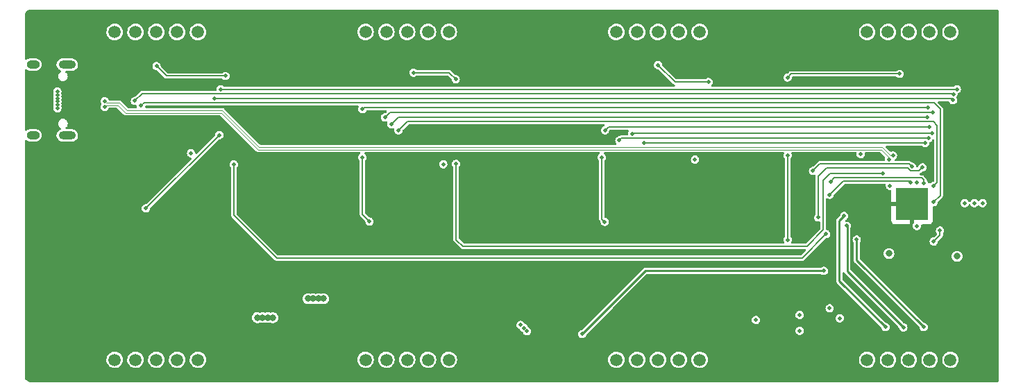
<source format=gbr>
%TF.GenerationSoftware,KiCad,Pcbnew,(6.0.9)*%
%TF.CreationDate,2022-11-29T20:57:58-05:00*%
%TF.ProjectId,Digital Clock PCB,44696769-7461-46c2-9043-6c6f636b2050,rev?*%
%TF.SameCoordinates,Original*%
%TF.FileFunction,Copper,L4,Bot*%
%TF.FilePolarity,Positive*%
%FSLAX46Y46*%
G04 Gerber Fmt 4.6, Leading zero omitted, Abs format (unit mm)*
G04 Created by KiCad (PCBNEW (6.0.9)) date 2022-11-29 20:57:58*
%MOMM*%
%LPD*%
G01*
G04 APERTURE LIST*
%TA.AperFunction,ComponentPad*%
%ADD10R,0.500000X0.900000*%
%TD*%
%TA.AperFunction,ComponentPad*%
%ADD11C,0.500000*%
%TD*%
%TA.AperFunction,SMDPad,CuDef*%
%ADD12R,4.000000X4.000000*%
%TD*%
%TA.AperFunction,ComponentPad*%
%ADD13O,2.100000X1.000000*%
%TD*%
%TA.AperFunction,ComponentPad*%
%ADD14O,1.600000X1.000000*%
%TD*%
%TA.AperFunction,ComponentPad*%
%ADD15C,1.500000*%
%TD*%
%TA.AperFunction,ViaPad*%
%ADD16C,0.500000*%
%TD*%
%TA.AperFunction,ViaPad*%
%ADD17C,0.800000*%
%TD*%
%TA.AperFunction,Conductor*%
%ADD18C,0.200000*%
%TD*%
%TA.AperFunction,Conductor*%
%ADD19C,0.150000*%
%TD*%
%TA.AperFunction,Conductor*%
%ADD20C,0.250000*%
%TD*%
%TA.AperFunction,Conductor*%
%ADD21C,0.100000*%
%TD*%
G04 APERTURE END LIST*
D10*
%TO.P,AE1,2*%
%TO.N,GND*%
X140563600Y-43375000D03*
%TD*%
D11*
%TO.P,U5,57,GND*%
%TO.N,GND*%
X131568500Y-37800000D03*
X131568500Y-39075000D03*
X129018500Y-39075000D03*
X130293500Y-40350000D03*
X129018500Y-40350000D03*
X131568500Y-40350000D03*
D12*
X130293500Y-39075000D03*
D11*
X129018500Y-37800000D03*
X130293500Y-37800000D03*
X130293500Y-39075000D03*
%TD*%
D13*
%TO.P,J1,S1,SHIELD*%
%TO.N,unconnected-(J1-PadS1)*%
X27234600Y-22070600D03*
X27234600Y-30710600D03*
D14*
X23054600Y-22070600D03*
X23054600Y-30710600D03*
%TD*%
D15*
%TO.P,U4,1,CC*%
%TO.N,CC*%
X73780000Y-58100000D03*
%TO.P,U4,2,E*%
%TO.N,Net-(R16-Pad2)*%
X71240000Y-58100000D03*
%TO.P,U4,3,D*%
%TO.N,Net-(R15-Pad2)*%
X68700000Y-58100000D03*
%TO.P,U4,4,C*%
%TO.N,Net-(R14-Pad2)*%
X66160000Y-58100000D03*
%TO.P,U4,5,CC*%
%TO.N,CC*%
X63620000Y-58100000D03*
%TO.P,U4,6,B*%
%TO.N,Net-(R13-Pad2)*%
X63620000Y-18100000D03*
%TO.P,U4,7,A*%
%TO.N,Net-(R12-Pad2)*%
X66160000Y-18100000D03*
%TO.P,U4,8,DP*%
%TO.N,Net-(R19-Pad2)*%
X68700000Y-18100000D03*
%TO.P,U4,9,F*%
%TO.N,Net-(R17-Pad2)*%
X71240000Y-18100000D03*
%TO.P,U4,10,G*%
%TO.N,Net-(R18-Pad2)*%
X73780000Y-18100000D03*
%TD*%
%TO.P,U9,1,CC*%
%TO.N,CC*%
X134980000Y-58100000D03*
%TO.P,U9,2,E*%
%TO.N,Net-(R32-Pad2)*%
X132440000Y-58100000D03*
%TO.P,U9,3,D*%
%TO.N,Net-(R31-Pad2)*%
X129900000Y-58100000D03*
%TO.P,U9,4,C*%
%TO.N,Net-(R30-Pad2)*%
X127360000Y-58100000D03*
%TO.P,U9,5,CC*%
%TO.N,CC*%
X124820000Y-58100000D03*
%TO.P,U9,6,B*%
%TO.N,Net-(R29-Pad2)*%
X124820000Y-18100000D03*
%TO.P,U9,7,A*%
%TO.N,Net-(R28-Pad2)*%
X127360000Y-18100000D03*
%TO.P,U9,8,DP*%
%TO.N,Net-(R35-Pad2)*%
X129900000Y-18100000D03*
%TO.P,U9,9,F*%
%TO.N,Net-(R33-Pad2)*%
X132440000Y-18100000D03*
%TO.P,U9,10,G*%
%TO.N,Net-(R34-Pad2)*%
X134980000Y-18100000D03*
%TD*%
%TO.P,U8,1,CC*%
%TO.N,CC*%
X104380000Y-58100000D03*
%TO.P,U8,2,E*%
%TO.N,Net-(R24-Pad2)*%
X101840000Y-58100000D03*
%TO.P,U8,3,D*%
%TO.N,Net-(R23-Pad2)*%
X99300000Y-58100000D03*
%TO.P,U8,4,C*%
%TO.N,Net-(R22-Pad2)*%
X96760000Y-58100000D03*
%TO.P,U8,5,CC*%
%TO.N,CC*%
X94220000Y-58100000D03*
%TO.P,U8,6,B*%
%TO.N,Net-(R21-Pad2)*%
X94220000Y-18100000D03*
%TO.P,U8,7,A*%
%TO.N,Net-(R20-Pad2)*%
X96760000Y-18100000D03*
%TO.P,U8,8,DP*%
%TO.N,Net-(R27-Pad2)*%
X99300000Y-18100000D03*
%TO.P,U8,9,F*%
%TO.N,Net-(R25-Pad2)*%
X101840000Y-18100000D03*
%TO.P,U8,10,G*%
%TO.N,Net-(R26-Pad2)*%
X104380000Y-18100000D03*
%TD*%
%TO.P,U3,1,CC*%
%TO.N,CC*%
X43180000Y-58100000D03*
%TO.P,U3,2,E*%
%TO.N,Net-(R5-Pad2)*%
X40640000Y-58100000D03*
%TO.P,U3,3,D*%
%TO.N,Net-(R4-Pad2)*%
X38100000Y-58100000D03*
%TO.P,U3,4,C*%
%TO.N,Net-(R3-Pad2)*%
X35560000Y-58100000D03*
%TO.P,U3,5,CC*%
%TO.N,CC*%
X33020000Y-58100000D03*
%TO.P,U3,6,B*%
%TO.N,Net-(R2-Pad2)*%
X33020000Y-18100000D03*
%TO.P,U3,7,A*%
%TO.N,Net-(R1-Pad2)*%
X35560000Y-18100000D03*
%TO.P,U3,8,DP*%
%TO.N,Net-(R8-Pad2)*%
X38100000Y-18100000D03*
%TO.P,U3,9,F*%
%TO.N,Net-(R6-Pad2)*%
X40640000Y-18100000D03*
%TO.P,U3,10,G*%
%TO.N,Net-(R7-Pad2)*%
X43180000Y-18100000D03*
%TD*%
D16*
%TO.N,GND*%
X26212800Y-35077400D03*
X23749000Y-33324800D03*
X26060400Y-32080200D03*
X23774400Y-28854400D03*
X25704800Y-24104600D03*
X24866600Y-26746200D03*
X32613600Y-25933400D03*
X30048200Y-26085800D03*
X34010600Y-28600400D03*
X32461200Y-27711400D03*
%TO.N,+5V*%
X26035000Y-25781000D03*
X26035000Y-26187400D03*
X26035000Y-26593800D03*
X26035000Y-27000200D03*
X26035000Y-27406600D03*
X26035000Y-25374600D03*
%TO.N,GND*%
X59436000Y-24307800D03*
X54508400Y-27762200D03*
X51231800Y-24485600D03*
X77698600Y-29794200D03*
X89941400Y-24130000D03*
X82219800Y-24206200D03*
X84988400Y-29921200D03*
X85369400Y-42875200D03*
X85267800Y-46990000D03*
X85318600Y-44983400D03*
X41706800Y-51485800D03*
X39420800Y-51485800D03*
X36855400Y-51511200D03*
X34290000Y-51511200D03*
X51460400Y-45745400D03*
X41478200Y-32232600D03*
X44475400Y-33070800D03*
X46558200Y-38023800D03*
X47142400Y-41351200D03*
X43637200Y-40309800D03*
X43281600Y-36728400D03*
X72466200Y-24028400D03*
X73152000Y-33045400D03*
X73964800Y-36245800D03*
X73964800Y-40894000D03*
X74218800Y-49098200D03*
X72364600Y-48183800D03*
X72288400Y-44475400D03*
X74295000Y-44729400D03*
X104114600Y-36525200D03*
X105537000Y-40284400D03*
X104038400Y-42545000D03*
X103784400Y-48844200D03*
X105791000Y-48387000D03*
X105714800Y-46431200D03*
X105714800Y-44932600D03*
X103784400Y-44932600D03*
X103784400Y-46482000D03*
X111810800Y-43103800D03*
X107467400Y-38100000D03*
X106502200Y-33274000D03*
X114096800Y-34188400D03*
X115849400Y-34264600D03*
X120827800Y-40487600D03*
X121361200Y-38379400D03*
X124866400Y-38176200D03*
X125679200Y-39065200D03*
X124815600Y-36906200D03*
%TO.N,+3V3*%
X127599873Y-36875002D03*
X111252000Y-53238400D03*
X116586000Y-52628800D03*
X133705600Y-42341800D03*
X116586000Y-54559200D03*
D17*
X135788400Y-45466000D03*
X56616600Y-50647600D03*
D16*
X130841236Y-36490327D03*
D17*
X58521600Y-50647600D03*
D16*
X103819500Y-33669500D03*
X73101200Y-34239200D03*
X121462800Y-53035200D03*
X124028200Y-32994600D03*
D17*
X127482600Y-45135800D03*
D16*
X136730800Y-38986400D03*
X137896600Y-38986400D03*
X42341800Y-32893000D03*
X138889800Y-38986400D03*
X132941000Y-43665200D03*
X120243600Y-51816000D03*
D17*
X57251600Y-50647600D03*
D16*
X130893461Y-41768589D03*
D17*
X57886600Y-50647600D03*
D16*
%TO.N,GPIO 33*%
X38125400Y-22250400D03*
X119811800Y-42773600D03*
X47548800Y-34264600D03*
X46532800Y-23469600D03*
%TO.N,GPIO 21*%
X126746000Y-35391100D03*
X69469000Y-23063200D03*
X74625200Y-23876000D03*
X74676000Y-34188400D03*
%TO.N,LED*%
X119532400Y-47244000D03*
X90068400Y-54965600D03*
%TO.N,+5V*%
X82550000Y-53848000D03*
X82931000Y-54229000D03*
X83312000Y-54610000D03*
D17*
X52324000Y-52959000D03*
X50419000Y-52959000D03*
X51065400Y-52947600D03*
X51700400Y-52947600D03*
D16*
%TO.N,GPIO 35*%
X99314000Y-22123400D03*
X105460800Y-24206200D03*
%TO.N,Net-(R32-Pad1)*%
X123545600Y-43434000D03*
X131724400Y-54102000D03*
%TO.N,Net-(R31-Pad1)*%
X122326400Y-41757600D03*
X129235200Y-54152800D03*
%TO.N,Net-(R30-Pad1)*%
X127050800Y-54102000D03*
X122021600Y-40538400D03*
%TO.N,GPIO 34*%
X115112800Y-43459400D03*
X115112800Y-33172400D03*
X115112800Y-23647400D03*
X128778000Y-23215600D03*
%TO.N,GND*%
X140563600Y-27127200D03*
X93421200Y-33197800D03*
X59766200Y-33172400D03*
X41859200Y-24511000D03*
X90322400Y-33121600D03*
X139649200Y-40462200D03*
X140563600Y-38252400D03*
X136118600Y-41960800D03*
X139700000Y-42926000D03*
X137160000Y-42926000D03*
X68376800Y-33045400D03*
X140563600Y-46431200D03*
X134696200Y-41960800D03*
X140563600Y-33426400D03*
X67030600Y-35382200D03*
X135407400Y-41960800D03*
X93421200Y-31216600D03*
X83058000Y-57150000D03*
X48336200Y-27660600D03*
X140563600Y-56743600D03*
X128473200Y-48107600D03*
X137845800Y-36703000D03*
X140563600Y-31496000D03*
X138938000Y-40462200D03*
X140563600Y-18288000D03*
X50215800Y-33223200D03*
X139065000Y-34925000D03*
X129514600Y-48107600D03*
X140563600Y-37287200D03*
X122631200Y-48615600D03*
X140563600Y-21234400D03*
X137388600Y-37185600D03*
X38100000Y-24231600D03*
X137515600Y-40462200D03*
X136118600Y-40563800D03*
X39801800Y-35382200D03*
X126034800Y-42392600D03*
X132969000Y-44602400D03*
X140563600Y-59690000D03*
X136804400Y-40462200D03*
X140563600Y-28600400D03*
X65074800Y-28067000D03*
X140563600Y-50850800D03*
X140563600Y-52324000D03*
X140563600Y-55270400D03*
X140563600Y-16814800D03*
X129667000Y-44475400D03*
X41300400Y-28651200D03*
X128473200Y-45821600D03*
X140563600Y-22707600D03*
X85090000Y-54102000D03*
X140563600Y-32461200D03*
X44170600Y-28905200D03*
X138328400Y-36195000D03*
X138074400Y-42113200D03*
X71831200Y-30632400D03*
X133019800Y-47294800D03*
X140563600Y-58216800D03*
X140563600Y-40182800D03*
X140563600Y-19761200D03*
X123875800Y-47498000D03*
X77749400Y-33274000D03*
X131953000Y-48082200D03*
X64363600Y-31496000D03*
X140563600Y-36322000D03*
X138887200Y-35661600D03*
X140563600Y-30530800D03*
X88646000Y-54102000D03*
X140563600Y-34391600D03*
X125577600Y-45847000D03*
X138811000Y-42113200D03*
X140563600Y-35356800D03*
X140563600Y-24180800D03*
X128473200Y-46939200D03*
X140563600Y-42240200D03*
X34544000Y-26492200D03*
X140563600Y-29565600D03*
X138226800Y-40462200D03*
X89408000Y-57150000D03*
X140563600Y-53797200D03*
X140563600Y-44958000D03*
X140563600Y-49377600D03*
X133019800Y-48082200D03*
X140563600Y-25654000D03*
X54711600Y-31496000D03*
X120599200Y-45745400D03*
X140563600Y-39217600D03*
X37287200Y-28676600D03*
X85852000Y-57150000D03*
X140563600Y-47904400D03*
%TO.N,GPIO 14*%
X120345200Y-36372800D03*
X131699000Y-36524500D03*
%TO.N,GPIO 15*%
X130302000Y-34544000D03*
X118211600Y-35052000D03*
%TO.N,GPIO 16*%
X120243600Y-37973000D03*
X130093453Y-36440100D03*
%TO.N,GPIO 13*%
X118846600Y-40741600D03*
X131546600Y-34620200D03*
%TO.N,GPIO 6*%
X65989200Y-28524200D03*
X132816600Y-27914600D03*
%TO.N,GPIO 7*%
X132105400Y-28473400D03*
X66776600Y-29362400D03*
%TO.N,GPIO 8*%
X67640200Y-30099000D03*
X132943600Y-36880800D03*
%TO.N,GPIO 5*%
X63246000Y-27508200D03*
X63246000Y-33401000D03*
X64109600Y-41224200D03*
X132207000Y-27330400D03*
%TO.N,GPIO 10*%
X132740400Y-30480000D03*
X96139000Y-30505400D03*
%TO.N,GPIO 11*%
X94589600Y-31318200D03*
X132308600Y-31064200D03*
%TO.N,GPIO 12*%
X97586800Y-31648400D03*
X131876800Y-31648400D03*
%TO.N,GPIO 9*%
X92811600Y-41275000D03*
X132359400Y-29692600D03*
X92456000Y-33401000D03*
X92837000Y-30099000D03*
%TO.N,GPIO 2*%
X135331200Y-25704800D03*
X35483800Y-26517600D03*
%TO.N,GPIO 3*%
X36245800Y-27101800D03*
X132943600Y-38862000D03*
%TO.N,GPIO 4*%
X45212000Y-26212800D03*
X135280400Y-26416000D03*
%TO.N,GPIO 1*%
X135763000Y-25095200D03*
X36830000Y-39624000D03*
X45770800Y-30683200D03*
X45948600Y-25095200D03*
%TO.N,USB D-*%
X31800800Y-26540600D03*
X127958688Y-33178912D03*
%TO.N,USB D+*%
X31800800Y-27240600D03*
X127463712Y-33673888D03*
%TD*%
D18*
%TO.N,+3V3*%
X133705600Y-42341800D02*
X133705600Y-42900600D01*
X133705600Y-42900600D02*
X132941000Y-43665200D01*
D19*
%TO.N,GPIO 33*%
X47548800Y-40436800D02*
X47548800Y-34264600D01*
X39344600Y-23469600D02*
X38125400Y-22250400D01*
X116890800Y-45694600D02*
X52806600Y-45694600D01*
X119811800Y-42773600D02*
X116890800Y-45694600D01*
X52806600Y-45694600D02*
X47548800Y-40436800D01*
X46532800Y-23469600D02*
X39344600Y-23469600D01*
%TO.N,GPIO 21*%
X73812400Y-23063200D02*
X69469000Y-23063200D01*
X117475000Y-44246800D02*
X75463400Y-44246800D01*
X120285500Y-35391100D02*
X119456200Y-36220400D01*
X119456200Y-42265600D02*
X117475000Y-44246800D01*
X126746000Y-35391100D02*
X120285500Y-35391100D01*
X119456200Y-36220400D02*
X119456200Y-42265600D01*
X74676000Y-43459400D02*
X74676000Y-34188400D01*
X74625200Y-23876000D02*
X73812400Y-23063200D01*
X75463400Y-44246800D02*
X74676000Y-43459400D01*
D20*
%TO.N,LED*%
X90068400Y-54965600D02*
X97790000Y-47244000D01*
X97790000Y-47244000D02*
X119532400Y-47244000D01*
D19*
%TO.N,GPIO 35*%
X101396800Y-24206200D02*
X99314000Y-22123400D01*
X105460800Y-24206200D02*
X101396800Y-24206200D01*
D20*
%TO.N,Net-(R32-Pad1)*%
X131724400Y-54102000D02*
X123545600Y-45923200D01*
X123545600Y-45923200D02*
X123545600Y-43434000D01*
%TO.N,Net-(R31-Pad1)*%
X122377200Y-47294800D02*
X129235200Y-54152800D01*
X122326400Y-41757600D02*
X122377200Y-41808400D01*
X122377200Y-41808400D02*
X122377200Y-47294800D01*
%TO.N,Net-(R30-Pad1)*%
X122021600Y-40538400D02*
X121412000Y-41148000D01*
X121412000Y-48463200D02*
X127050800Y-54102000D01*
X121412000Y-41148000D02*
X121412000Y-48463200D01*
D19*
%TO.N,GPIO 34*%
X115112800Y-33172400D02*
X115112800Y-43459400D01*
X115544600Y-23215600D02*
X128778000Y-23215600D01*
X115112800Y-23647400D02*
X115544600Y-23215600D01*
%TO.N,GPIO 14*%
X131699000Y-36524500D02*
X131699000Y-36144200D01*
X120802400Y-35915600D02*
X120345200Y-36372800D01*
X131470400Y-35915600D02*
X120802400Y-35915600D01*
X131699000Y-36144200D02*
X131470400Y-35915600D01*
%TO.N,GPIO 15*%
X130302000Y-34544000D02*
X129956888Y-34198888D01*
X119064712Y-34198888D02*
X118211600Y-35052000D01*
X129956888Y-34198888D02*
X119064712Y-34198888D01*
%TO.N,GPIO 16*%
X129975353Y-36322000D02*
X130093453Y-36440100D01*
X121894600Y-36322000D02*
X129975353Y-36322000D01*
X120243600Y-37973000D02*
X121894600Y-36322000D01*
%TO.N,GPIO 13*%
X119862600Y-34721800D02*
X118846600Y-35737800D01*
X130084537Y-35069000D02*
X129737337Y-34721800D01*
X131546600Y-34620200D02*
X131097800Y-35069000D01*
X118846600Y-35737800D02*
X118846600Y-40741600D01*
X131097800Y-35069000D02*
X130084537Y-35069000D01*
X129737337Y-34721800D02*
X119862600Y-34721800D01*
%TO.N,GPIO 6*%
X65989200Y-28524200D02*
X66598800Y-27914600D01*
X66598800Y-27914600D02*
X132816600Y-27914600D01*
%TO.N,GPIO 7*%
X67665600Y-28473400D02*
X66776600Y-29362400D01*
X132105400Y-28473400D02*
X67665600Y-28473400D01*
%TO.N,GPIO 8*%
X133350000Y-29489400D02*
X132892800Y-29032200D01*
X133350000Y-36474400D02*
X133350000Y-29489400D01*
X132943600Y-36880800D02*
X133350000Y-36474400D01*
X68707000Y-29032200D02*
X67640200Y-30099000D01*
X132892800Y-29032200D02*
X68707000Y-29032200D01*
%TO.N,GPIO 5*%
X132207000Y-27330400D02*
X63398400Y-27330400D01*
X63246000Y-33401000D02*
X63246000Y-40360600D01*
X63246000Y-27482800D02*
X63246000Y-27508200D01*
X63398400Y-27330400D02*
X63246000Y-27482800D01*
X63246000Y-40360600D02*
X64109600Y-41224200D01*
%TO.N,GPIO 10*%
X96164400Y-30480000D02*
X96139000Y-30505400D01*
X132740400Y-30480000D02*
X96164400Y-30480000D01*
%TO.N,GPIO 11*%
X94843600Y-31064200D02*
X94589600Y-31318200D01*
X132308600Y-31064200D02*
X94843600Y-31064200D01*
%TO.N,GPIO 12*%
X97586800Y-31648400D02*
X131876800Y-31648400D01*
%TO.N,GPIO 9*%
X93243400Y-29692600D02*
X132359400Y-29692600D01*
X92837000Y-30099000D02*
X93243400Y-29692600D01*
X92456000Y-33401000D02*
X92456000Y-40919400D01*
X92456000Y-40919400D02*
X92811600Y-41275000D01*
%TO.N,GPIO 2*%
X135331200Y-25704800D02*
X135255000Y-25628600D01*
X36372800Y-25628600D02*
X35483800Y-26517600D01*
X135255000Y-25628600D02*
X36372800Y-25628600D01*
%TO.N,GPIO 3*%
X133731000Y-38074600D02*
X133731000Y-27508200D01*
X133731000Y-27508200D02*
X132969000Y-26746200D01*
X36601400Y-26746200D02*
X36245800Y-27101800D01*
X132943600Y-38862000D02*
X133731000Y-38074600D01*
X132969000Y-26746200D02*
X36601400Y-26746200D01*
%TO.N,GPIO 4*%
X135280400Y-26416000D02*
X135077200Y-26212800D01*
X130378200Y-26212800D02*
X45212000Y-26212800D01*
X135077200Y-26212800D02*
X130378200Y-26212800D01*
%TO.N,GPIO 1*%
X45948600Y-25095200D02*
X135763000Y-25095200D01*
X45770800Y-30683200D02*
X36830000Y-39624000D01*
D21*
%TO.N,USB D-*%
X33556733Y-26740599D02*
X32000799Y-26740599D01*
X127675845Y-33178912D02*
X126655733Y-32158800D01*
X46163134Y-27688400D02*
X34504534Y-27688400D01*
X34504534Y-27688400D02*
X33556733Y-26740599D01*
X50633534Y-32158800D02*
X46163134Y-27688400D01*
X127958688Y-33178912D02*
X127675845Y-33178912D01*
X126655733Y-32158800D02*
X50633534Y-32158800D01*
X32000799Y-26740599D02*
X31800800Y-26540600D01*
%TO.N,USB D+*%
X127463712Y-33391045D02*
X126531467Y-32458800D01*
X32000799Y-27040601D02*
X31800800Y-27240600D01*
X127463712Y-33673888D02*
X127463712Y-33391045D01*
X126531467Y-32458800D02*
X50509266Y-32458800D01*
X46038866Y-27988400D02*
X34380266Y-27988400D01*
X34380266Y-27988400D02*
X33432467Y-27040601D01*
X33432467Y-27040601D02*
X32000799Y-27040601D01*
X50509266Y-32458800D02*
X46038866Y-27988400D01*
%TD*%
%TA.AperFunction,Conductor*%
%TO.N,GND*%
G36*
X140785121Y-15374502D02*
G01*
X140831614Y-15428158D01*
X140843000Y-15480500D01*
X140843000Y-60719500D01*
X140822998Y-60787621D01*
X140769342Y-60834114D01*
X140717000Y-60845500D01*
X22837476Y-60845500D01*
X22812897Y-60843079D01*
X22800000Y-60840514D01*
X22787830Y-60842935D01*
X22780144Y-60842935D01*
X22767793Y-60842328D01*
X22666908Y-60832391D01*
X22642691Y-60827575D01*
X22526574Y-60792351D01*
X22503774Y-60782907D01*
X22396761Y-60725708D01*
X22376230Y-60711989D01*
X22282444Y-60635019D01*
X22264981Y-60617556D01*
X22188011Y-60523770D01*
X22174292Y-60503239D01*
X22117093Y-60396226D01*
X22107649Y-60373426D01*
X22072425Y-60257309D01*
X22067609Y-60233092D01*
X22057672Y-60132207D01*
X22057065Y-60119856D01*
X22057065Y-60112170D01*
X22059486Y-60100000D01*
X22056921Y-60087103D01*
X22054500Y-60062524D01*
X22054500Y-58085907D01*
X32010738Y-58085907D01*
X32027222Y-58282209D01*
X32081521Y-58471570D01*
X32171566Y-58646779D01*
X32175389Y-58651603D01*
X32175392Y-58651607D01*
X32203045Y-58686496D01*
X32293927Y-58801160D01*
X32298620Y-58805154D01*
X32298621Y-58805155D01*
X32323447Y-58826283D01*
X32443945Y-58928835D01*
X32449323Y-58931841D01*
X32449325Y-58931842D01*
X32479019Y-58948437D01*
X32615904Y-59024940D01*
X32803255Y-59085814D01*
X32998862Y-59109139D01*
X33004997Y-59108667D01*
X33004999Y-59108667D01*
X33064801Y-59104065D01*
X33195274Y-59094026D01*
X33385009Y-59041050D01*
X33390513Y-59038270D01*
X33555341Y-58955010D01*
X33555343Y-58955009D01*
X33560842Y-58952231D01*
X33716074Y-58830950D01*
X33720100Y-58826286D01*
X33720103Y-58826283D01*
X33840764Y-58686496D01*
X33840765Y-58686494D01*
X33844793Y-58681828D01*
X33942096Y-58510544D01*
X34004277Y-58323622D01*
X34028966Y-58128183D01*
X34029360Y-58100000D01*
X34027978Y-58085907D01*
X34550738Y-58085907D01*
X34567222Y-58282209D01*
X34621521Y-58471570D01*
X34711566Y-58646779D01*
X34715389Y-58651603D01*
X34715392Y-58651607D01*
X34743045Y-58686496D01*
X34833927Y-58801160D01*
X34838620Y-58805154D01*
X34838621Y-58805155D01*
X34863447Y-58826283D01*
X34983945Y-58928835D01*
X34989323Y-58931841D01*
X34989325Y-58931842D01*
X35019019Y-58948437D01*
X35155904Y-59024940D01*
X35343255Y-59085814D01*
X35538862Y-59109139D01*
X35544997Y-59108667D01*
X35544999Y-59108667D01*
X35604801Y-59104065D01*
X35735274Y-59094026D01*
X35925009Y-59041050D01*
X35930513Y-59038270D01*
X36095341Y-58955010D01*
X36095343Y-58955009D01*
X36100842Y-58952231D01*
X36256074Y-58830950D01*
X36260100Y-58826286D01*
X36260103Y-58826283D01*
X36380764Y-58686496D01*
X36380765Y-58686494D01*
X36384793Y-58681828D01*
X36482096Y-58510544D01*
X36544277Y-58323622D01*
X36568966Y-58128183D01*
X36569360Y-58100000D01*
X36567978Y-58085907D01*
X37090738Y-58085907D01*
X37107222Y-58282209D01*
X37161521Y-58471570D01*
X37251566Y-58646779D01*
X37255389Y-58651603D01*
X37255392Y-58651607D01*
X37283045Y-58686496D01*
X37373927Y-58801160D01*
X37378620Y-58805154D01*
X37378621Y-58805155D01*
X37403447Y-58826283D01*
X37523945Y-58928835D01*
X37529323Y-58931841D01*
X37529325Y-58931842D01*
X37559019Y-58948437D01*
X37695904Y-59024940D01*
X37883255Y-59085814D01*
X38078862Y-59109139D01*
X38084997Y-59108667D01*
X38084999Y-59108667D01*
X38144801Y-59104065D01*
X38275274Y-59094026D01*
X38465009Y-59041050D01*
X38470513Y-59038270D01*
X38635341Y-58955010D01*
X38635343Y-58955009D01*
X38640842Y-58952231D01*
X38796074Y-58830950D01*
X38800100Y-58826286D01*
X38800103Y-58826283D01*
X38920764Y-58686496D01*
X38920765Y-58686494D01*
X38924793Y-58681828D01*
X39022096Y-58510544D01*
X39084277Y-58323622D01*
X39108966Y-58128183D01*
X39109360Y-58100000D01*
X39107978Y-58085907D01*
X39630738Y-58085907D01*
X39647222Y-58282209D01*
X39701521Y-58471570D01*
X39791566Y-58646779D01*
X39795389Y-58651603D01*
X39795392Y-58651607D01*
X39823045Y-58686496D01*
X39913927Y-58801160D01*
X39918620Y-58805154D01*
X39918621Y-58805155D01*
X39943447Y-58826283D01*
X40063945Y-58928835D01*
X40069323Y-58931841D01*
X40069325Y-58931842D01*
X40099019Y-58948437D01*
X40235904Y-59024940D01*
X40423255Y-59085814D01*
X40618862Y-59109139D01*
X40624997Y-59108667D01*
X40624999Y-59108667D01*
X40684801Y-59104065D01*
X40815274Y-59094026D01*
X41005009Y-59041050D01*
X41010513Y-59038270D01*
X41175341Y-58955010D01*
X41175343Y-58955009D01*
X41180842Y-58952231D01*
X41336074Y-58830950D01*
X41340100Y-58826286D01*
X41340103Y-58826283D01*
X41460764Y-58686496D01*
X41460765Y-58686494D01*
X41464793Y-58681828D01*
X41562096Y-58510544D01*
X41624277Y-58323622D01*
X41648966Y-58128183D01*
X41649360Y-58100000D01*
X41647978Y-58085907D01*
X42170738Y-58085907D01*
X42187222Y-58282209D01*
X42241521Y-58471570D01*
X42331566Y-58646779D01*
X42335389Y-58651603D01*
X42335392Y-58651607D01*
X42363045Y-58686496D01*
X42453927Y-58801160D01*
X42458620Y-58805154D01*
X42458621Y-58805155D01*
X42483447Y-58826283D01*
X42603945Y-58928835D01*
X42609323Y-58931841D01*
X42609325Y-58931842D01*
X42639019Y-58948437D01*
X42775904Y-59024940D01*
X42963255Y-59085814D01*
X43158862Y-59109139D01*
X43164997Y-59108667D01*
X43164999Y-59108667D01*
X43224801Y-59104065D01*
X43355274Y-59094026D01*
X43545009Y-59041050D01*
X43550513Y-59038270D01*
X43715341Y-58955010D01*
X43715343Y-58955009D01*
X43720842Y-58952231D01*
X43876074Y-58830950D01*
X43880100Y-58826286D01*
X43880103Y-58826283D01*
X44000764Y-58686496D01*
X44000765Y-58686494D01*
X44004793Y-58681828D01*
X44102096Y-58510544D01*
X44164277Y-58323622D01*
X44188966Y-58128183D01*
X44189360Y-58100000D01*
X44187978Y-58085907D01*
X62610738Y-58085907D01*
X62627222Y-58282209D01*
X62681521Y-58471570D01*
X62771566Y-58646779D01*
X62775389Y-58651603D01*
X62775392Y-58651607D01*
X62803045Y-58686496D01*
X62893927Y-58801160D01*
X62898620Y-58805154D01*
X62898621Y-58805155D01*
X62923447Y-58826283D01*
X63043945Y-58928835D01*
X63049323Y-58931841D01*
X63049325Y-58931842D01*
X63079019Y-58948437D01*
X63215904Y-59024940D01*
X63403255Y-59085814D01*
X63598862Y-59109139D01*
X63604997Y-59108667D01*
X63604999Y-59108667D01*
X63664801Y-59104065D01*
X63795274Y-59094026D01*
X63985009Y-59041050D01*
X63990513Y-59038270D01*
X64155341Y-58955010D01*
X64155343Y-58955009D01*
X64160842Y-58952231D01*
X64316074Y-58830950D01*
X64320100Y-58826286D01*
X64320103Y-58826283D01*
X64440764Y-58686496D01*
X64440765Y-58686494D01*
X64444793Y-58681828D01*
X64542096Y-58510544D01*
X64604277Y-58323622D01*
X64628966Y-58128183D01*
X64629360Y-58100000D01*
X64627978Y-58085907D01*
X65150738Y-58085907D01*
X65167222Y-58282209D01*
X65221521Y-58471570D01*
X65311566Y-58646779D01*
X65315389Y-58651603D01*
X65315392Y-58651607D01*
X65343045Y-58686496D01*
X65433927Y-58801160D01*
X65438620Y-58805154D01*
X65438621Y-58805155D01*
X65463447Y-58826283D01*
X65583945Y-58928835D01*
X65589323Y-58931841D01*
X65589325Y-58931842D01*
X65619019Y-58948437D01*
X65755904Y-59024940D01*
X65943255Y-59085814D01*
X66138862Y-59109139D01*
X66144997Y-59108667D01*
X66144999Y-59108667D01*
X66204801Y-59104065D01*
X66335274Y-59094026D01*
X66525009Y-59041050D01*
X66530513Y-59038270D01*
X66695341Y-58955010D01*
X66695343Y-58955009D01*
X66700842Y-58952231D01*
X66856074Y-58830950D01*
X66860100Y-58826286D01*
X66860103Y-58826283D01*
X66980764Y-58686496D01*
X66980765Y-58686494D01*
X66984793Y-58681828D01*
X67082096Y-58510544D01*
X67144277Y-58323622D01*
X67168966Y-58128183D01*
X67169360Y-58100000D01*
X67167978Y-58085907D01*
X67690738Y-58085907D01*
X67707222Y-58282209D01*
X67761521Y-58471570D01*
X67851566Y-58646779D01*
X67855389Y-58651603D01*
X67855392Y-58651607D01*
X67883045Y-58686496D01*
X67973927Y-58801160D01*
X67978620Y-58805154D01*
X67978621Y-58805155D01*
X68003447Y-58826283D01*
X68123945Y-58928835D01*
X68129323Y-58931841D01*
X68129325Y-58931842D01*
X68159019Y-58948437D01*
X68295904Y-59024940D01*
X68483255Y-59085814D01*
X68678862Y-59109139D01*
X68684997Y-59108667D01*
X68684999Y-59108667D01*
X68744801Y-59104065D01*
X68875274Y-59094026D01*
X69065009Y-59041050D01*
X69070513Y-59038270D01*
X69235341Y-58955010D01*
X69235343Y-58955009D01*
X69240842Y-58952231D01*
X69396074Y-58830950D01*
X69400100Y-58826286D01*
X69400103Y-58826283D01*
X69520764Y-58686496D01*
X69520765Y-58686494D01*
X69524793Y-58681828D01*
X69622096Y-58510544D01*
X69684277Y-58323622D01*
X69708966Y-58128183D01*
X69709360Y-58100000D01*
X69707978Y-58085907D01*
X70230738Y-58085907D01*
X70247222Y-58282209D01*
X70301521Y-58471570D01*
X70391566Y-58646779D01*
X70395389Y-58651603D01*
X70395392Y-58651607D01*
X70423045Y-58686496D01*
X70513927Y-58801160D01*
X70518620Y-58805154D01*
X70518621Y-58805155D01*
X70543447Y-58826283D01*
X70663945Y-58928835D01*
X70669323Y-58931841D01*
X70669325Y-58931842D01*
X70699019Y-58948437D01*
X70835904Y-59024940D01*
X71023255Y-59085814D01*
X71218862Y-59109139D01*
X71224997Y-59108667D01*
X71224999Y-59108667D01*
X71284801Y-59104065D01*
X71415274Y-59094026D01*
X71605009Y-59041050D01*
X71610513Y-59038270D01*
X71775341Y-58955010D01*
X71775343Y-58955009D01*
X71780842Y-58952231D01*
X71936074Y-58830950D01*
X71940100Y-58826286D01*
X71940103Y-58826283D01*
X72060764Y-58686496D01*
X72060765Y-58686494D01*
X72064793Y-58681828D01*
X72162096Y-58510544D01*
X72224277Y-58323622D01*
X72248966Y-58128183D01*
X72249360Y-58100000D01*
X72247978Y-58085907D01*
X72770738Y-58085907D01*
X72787222Y-58282209D01*
X72841521Y-58471570D01*
X72931566Y-58646779D01*
X72935389Y-58651603D01*
X72935392Y-58651607D01*
X72963045Y-58686496D01*
X73053927Y-58801160D01*
X73058620Y-58805154D01*
X73058621Y-58805155D01*
X73083447Y-58826283D01*
X73203945Y-58928835D01*
X73209323Y-58931841D01*
X73209325Y-58931842D01*
X73239019Y-58948437D01*
X73375904Y-59024940D01*
X73563255Y-59085814D01*
X73758862Y-59109139D01*
X73764997Y-59108667D01*
X73764999Y-59108667D01*
X73824801Y-59104065D01*
X73955274Y-59094026D01*
X74145009Y-59041050D01*
X74150513Y-59038270D01*
X74315341Y-58955010D01*
X74315343Y-58955009D01*
X74320842Y-58952231D01*
X74476074Y-58830950D01*
X74480100Y-58826286D01*
X74480103Y-58826283D01*
X74600764Y-58686496D01*
X74600765Y-58686494D01*
X74604793Y-58681828D01*
X74702096Y-58510544D01*
X74764277Y-58323622D01*
X74788966Y-58128183D01*
X74789360Y-58100000D01*
X74787978Y-58085907D01*
X93210738Y-58085907D01*
X93227222Y-58282209D01*
X93281521Y-58471570D01*
X93371566Y-58646779D01*
X93375389Y-58651603D01*
X93375392Y-58651607D01*
X93403045Y-58686496D01*
X93493927Y-58801160D01*
X93498620Y-58805154D01*
X93498621Y-58805155D01*
X93523447Y-58826283D01*
X93643945Y-58928835D01*
X93649323Y-58931841D01*
X93649325Y-58931842D01*
X93679019Y-58948437D01*
X93815904Y-59024940D01*
X94003255Y-59085814D01*
X94198862Y-59109139D01*
X94204997Y-59108667D01*
X94204999Y-59108667D01*
X94264801Y-59104065D01*
X94395274Y-59094026D01*
X94585009Y-59041050D01*
X94590513Y-59038270D01*
X94755341Y-58955010D01*
X94755343Y-58955009D01*
X94760842Y-58952231D01*
X94916074Y-58830950D01*
X94920100Y-58826286D01*
X94920103Y-58826283D01*
X95040764Y-58686496D01*
X95040765Y-58686494D01*
X95044793Y-58681828D01*
X95142096Y-58510544D01*
X95204277Y-58323622D01*
X95228966Y-58128183D01*
X95229360Y-58100000D01*
X95227978Y-58085907D01*
X95750738Y-58085907D01*
X95767222Y-58282209D01*
X95821521Y-58471570D01*
X95911566Y-58646779D01*
X95915389Y-58651603D01*
X95915392Y-58651607D01*
X95943045Y-58686496D01*
X96033927Y-58801160D01*
X96038620Y-58805154D01*
X96038621Y-58805155D01*
X96063447Y-58826283D01*
X96183945Y-58928835D01*
X96189323Y-58931841D01*
X96189325Y-58931842D01*
X96219019Y-58948437D01*
X96355904Y-59024940D01*
X96543255Y-59085814D01*
X96738862Y-59109139D01*
X96744997Y-59108667D01*
X96744999Y-59108667D01*
X96804801Y-59104065D01*
X96935274Y-59094026D01*
X97125009Y-59041050D01*
X97130513Y-59038270D01*
X97295341Y-58955010D01*
X97295343Y-58955009D01*
X97300842Y-58952231D01*
X97456074Y-58830950D01*
X97460100Y-58826286D01*
X97460103Y-58826283D01*
X97580764Y-58686496D01*
X97580765Y-58686494D01*
X97584793Y-58681828D01*
X97682096Y-58510544D01*
X97744277Y-58323622D01*
X97768966Y-58128183D01*
X97769360Y-58100000D01*
X97767978Y-58085907D01*
X98290738Y-58085907D01*
X98307222Y-58282209D01*
X98361521Y-58471570D01*
X98451566Y-58646779D01*
X98455389Y-58651603D01*
X98455392Y-58651607D01*
X98483045Y-58686496D01*
X98573927Y-58801160D01*
X98578620Y-58805154D01*
X98578621Y-58805155D01*
X98603447Y-58826283D01*
X98723945Y-58928835D01*
X98729323Y-58931841D01*
X98729325Y-58931842D01*
X98759019Y-58948437D01*
X98895904Y-59024940D01*
X99083255Y-59085814D01*
X99278862Y-59109139D01*
X99284997Y-59108667D01*
X99284999Y-59108667D01*
X99344801Y-59104065D01*
X99475274Y-59094026D01*
X99665009Y-59041050D01*
X99670513Y-59038270D01*
X99835341Y-58955010D01*
X99835343Y-58955009D01*
X99840842Y-58952231D01*
X99996074Y-58830950D01*
X100000100Y-58826286D01*
X100000103Y-58826283D01*
X100120764Y-58686496D01*
X100120765Y-58686494D01*
X100124793Y-58681828D01*
X100222096Y-58510544D01*
X100284277Y-58323622D01*
X100308966Y-58128183D01*
X100309360Y-58100000D01*
X100307978Y-58085907D01*
X100830738Y-58085907D01*
X100847222Y-58282209D01*
X100901521Y-58471570D01*
X100991566Y-58646779D01*
X100995389Y-58651603D01*
X100995392Y-58651607D01*
X101023045Y-58686496D01*
X101113927Y-58801160D01*
X101118620Y-58805154D01*
X101118621Y-58805155D01*
X101143447Y-58826283D01*
X101263945Y-58928835D01*
X101269323Y-58931841D01*
X101269325Y-58931842D01*
X101299019Y-58948437D01*
X101435904Y-59024940D01*
X101623255Y-59085814D01*
X101818862Y-59109139D01*
X101824997Y-59108667D01*
X101824999Y-59108667D01*
X101884801Y-59104065D01*
X102015274Y-59094026D01*
X102205009Y-59041050D01*
X102210513Y-59038270D01*
X102375341Y-58955010D01*
X102375343Y-58955009D01*
X102380842Y-58952231D01*
X102536074Y-58830950D01*
X102540100Y-58826286D01*
X102540103Y-58826283D01*
X102660764Y-58686496D01*
X102660765Y-58686494D01*
X102664793Y-58681828D01*
X102762096Y-58510544D01*
X102824277Y-58323622D01*
X102848966Y-58128183D01*
X102849360Y-58100000D01*
X102847978Y-58085907D01*
X103370738Y-58085907D01*
X103387222Y-58282209D01*
X103441521Y-58471570D01*
X103531566Y-58646779D01*
X103535389Y-58651603D01*
X103535392Y-58651607D01*
X103563045Y-58686496D01*
X103653927Y-58801160D01*
X103658620Y-58805154D01*
X103658621Y-58805155D01*
X103683447Y-58826283D01*
X103803945Y-58928835D01*
X103809323Y-58931841D01*
X103809325Y-58931842D01*
X103839019Y-58948437D01*
X103975904Y-59024940D01*
X104163255Y-59085814D01*
X104358862Y-59109139D01*
X104364997Y-59108667D01*
X104364999Y-59108667D01*
X104424801Y-59104065D01*
X104555274Y-59094026D01*
X104745009Y-59041050D01*
X104750513Y-59038270D01*
X104915341Y-58955010D01*
X104915343Y-58955009D01*
X104920842Y-58952231D01*
X105076074Y-58830950D01*
X105080100Y-58826286D01*
X105080103Y-58826283D01*
X105200764Y-58686496D01*
X105200765Y-58686494D01*
X105204793Y-58681828D01*
X105302096Y-58510544D01*
X105364277Y-58323622D01*
X105388966Y-58128183D01*
X105389360Y-58100000D01*
X105387978Y-58085907D01*
X123810738Y-58085907D01*
X123827222Y-58282209D01*
X123881521Y-58471570D01*
X123971566Y-58646779D01*
X123975389Y-58651603D01*
X123975392Y-58651607D01*
X124003045Y-58686496D01*
X124093927Y-58801160D01*
X124098620Y-58805154D01*
X124098621Y-58805155D01*
X124123447Y-58826283D01*
X124243945Y-58928835D01*
X124249323Y-58931841D01*
X124249325Y-58931842D01*
X124279019Y-58948437D01*
X124415904Y-59024940D01*
X124603255Y-59085814D01*
X124798862Y-59109139D01*
X124804997Y-59108667D01*
X124804999Y-59108667D01*
X124864801Y-59104065D01*
X124995274Y-59094026D01*
X125185009Y-59041050D01*
X125190513Y-59038270D01*
X125355341Y-58955010D01*
X125355343Y-58955009D01*
X125360842Y-58952231D01*
X125516074Y-58830950D01*
X125520100Y-58826286D01*
X125520103Y-58826283D01*
X125640764Y-58686496D01*
X125640765Y-58686494D01*
X125644793Y-58681828D01*
X125742096Y-58510544D01*
X125804277Y-58323622D01*
X125828966Y-58128183D01*
X125829360Y-58100000D01*
X125827978Y-58085907D01*
X126350738Y-58085907D01*
X126367222Y-58282209D01*
X126421521Y-58471570D01*
X126511566Y-58646779D01*
X126515389Y-58651603D01*
X126515392Y-58651607D01*
X126543045Y-58686496D01*
X126633927Y-58801160D01*
X126638620Y-58805154D01*
X126638621Y-58805155D01*
X126663447Y-58826283D01*
X126783945Y-58928835D01*
X126789323Y-58931841D01*
X126789325Y-58931842D01*
X126819019Y-58948437D01*
X126955904Y-59024940D01*
X127143255Y-59085814D01*
X127338862Y-59109139D01*
X127344997Y-59108667D01*
X127344999Y-59108667D01*
X127404801Y-59104065D01*
X127535274Y-59094026D01*
X127725009Y-59041050D01*
X127730513Y-59038270D01*
X127895341Y-58955010D01*
X127895343Y-58955009D01*
X127900842Y-58952231D01*
X128056074Y-58830950D01*
X128060100Y-58826286D01*
X128060103Y-58826283D01*
X128180764Y-58686496D01*
X128180765Y-58686494D01*
X128184793Y-58681828D01*
X128282096Y-58510544D01*
X128344277Y-58323622D01*
X128368966Y-58128183D01*
X128369360Y-58100000D01*
X128367978Y-58085907D01*
X128890738Y-58085907D01*
X128907222Y-58282209D01*
X128961521Y-58471570D01*
X129051566Y-58646779D01*
X129055389Y-58651603D01*
X129055392Y-58651607D01*
X129083045Y-58686496D01*
X129173927Y-58801160D01*
X129178620Y-58805154D01*
X129178621Y-58805155D01*
X129203447Y-58826283D01*
X129323945Y-58928835D01*
X129329323Y-58931841D01*
X129329325Y-58931842D01*
X129359019Y-58948437D01*
X129495904Y-59024940D01*
X129683255Y-59085814D01*
X129878862Y-59109139D01*
X129884997Y-59108667D01*
X129884999Y-59108667D01*
X129944801Y-59104065D01*
X130075274Y-59094026D01*
X130265009Y-59041050D01*
X130270513Y-59038270D01*
X130435341Y-58955010D01*
X130435343Y-58955009D01*
X130440842Y-58952231D01*
X130596074Y-58830950D01*
X130600100Y-58826286D01*
X130600103Y-58826283D01*
X130720764Y-58686496D01*
X130720765Y-58686494D01*
X130724793Y-58681828D01*
X130822096Y-58510544D01*
X130884277Y-58323622D01*
X130908966Y-58128183D01*
X130909360Y-58100000D01*
X130907978Y-58085907D01*
X131430738Y-58085907D01*
X131447222Y-58282209D01*
X131501521Y-58471570D01*
X131591566Y-58646779D01*
X131595389Y-58651603D01*
X131595392Y-58651607D01*
X131623045Y-58686496D01*
X131713927Y-58801160D01*
X131718620Y-58805154D01*
X131718621Y-58805155D01*
X131743447Y-58826283D01*
X131863945Y-58928835D01*
X131869323Y-58931841D01*
X131869325Y-58931842D01*
X131899019Y-58948437D01*
X132035904Y-59024940D01*
X132223255Y-59085814D01*
X132418862Y-59109139D01*
X132424997Y-59108667D01*
X132424999Y-59108667D01*
X132484801Y-59104065D01*
X132615274Y-59094026D01*
X132805009Y-59041050D01*
X132810513Y-59038270D01*
X132975341Y-58955010D01*
X132975343Y-58955009D01*
X132980842Y-58952231D01*
X133136074Y-58830950D01*
X133140100Y-58826286D01*
X133140103Y-58826283D01*
X133260764Y-58686496D01*
X133260765Y-58686494D01*
X133264793Y-58681828D01*
X133362096Y-58510544D01*
X133424277Y-58323622D01*
X133448966Y-58128183D01*
X133449360Y-58100000D01*
X133447978Y-58085907D01*
X133970738Y-58085907D01*
X133987222Y-58282209D01*
X134041521Y-58471570D01*
X134131566Y-58646779D01*
X134135389Y-58651603D01*
X134135392Y-58651607D01*
X134163045Y-58686496D01*
X134253927Y-58801160D01*
X134258620Y-58805154D01*
X134258621Y-58805155D01*
X134283447Y-58826283D01*
X134403945Y-58928835D01*
X134409323Y-58931841D01*
X134409325Y-58931842D01*
X134439019Y-58948437D01*
X134575904Y-59024940D01*
X134763255Y-59085814D01*
X134958862Y-59109139D01*
X134964997Y-59108667D01*
X134964999Y-59108667D01*
X135024801Y-59104065D01*
X135155274Y-59094026D01*
X135345009Y-59041050D01*
X135350513Y-59038270D01*
X135515341Y-58955010D01*
X135515343Y-58955009D01*
X135520842Y-58952231D01*
X135676074Y-58830950D01*
X135680100Y-58826286D01*
X135680103Y-58826283D01*
X135800764Y-58686496D01*
X135800765Y-58686494D01*
X135804793Y-58681828D01*
X135902096Y-58510544D01*
X135964277Y-58323622D01*
X135988966Y-58128183D01*
X135989360Y-58100000D01*
X135970137Y-57903948D01*
X135913200Y-57715363D01*
X135820717Y-57541429D01*
X135696212Y-57388770D01*
X135630894Y-57334734D01*
X135549177Y-57267132D01*
X135549174Y-57267130D01*
X135544427Y-57263203D01*
X135371143Y-57169508D01*
X135182960Y-57111256D01*
X135176835Y-57110612D01*
X135176834Y-57110612D01*
X134993176Y-57091309D01*
X134993174Y-57091309D01*
X134987047Y-57090665D01*
X134905018Y-57098130D01*
X134797004Y-57107960D01*
X134797001Y-57107961D01*
X134790865Y-57108519D01*
X134784959Y-57110257D01*
X134784955Y-57110258D01*
X134644775Y-57151516D01*
X134601887Y-57164138D01*
X134596427Y-57166992D01*
X134596428Y-57166992D01*
X134432772Y-57252549D01*
X134432768Y-57252552D01*
X134427312Y-57255404D01*
X134273788Y-57378840D01*
X134147163Y-57529745D01*
X134052262Y-57702371D01*
X134050398Y-57708246D01*
X134050397Y-57708249D01*
X134046269Y-57721263D01*
X133992697Y-57890142D01*
X133970738Y-58085907D01*
X133447978Y-58085907D01*
X133430137Y-57903948D01*
X133373200Y-57715363D01*
X133280717Y-57541429D01*
X133156212Y-57388770D01*
X133090894Y-57334734D01*
X133009177Y-57267132D01*
X133009174Y-57267130D01*
X133004427Y-57263203D01*
X132831143Y-57169508D01*
X132642960Y-57111256D01*
X132636835Y-57110612D01*
X132636834Y-57110612D01*
X132453176Y-57091309D01*
X132453174Y-57091309D01*
X132447047Y-57090665D01*
X132365018Y-57098130D01*
X132257004Y-57107960D01*
X132257001Y-57107961D01*
X132250865Y-57108519D01*
X132244959Y-57110257D01*
X132244955Y-57110258D01*
X132104775Y-57151516D01*
X132061887Y-57164138D01*
X132056427Y-57166992D01*
X132056428Y-57166992D01*
X131892772Y-57252549D01*
X131892768Y-57252552D01*
X131887312Y-57255404D01*
X131733788Y-57378840D01*
X131607163Y-57529745D01*
X131512262Y-57702371D01*
X131510398Y-57708246D01*
X131510397Y-57708249D01*
X131506269Y-57721263D01*
X131452697Y-57890142D01*
X131430738Y-58085907D01*
X130907978Y-58085907D01*
X130890137Y-57903948D01*
X130833200Y-57715363D01*
X130740717Y-57541429D01*
X130616212Y-57388770D01*
X130550894Y-57334734D01*
X130469177Y-57267132D01*
X130469174Y-57267130D01*
X130464427Y-57263203D01*
X130291143Y-57169508D01*
X130102960Y-57111256D01*
X130096835Y-57110612D01*
X130096834Y-57110612D01*
X129913176Y-57091309D01*
X129913174Y-57091309D01*
X129907047Y-57090665D01*
X129825018Y-57098130D01*
X129717004Y-57107960D01*
X129717001Y-57107961D01*
X129710865Y-57108519D01*
X129704959Y-57110257D01*
X129704955Y-57110258D01*
X129564775Y-57151516D01*
X129521887Y-57164138D01*
X129516427Y-57166992D01*
X129516428Y-57166992D01*
X129352772Y-57252549D01*
X129352768Y-57252552D01*
X129347312Y-57255404D01*
X129193788Y-57378840D01*
X129067163Y-57529745D01*
X128972262Y-57702371D01*
X128970398Y-57708246D01*
X128970397Y-57708249D01*
X128966269Y-57721263D01*
X128912697Y-57890142D01*
X128890738Y-58085907D01*
X128367978Y-58085907D01*
X128350137Y-57903948D01*
X128293200Y-57715363D01*
X128200717Y-57541429D01*
X128076212Y-57388770D01*
X128010894Y-57334734D01*
X127929177Y-57267132D01*
X127929174Y-57267130D01*
X127924427Y-57263203D01*
X127751143Y-57169508D01*
X127562960Y-57111256D01*
X127556835Y-57110612D01*
X127556834Y-57110612D01*
X127373176Y-57091309D01*
X127373174Y-57091309D01*
X127367047Y-57090665D01*
X127285018Y-57098130D01*
X127177004Y-57107960D01*
X127177001Y-57107961D01*
X127170865Y-57108519D01*
X127164959Y-57110257D01*
X127164955Y-57110258D01*
X127024775Y-57151516D01*
X126981887Y-57164138D01*
X126976427Y-57166992D01*
X126976428Y-57166992D01*
X126812772Y-57252549D01*
X126812768Y-57252552D01*
X126807312Y-57255404D01*
X126653788Y-57378840D01*
X126527163Y-57529745D01*
X126432262Y-57702371D01*
X126430398Y-57708246D01*
X126430397Y-57708249D01*
X126426269Y-57721263D01*
X126372697Y-57890142D01*
X126350738Y-58085907D01*
X125827978Y-58085907D01*
X125810137Y-57903948D01*
X125753200Y-57715363D01*
X125660717Y-57541429D01*
X125536212Y-57388770D01*
X125470894Y-57334734D01*
X125389177Y-57267132D01*
X125389174Y-57267130D01*
X125384427Y-57263203D01*
X125211143Y-57169508D01*
X125022960Y-57111256D01*
X125016835Y-57110612D01*
X125016834Y-57110612D01*
X124833176Y-57091309D01*
X124833174Y-57091309D01*
X124827047Y-57090665D01*
X124745018Y-57098130D01*
X124637004Y-57107960D01*
X124637001Y-57107961D01*
X124630865Y-57108519D01*
X124624959Y-57110257D01*
X124624955Y-57110258D01*
X124484775Y-57151516D01*
X124441887Y-57164138D01*
X124436427Y-57166992D01*
X124436428Y-57166992D01*
X124272772Y-57252549D01*
X124272768Y-57252552D01*
X124267312Y-57255404D01*
X124113788Y-57378840D01*
X123987163Y-57529745D01*
X123892262Y-57702371D01*
X123890398Y-57708246D01*
X123890397Y-57708249D01*
X123886269Y-57721263D01*
X123832697Y-57890142D01*
X123810738Y-58085907D01*
X105387978Y-58085907D01*
X105370137Y-57903948D01*
X105313200Y-57715363D01*
X105220717Y-57541429D01*
X105096212Y-57388770D01*
X105030894Y-57334734D01*
X104949177Y-57267132D01*
X104949174Y-57267130D01*
X104944427Y-57263203D01*
X104771143Y-57169508D01*
X104582960Y-57111256D01*
X104576835Y-57110612D01*
X104576834Y-57110612D01*
X104393176Y-57091309D01*
X104393174Y-57091309D01*
X104387047Y-57090665D01*
X104305018Y-57098130D01*
X104197004Y-57107960D01*
X104197001Y-57107961D01*
X104190865Y-57108519D01*
X104184959Y-57110257D01*
X104184955Y-57110258D01*
X104044775Y-57151516D01*
X104001887Y-57164138D01*
X103996427Y-57166992D01*
X103996428Y-57166992D01*
X103832772Y-57252549D01*
X103832768Y-57252552D01*
X103827312Y-57255404D01*
X103673788Y-57378840D01*
X103547163Y-57529745D01*
X103452262Y-57702371D01*
X103450398Y-57708246D01*
X103450397Y-57708249D01*
X103446269Y-57721263D01*
X103392697Y-57890142D01*
X103370738Y-58085907D01*
X102847978Y-58085907D01*
X102830137Y-57903948D01*
X102773200Y-57715363D01*
X102680717Y-57541429D01*
X102556212Y-57388770D01*
X102490894Y-57334734D01*
X102409177Y-57267132D01*
X102409174Y-57267130D01*
X102404427Y-57263203D01*
X102231143Y-57169508D01*
X102042960Y-57111256D01*
X102036835Y-57110612D01*
X102036834Y-57110612D01*
X101853176Y-57091309D01*
X101853174Y-57091309D01*
X101847047Y-57090665D01*
X101765018Y-57098130D01*
X101657004Y-57107960D01*
X101657001Y-57107961D01*
X101650865Y-57108519D01*
X101644959Y-57110257D01*
X101644955Y-57110258D01*
X101504775Y-57151516D01*
X101461887Y-57164138D01*
X101456427Y-57166992D01*
X101456428Y-57166992D01*
X101292772Y-57252549D01*
X101292768Y-57252552D01*
X101287312Y-57255404D01*
X101133788Y-57378840D01*
X101007163Y-57529745D01*
X100912262Y-57702371D01*
X100910398Y-57708246D01*
X100910397Y-57708249D01*
X100906269Y-57721263D01*
X100852697Y-57890142D01*
X100830738Y-58085907D01*
X100307978Y-58085907D01*
X100290137Y-57903948D01*
X100233200Y-57715363D01*
X100140717Y-57541429D01*
X100016212Y-57388770D01*
X99950894Y-57334734D01*
X99869177Y-57267132D01*
X99869174Y-57267130D01*
X99864427Y-57263203D01*
X99691143Y-57169508D01*
X99502960Y-57111256D01*
X99496835Y-57110612D01*
X99496834Y-57110612D01*
X99313176Y-57091309D01*
X99313174Y-57091309D01*
X99307047Y-57090665D01*
X99225018Y-57098130D01*
X99117004Y-57107960D01*
X99117001Y-57107961D01*
X99110865Y-57108519D01*
X99104959Y-57110257D01*
X99104955Y-57110258D01*
X98964775Y-57151516D01*
X98921887Y-57164138D01*
X98916427Y-57166992D01*
X98916428Y-57166992D01*
X98752772Y-57252549D01*
X98752768Y-57252552D01*
X98747312Y-57255404D01*
X98593788Y-57378840D01*
X98467163Y-57529745D01*
X98372262Y-57702371D01*
X98370398Y-57708246D01*
X98370397Y-57708249D01*
X98366269Y-57721263D01*
X98312697Y-57890142D01*
X98290738Y-58085907D01*
X97767978Y-58085907D01*
X97750137Y-57903948D01*
X97693200Y-57715363D01*
X97600717Y-57541429D01*
X97476212Y-57388770D01*
X97410894Y-57334734D01*
X97329177Y-57267132D01*
X97329174Y-57267130D01*
X97324427Y-57263203D01*
X97151143Y-57169508D01*
X96962960Y-57111256D01*
X96956835Y-57110612D01*
X96956834Y-57110612D01*
X96773176Y-57091309D01*
X96773174Y-57091309D01*
X96767047Y-57090665D01*
X96685018Y-57098130D01*
X96577004Y-57107960D01*
X96577001Y-57107961D01*
X96570865Y-57108519D01*
X96564959Y-57110257D01*
X96564955Y-57110258D01*
X96424775Y-57151516D01*
X96381887Y-57164138D01*
X96376427Y-57166992D01*
X96376428Y-57166992D01*
X96212772Y-57252549D01*
X96212768Y-57252552D01*
X96207312Y-57255404D01*
X96053788Y-57378840D01*
X95927163Y-57529745D01*
X95832262Y-57702371D01*
X95830398Y-57708246D01*
X95830397Y-57708249D01*
X95826269Y-57721263D01*
X95772697Y-57890142D01*
X95750738Y-58085907D01*
X95227978Y-58085907D01*
X95210137Y-57903948D01*
X95153200Y-57715363D01*
X95060717Y-57541429D01*
X94936212Y-57388770D01*
X94870894Y-57334734D01*
X94789177Y-57267132D01*
X94789174Y-57267130D01*
X94784427Y-57263203D01*
X94611143Y-57169508D01*
X94422960Y-57111256D01*
X94416835Y-57110612D01*
X94416834Y-57110612D01*
X94233176Y-57091309D01*
X94233174Y-57091309D01*
X94227047Y-57090665D01*
X94145018Y-57098130D01*
X94037004Y-57107960D01*
X94037001Y-57107961D01*
X94030865Y-57108519D01*
X94024959Y-57110257D01*
X94024955Y-57110258D01*
X93884775Y-57151516D01*
X93841887Y-57164138D01*
X93836427Y-57166992D01*
X93836428Y-57166992D01*
X93672772Y-57252549D01*
X93672768Y-57252552D01*
X93667312Y-57255404D01*
X93513788Y-57378840D01*
X93387163Y-57529745D01*
X93292262Y-57702371D01*
X93290398Y-57708246D01*
X93290397Y-57708249D01*
X93286269Y-57721263D01*
X93232697Y-57890142D01*
X93210738Y-58085907D01*
X74787978Y-58085907D01*
X74770137Y-57903948D01*
X74713200Y-57715363D01*
X74620717Y-57541429D01*
X74496212Y-57388770D01*
X74430894Y-57334734D01*
X74349177Y-57267132D01*
X74349174Y-57267130D01*
X74344427Y-57263203D01*
X74171143Y-57169508D01*
X73982960Y-57111256D01*
X73976835Y-57110612D01*
X73976834Y-57110612D01*
X73793176Y-57091309D01*
X73793174Y-57091309D01*
X73787047Y-57090665D01*
X73705018Y-57098130D01*
X73597004Y-57107960D01*
X73597001Y-57107961D01*
X73590865Y-57108519D01*
X73584959Y-57110257D01*
X73584955Y-57110258D01*
X73444775Y-57151516D01*
X73401887Y-57164138D01*
X73396427Y-57166992D01*
X73396428Y-57166992D01*
X73232772Y-57252549D01*
X73232768Y-57252552D01*
X73227312Y-57255404D01*
X73073788Y-57378840D01*
X72947163Y-57529745D01*
X72852262Y-57702371D01*
X72850398Y-57708246D01*
X72850397Y-57708249D01*
X72846269Y-57721263D01*
X72792697Y-57890142D01*
X72770738Y-58085907D01*
X72247978Y-58085907D01*
X72230137Y-57903948D01*
X72173200Y-57715363D01*
X72080717Y-57541429D01*
X71956212Y-57388770D01*
X71890894Y-57334734D01*
X71809177Y-57267132D01*
X71809174Y-57267130D01*
X71804427Y-57263203D01*
X71631143Y-57169508D01*
X71442960Y-57111256D01*
X71436835Y-57110612D01*
X71436834Y-57110612D01*
X71253176Y-57091309D01*
X71253174Y-57091309D01*
X71247047Y-57090665D01*
X71165018Y-57098130D01*
X71057004Y-57107960D01*
X71057001Y-57107961D01*
X71050865Y-57108519D01*
X71044959Y-57110257D01*
X71044955Y-57110258D01*
X70904775Y-57151516D01*
X70861887Y-57164138D01*
X70856427Y-57166992D01*
X70856428Y-57166992D01*
X70692772Y-57252549D01*
X70692768Y-57252552D01*
X70687312Y-57255404D01*
X70533788Y-57378840D01*
X70407163Y-57529745D01*
X70312262Y-57702371D01*
X70310398Y-57708246D01*
X70310397Y-57708249D01*
X70306269Y-57721263D01*
X70252697Y-57890142D01*
X70230738Y-58085907D01*
X69707978Y-58085907D01*
X69690137Y-57903948D01*
X69633200Y-57715363D01*
X69540717Y-57541429D01*
X69416212Y-57388770D01*
X69350894Y-57334734D01*
X69269177Y-57267132D01*
X69269174Y-57267130D01*
X69264427Y-57263203D01*
X69091143Y-57169508D01*
X68902960Y-57111256D01*
X68896835Y-57110612D01*
X68896834Y-57110612D01*
X68713176Y-57091309D01*
X68713174Y-57091309D01*
X68707047Y-57090665D01*
X68625018Y-57098130D01*
X68517004Y-57107960D01*
X68517001Y-57107961D01*
X68510865Y-57108519D01*
X68504959Y-57110257D01*
X68504955Y-57110258D01*
X68364775Y-57151516D01*
X68321887Y-57164138D01*
X68316427Y-57166992D01*
X68316428Y-57166992D01*
X68152772Y-57252549D01*
X68152768Y-57252552D01*
X68147312Y-57255404D01*
X67993788Y-57378840D01*
X67867163Y-57529745D01*
X67772262Y-57702371D01*
X67770398Y-57708246D01*
X67770397Y-57708249D01*
X67766269Y-57721263D01*
X67712697Y-57890142D01*
X67690738Y-58085907D01*
X67167978Y-58085907D01*
X67150137Y-57903948D01*
X67093200Y-57715363D01*
X67000717Y-57541429D01*
X66876212Y-57388770D01*
X66810894Y-57334734D01*
X66729177Y-57267132D01*
X66729174Y-57267130D01*
X66724427Y-57263203D01*
X66551143Y-57169508D01*
X66362960Y-57111256D01*
X66356835Y-57110612D01*
X66356834Y-57110612D01*
X66173176Y-57091309D01*
X66173174Y-57091309D01*
X66167047Y-57090665D01*
X66085018Y-57098130D01*
X65977004Y-57107960D01*
X65977001Y-57107961D01*
X65970865Y-57108519D01*
X65964959Y-57110257D01*
X65964955Y-57110258D01*
X65824775Y-57151516D01*
X65781887Y-57164138D01*
X65776427Y-57166992D01*
X65776428Y-57166992D01*
X65612772Y-57252549D01*
X65612768Y-57252552D01*
X65607312Y-57255404D01*
X65453788Y-57378840D01*
X65327163Y-57529745D01*
X65232262Y-57702371D01*
X65230398Y-57708246D01*
X65230397Y-57708249D01*
X65226269Y-57721263D01*
X65172697Y-57890142D01*
X65150738Y-58085907D01*
X64627978Y-58085907D01*
X64610137Y-57903948D01*
X64553200Y-57715363D01*
X64460717Y-57541429D01*
X64336212Y-57388770D01*
X64270894Y-57334734D01*
X64189177Y-57267132D01*
X64189174Y-57267130D01*
X64184427Y-57263203D01*
X64011143Y-57169508D01*
X63822960Y-57111256D01*
X63816835Y-57110612D01*
X63816834Y-57110612D01*
X63633176Y-57091309D01*
X63633174Y-57091309D01*
X63627047Y-57090665D01*
X63545018Y-57098130D01*
X63437004Y-57107960D01*
X63437001Y-57107961D01*
X63430865Y-57108519D01*
X63424959Y-57110257D01*
X63424955Y-57110258D01*
X63284775Y-57151516D01*
X63241887Y-57164138D01*
X63236427Y-57166992D01*
X63236428Y-57166992D01*
X63072772Y-57252549D01*
X63072768Y-57252552D01*
X63067312Y-57255404D01*
X62913788Y-57378840D01*
X62787163Y-57529745D01*
X62692262Y-57702371D01*
X62690398Y-57708246D01*
X62690397Y-57708249D01*
X62686269Y-57721263D01*
X62632697Y-57890142D01*
X62610738Y-58085907D01*
X44187978Y-58085907D01*
X44170137Y-57903948D01*
X44113200Y-57715363D01*
X44020717Y-57541429D01*
X43896212Y-57388770D01*
X43830894Y-57334734D01*
X43749177Y-57267132D01*
X43749174Y-57267130D01*
X43744427Y-57263203D01*
X43571143Y-57169508D01*
X43382960Y-57111256D01*
X43376835Y-57110612D01*
X43376834Y-57110612D01*
X43193176Y-57091309D01*
X43193174Y-57091309D01*
X43187047Y-57090665D01*
X43105018Y-57098130D01*
X42997004Y-57107960D01*
X42997001Y-57107961D01*
X42990865Y-57108519D01*
X42984959Y-57110257D01*
X42984955Y-57110258D01*
X42844775Y-57151516D01*
X42801887Y-57164138D01*
X42796427Y-57166992D01*
X42796428Y-57166992D01*
X42632772Y-57252549D01*
X42632768Y-57252552D01*
X42627312Y-57255404D01*
X42473788Y-57378840D01*
X42347163Y-57529745D01*
X42252262Y-57702371D01*
X42250398Y-57708246D01*
X42250397Y-57708249D01*
X42246269Y-57721263D01*
X42192697Y-57890142D01*
X42170738Y-58085907D01*
X41647978Y-58085907D01*
X41630137Y-57903948D01*
X41573200Y-57715363D01*
X41480717Y-57541429D01*
X41356212Y-57388770D01*
X41290894Y-57334734D01*
X41209177Y-57267132D01*
X41209174Y-57267130D01*
X41204427Y-57263203D01*
X41031143Y-57169508D01*
X40842960Y-57111256D01*
X40836835Y-57110612D01*
X40836834Y-57110612D01*
X40653176Y-57091309D01*
X40653174Y-57091309D01*
X40647047Y-57090665D01*
X40565018Y-57098130D01*
X40457004Y-57107960D01*
X40457001Y-57107961D01*
X40450865Y-57108519D01*
X40444959Y-57110257D01*
X40444955Y-57110258D01*
X40304775Y-57151516D01*
X40261887Y-57164138D01*
X40256427Y-57166992D01*
X40256428Y-57166992D01*
X40092772Y-57252549D01*
X40092768Y-57252552D01*
X40087312Y-57255404D01*
X39933788Y-57378840D01*
X39807163Y-57529745D01*
X39712262Y-57702371D01*
X39710398Y-57708246D01*
X39710397Y-57708249D01*
X39706269Y-57721263D01*
X39652697Y-57890142D01*
X39630738Y-58085907D01*
X39107978Y-58085907D01*
X39090137Y-57903948D01*
X39033200Y-57715363D01*
X38940717Y-57541429D01*
X38816212Y-57388770D01*
X38750894Y-57334734D01*
X38669177Y-57267132D01*
X38669174Y-57267130D01*
X38664427Y-57263203D01*
X38491143Y-57169508D01*
X38302960Y-57111256D01*
X38296835Y-57110612D01*
X38296834Y-57110612D01*
X38113176Y-57091309D01*
X38113174Y-57091309D01*
X38107047Y-57090665D01*
X38025018Y-57098130D01*
X37917004Y-57107960D01*
X37917001Y-57107961D01*
X37910865Y-57108519D01*
X37904959Y-57110257D01*
X37904955Y-57110258D01*
X37764775Y-57151516D01*
X37721887Y-57164138D01*
X37716427Y-57166992D01*
X37716428Y-57166992D01*
X37552772Y-57252549D01*
X37552768Y-57252552D01*
X37547312Y-57255404D01*
X37393788Y-57378840D01*
X37267163Y-57529745D01*
X37172262Y-57702371D01*
X37170398Y-57708246D01*
X37170397Y-57708249D01*
X37166269Y-57721263D01*
X37112697Y-57890142D01*
X37090738Y-58085907D01*
X36567978Y-58085907D01*
X36550137Y-57903948D01*
X36493200Y-57715363D01*
X36400717Y-57541429D01*
X36276212Y-57388770D01*
X36210894Y-57334734D01*
X36129177Y-57267132D01*
X36129174Y-57267130D01*
X36124427Y-57263203D01*
X35951143Y-57169508D01*
X35762960Y-57111256D01*
X35756835Y-57110612D01*
X35756834Y-57110612D01*
X35573176Y-57091309D01*
X35573174Y-57091309D01*
X35567047Y-57090665D01*
X35485018Y-57098130D01*
X35377004Y-57107960D01*
X35377001Y-57107961D01*
X35370865Y-57108519D01*
X35364959Y-57110257D01*
X35364955Y-57110258D01*
X35224775Y-57151516D01*
X35181887Y-57164138D01*
X35176427Y-57166992D01*
X35176428Y-57166992D01*
X35012772Y-57252549D01*
X35012768Y-57252552D01*
X35007312Y-57255404D01*
X34853788Y-57378840D01*
X34727163Y-57529745D01*
X34632262Y-57702371D01*
X34630398Y-57708246D01*
X34630397Y-57708249D01*
X34626269Y-57721263D01*
X34572697Y-57890142D01*
X34550738Y-58085907D01*
X34027978Y-58085907D01*
X34010137Y-57903948D01*
X33953200Y-57715363D01*
X33860717Y-57541429D01*
X33736212Y-57388770D01*
X33670894Y-57334734D01*
X33589177Y-57267132D01*
X33589174Y-57267130D01*
X33584427Y-57263203D01*
X33411143Y-57169508D01*
X33222960Y-57111256D01*
X33216835Y-57110612D01*
X33216834Y-57110612D01*
X33033176Y-57091309D01*
X33033174Y-57091309D01*
X33027047Y-57090665D01*
X32945018Y-57098130D01*
X32837004Y-57107960D01*
X32837001Y-57107961D01*
X32830865Y-57108519D01*
X32824959Y-57110257D01*
X32824955Y-57110258D01*
X32684775Y-57151516D01*
X32641887Y-57164138D01*
X32636427Y-57166992D01*
X32636428Y-57166992D01*
X32472772Y-57252549D01*
X32472768Y-57252552D01*
X32467312Y-57255404D01*
X32313788Y-57378840D01*
X32187163Y-57529745D01*
X32092262Y-57702371D01*
X32090398Y-57708246D01*
X32090397Y-57708249D01*
X32086269Y-57721263D01*
X32032697Y-57890142D01*
X32010738Y-58085907D01*
X22054500Y-58085907D01*
X22054500Y-53841773D01*
X82040350Y-53841773D01*
X82041514Y-53850675D01*
X82041514Y-53850678D01*
X82054188Y-53947592D01*
X82059088Y-53985065D01*
X82117289Y-54117339D01*
X82123063Y-54124208D01*
X82171574Y-54181918D01*
X82210276Y-54227960D01*
X82217747Y-54232933D01*
X82217748Y-54232934D01*
X82323101Y-54303063D01*
X82323103Y-54303064D01*
X82330574Y-54308037D01*
X82355559Y-54315843D01*
X82373259Y-54321373D01*
X82432315Y-54360780D01*
X82451012Y-54390894D01*
X82494673Y-54490122D01*
X82498289Y-54498339D01*
X82504063Y-54505208D01*
X82564792Y-54577453D01*
X82591276Y-54608960D01*
X82598747Y-54613933D01*
X82598748Y-54613934D01*
X82704101Y-54684063D01*
X82704103Y-54684064D01*
X82711574Y-54689037D01*
X82734709Y-54696265D01*
X82754259Y-54702373D01*
X82813315Y-54741780D01*
X82832012Y-54771894D01*
X82875673Y-54871122D01*
X82879289Y-54879339D01*
X82885063Y-54886208D01*
X82953190Y-54967254D01*
X82972276Y-54989960D01*
X82979747Y-54994933D01*
X82979748Y-54994934D01*
X83085101Y-55065063D01*
X83085103Y-55065064D01*
X83092574Y-55070037D01*
X83101138Y-55072713D01*
X83101141Y-55072714D01*
X83161542Y-55091584D01*
X83230510Y-55113132D01*
X83374998Y-55115780D01*
X83423104Y-55102665D01*
X83505763Y-55080130D01*
X83505765Y-55080129D01*
X83514422Y-55077769D01*
X83637572Y-55002154D01*
X83676296Y-54959373D01*
X89558750Y-54959373D01*
X89559914Y-54968275D01*
X89559914Y-54968278D01*
X89571864Y-55059655D01*
X89577488Y-55102665D01*
X89635689Y-55234939D01*
X89728676Y-55345560D01*
X89736147Y-55350533D01*
X89736148Y-55350534D01*
X89841501Y-55420663D01*
X89841503Y-55420664D01*
X89848974Y-55425637D01*
X89857538Y-55428313D01*
X89857541Y-55428314D01*
X89917942Y-55447184D01*
X89986910Y-55468732D01*
X90131398Y-55471380D01*
X90150930Y-55466055D01*
X90262163Y-55435730D01*
X90262165Y-55435729D01*
X90270822Y-55433369D01*
X90393972Y-55357754D01*
X90490951Y-55250614D01*
X90553960Y-55120562D01*
X90568281Y-55035443D01*
X90603440Y-54967254D01*
X91017721Y-54552973D01*
X116076350Y-54552973D01*
X116077514Y-54561875D01*
X116077514Y-54561878D01*
X116089464Y-54653255D01*
X116095088Y-54696265D01*
X116153289Y-54828539D01*
X116246276Y-54939160D01*
X116253747Y-54944133D01*
X116253748Y-54944134D01*
X116359101Y-55014263D01*
X116359103Y-55014264D01*
X116366574Y-55019237D01*
X116375138Y-55021913D01*
X116375141Y-55021914D01*
X116418445Y-55035443D01*
X116504510Y-55062332D01*
X116648998Y-55064980D01*
X116668530Y-55059655D01*
X116779763Y-55029330D01*
X116779765Y-55029329D01*
X116788422Y-55026969D01*
X116911572Y-54951354D01*
X117008551Y-54844214D01*
X117071560Y-54714162D01*
X117095536Y-54571653D01*
X117095688Y-54559200D01*
X117075201Y-54416148D01*
X117015388Y-54284595D01*
X117009530Y-54277796D01*
X117009527Y-54277792D01*
X116926916Y-54181918D01*
X116926913Y-54181916D01*
X116921056Y-54175118D01*
X116834858Y-54119247D01*
X116807324Y-54101400D01*
X116807322Y-54101399D01*
X116799790Y-54096517D01*
X116782921Y-54091472D01*
X116669938Y-54057682D01*
X116669936Y-54057682D01*
X116661337Y-54055110D01*
X116652363Y-54055055D01*
X116652361Y-54055055D01*
X116589082Y-54054669D01*
X116516827Y-54054228D01*
X116508196Y-54056695D01*
X116508194Y-54056695D01*
X116386509Y-54091472D01*
X116386505Y-54091474D01*
X116377879Y-54093939D01*
X116370292Y-54098726D01*
X116370290Y-54098727D01*
X116272556Y-54160393D01*
X116255661Y-54171053D01*
X116249718Y-54177782D01*
X116249717Y-54177783D01*
X116201010Y-54232934D01*
X116159999Y-54279370D01*
X116156185Y-54287493D01*
X116156184Y-54287495D01*
X116142875Y-54315843D01*
X116098583Y-54410182D01*
X116097203Y-54419046D01*
X116097202Y-54419049D01*
X116078635Y-54538300D01*
X116076350Y-54552973D01*
X91017721Y-54552973D01*
X92338521Y-53232173D01*
X110742350Y-53232173D01*
X110743514Y-53241075D01*
X110743514Y-53241078D01*
X110748970Y-53282798D01*
X110761088Y-53375465D01*
X110819289Y-53507739D01*
X110825063Y-53514608D01*
X110876917Y-53576295D01*
X110912276Y-53618360D01*
X110919747Y-53623333D01*
X110919748Y-53623334D01*
X111025101Y-53693463D01*
X111025103Y-53693464D01*
X111032574Y-53698437D01*
X111041138Y-53701113D01*
X111041141Y-53701114D01*
X111094928Y-53717918D01*
X111170510Y-53741532D01*
X111314998Y-53744180D01*
X111344738Y-53736072D01*
X111445763Y-53708530D01*
X111445765Y-53708529D01*
X111454422Y-53706169D01*
X111577572Y-53630554D01*
X111674551Y-53523414D01*
X111737560Y-53393362D01*
X111761536Y-53250853D01*
X111761688Y-53238400D01*
X111750942Y-53163364D01*
X111742474Y-53104235D01*
X111742473Y-53104233D01*
X111741201Y-53095348D01*
X111681388Y-52963795D01*
X111675530Y-52956996D01*
X111675527Y-52956992D01*
X111592916Y-52861118D01*
X111592913Y-52861116D01*
X111587056Y-52854318D01*
X111517560Y-52809273D01*
X111473324Y-52780600D01*
X111473322Y-52780599D01*
X111465790Y-52775717D01*
X111424923Y-52763495D01*
X111335938Y-52736882D01*
X111335936Y-52736882D01*
X111327337Y-52734310D01*
X111318363Y-52734255D01*
X111318361Y-52734255D01*
X111255082Y-52733869D01*
X111182827Y-52733428D01*
X111174196Y-52735895D01*
X111174194Y-52735895D01*
X111052509Y-52770672D01*
X111052505Y-52770674D01*
X111043879Y-52773139D01*
X111036292Y-52777926D01*
X111036290Y-52777927D01*
X110998560Y-52801733D01*
X110921661Y-52850253D01*
X110915718Y-52856982D01*
X110915717Y-52856983D01*
X110891877Y-52883977D01*
X110825999Y-52958570D01*
X110822185Y-52966693D01*
X110822184Y-52966695D01*
X110817397Y-52976891D01*
X110764583Y-53089382D01*
X110763203Y-53098246D01*
X110763202Y-53098249D01*
X110750270Y-53181310D01*
X110742350Y-53232173D01*
X92338521Y-53232173D01*
X92948121Y-52622573D01*
X116076350Y-52622573D01*
X116077514Y-52631475D01*
X116077514Y-52631478D01*
X116080400Y-52653546D01*
X116095088Y-52765865D01*
X116153289Y-52898139D01*
X116159063Y-52905008D01*
X116210917Y-52966695D01*
X116246276Y-53008760D01*
X116253747Y-53013733D01*
X116253748Y-53013734D01*
X116359101Y-53083863D01*
X116359103Y-53083864D01*
X116366574Y-53088837D01*
X116375138Y-53091513D01*
X116375141Y-53091514D01*
X116415859Y-53104235D01*
X116504510Y-53131932D01*
X116648998Y-53134580D01*
X116694720Y-53122115D01*
X116779763Y-53098930D01*
X116779765Y-53098929D01*
X116788422Y-53096569D01*
X116898512Y-53028973D01*
X120953150Y-53028973D01*
X120954314Y-53037875D01*
X120954314Y-53037878D01*
X120970724Y-53163364D01*
X120971888Y-53172265D01*
X121030089Y-53304539D01*
X121035863Y-53311408D01*
X121111546Y-53401443D01*
X121123076Y-53415160D01*
X121130547Y-53420133D01*
X121130548Y-53420134D01*
X121235901Y-53490263D01*
X121235903Y-53490264D01*
X121243374Y-53495237D01*
X121251938Y-53497913D01*
X121251941Y-53497914D01*
X121307696Y-53515333D01*
X121381310Y-53538332D01*
X121525798Y-53540980D01*
X121535511Y-53538332D01*
X121656563Y-53505330D01*
X121656565Y-53505329D01*
X121665222Y-53502969D01*
X121788372Y-53427354D01*
X121885351Y-53320214D01*
X121924989Y-53238400D01*
X121944445Y-53198243D01*
X121944445Y-53198242D01*
X121948360Y-53190162D01*
X121972336Y-53047653D01*
X121972488Y-53035200D01*
X121952001Y-52892148D01*
X121892188Y-52760595D01*
X121886330Y-52753796D01*
X121886327Y-52753792D01*
X121803716Y-52657918D01*
X121803713Y-52657916D01*
X121797856Y-52651118D01*
X121676590Y-52572517D01*
X121659721Y-52567472D01*
X121546738Y-52533682D01*
X121546736Y-52533682D01*
X121538137Y-52531110D01*
X121529163Y-52531055D01*
X121529161Y-52531055D01*
X121465882Y-52530669D01*
X121393627Y-52530228D01*
X121384996Y-52532695D01*
X121384994Y-52532695D01*
X121263309Y-52567472D01*
X121263305Y-52567474D01*
X121254679Y-52569939D01*
X121247092Y-52574726D01*
X121247090Y-52574727D01*
X121149356Y-52636393D01*
X121132461Y-52647053D01*
X121036799Y-52755370D01*
X121032985Y-52763493D01*
X121032984Y-52763495D01*
X121023469Y-52783762D01*
X120975383Y-52886182D01*
X120974003Y-52895046D01*
X120974002Y-52895049D01*
X120955435Y-53014300D01*
X120953150Y-53028973D01*
X116898512Y-53028973D01*
X116911572Y-53020954D01*
X117008551Y-52913814D01*
X117062853Y-52801733D01*
X117067645Y-52791843D01*
X117067645Y-52791842D01*
X117071560Y-52783762D01*
X117095536Y-52641253D01*
X117095688Y-52628800D01*
X117082066Y-52533682D01*
X117076474Y-52494635D01*
X117076473Y-52494633D01*
X117075201Y-52485748D01*
X117015388Y-52354195D01*
X117009530Y-52347396D01*
X117009527Y-52347392D01*
X116926916Y-52251518D01*
X116926913Y-52251516D01*
X116921056Y-52244718D01*
X116799790Y-52166117D01*
X116782921Y-52161072D01*
X116669938Y-52127282D01*
X116669936Y-52127282D01*
X116661337Y-52124710D01*
X116652363Y-52124655D01*
X116652361Y-52124655D01*
X116589082Y-52124269D01*
X116516827Y-52123828D01*
X116508196Y-52126295D01*
X116508194Y-52126295D01*
X116386509Y-52161072D01*
X116386505Y-52161074D01*
X116377879Y-52163539D01*
X116370292Y-52168326D01*
X116370290Y-52168327D01*
X116299726Y-52212850D01*
X116255661Y-52240653D01*
X116249718Y-52247382D01*
X116249717Y-52247383D01*
X116198927Y-52304892D01*
X116159999Y-52348970D01*
X116156185Y-52357093D01*
X116156184Y-52357095D01*
X116147781Y-52374994D01*
X116098583Y-52479782D01*
X116097203Y-52488646D01*
X116097202Y-52488649D01*
X116083384Y-52577400D01*
X116076350Y-52622573D01*
X92948121Y-52622573D01*
X93760921Y-51809773D01*
X119733950Y-51809773D01*
X119735114Y-51818675D01*
X119735114Y-51818678D01*
X119751524Y-51944164D01*
X119752688Y-51953065D01*
X119810889Y-52085339D01*
X119816663Y-52092208D01*
X119843243Y-52123828D01*
X119903876Y-52195960D01*
X119911347Y-52200933D01*
X119911348Y-52200934D01*
X120016701Y-52271063D01*
X120016703Y-52271064D01*
X120024174Y-52276037D01*
X120032738Y-52278713D01*
X120032741Y-52278714D01*
X120093142Y-52297585D01*
X120162110Y-52319132D01*
X120306598Y-52321780D01*
X120365088Y-52305834D01*
X120437363Y-52286130D01*
X120437365Y-52286129D01*
X120446022Y-52283769D01*
X120569172Y-52208154D01*
X120666151Y-52101014D01*
X120729160Y-51970962D01*
X120753136Y-51828453D01*
X120753288Y-51816000D01*
X120732801Y-51672948D01*
X120672988Y-51541395D01*
X120667130Y-51534596D01*
X120667127Y-51534592D01*
X120584516Y-51438718D01*
X120584513Y-51438716D01*
X120578656Y-51431918D01*
X120457390Y-51353317D01*
X120440521Y-51348272D01*
X120327538Y-51314482D01*
X120327536Y-51314482D01*
X120318937Y-51311910D01*
X120309963Y-51311855D01*
X120309961Y-51311855D01*
X120246682Y-51311469D01*
X120174427Y-51311028D01*
X120165796Y-51313495D01*
X120165794Y-51313495D01*
X120044109Y-51348272D01*
X120044105Y-51348274D01*
X120035479Y-51350739D01*
X119913261Y-51427853D01*
X119817599Y-51536170D01*
X119756183Y-51666982D01*
X119733950Y-51809773D01*
X93760921Y-51809773D01*
X97125619Y-48445076D01*
X121027680Y-48445076D01*
X121028904Y-48455417D01*
X121031627Y-48478423D01*
X121031977Y-48484354D01*
X121032072Y-48484346D01*
X121032500Y-48489524D01*
X121032500Y-48494724D01*
X121033354Y-48499853D01*
X121033354Y-48499856D01*
X121035669Y-48513765D01*
X121036506Y-48519643D01*
X121042530Y-48570541D01*
X121046493Y-48578793D01*
X121047996Y-48587826D01*
X121052943Y-48596995D01*
X121052944Y-48596997D01*
X121072334Y-48632932D01*
X121075031Y-48638225D01*
X121093785Y-48677282D01*
X121093788Y-48677286D01*
X121097219Y-48684432D01*
X121100814Y-48688708D01*
X121102737Y-48690631D01*
X121104509Y-48692563D01*
X121104552Y-48692642D01*
X121104428Y-48692755D01*
X121104904Y-48693295D01*
X121107990Y-48699014D01*
X121115635Y-48706081D01*
X121147586Y-48735616D01*
X121151152Y-48739046D01*
X126515868Y-54103762D01*
X126549894Y-54166074D01*
X126551708Y-54176515D01*
X126559888Y-54239065D01*
X126618089Y-54371339D01*
X126623863Y-54378208D01*
X126694236Y-54461926D01*
X126711076Y-54481960D01*
X126718547Y-54486933D01*
X126718548Y-54486934D01*
X126823901Y-54557063D01*
X126823903Y-54557064D01*
X126831374Y-54562037D01*
X126839938Y-54564713D01*
X126839941Y-54564714D01*
X126900342Y-54583585D01*
X126969310Y-54605132D01*
X127113798Y-54607780D01*
X127200352Y-54584183D01*
X127244563Y-54572130D01*
X127244565Y-54572129D01*
X127253222Y-54569769D01*
X127376372Y-54494154D01*
X127473351Y-54387014D01*
X127511748Y-54307762D01*
X127532445Y-54265043D01*
X127532445Y-54265042D01*
X127536360Y-54256962D01*
X127560336Y-54114453D01*
X127560488Y-54102000D01*
X127540001Y-53958948D01*
X127480188Y-53827395D01*
X127474330Y-53820596D01*
X127474327Y-53820592D01*
X127391716Y-53724718D01*
X127391713Y-53724716D01*
X127385856Y-53717918D01*
X127283050Y-53651282D01*
X127272124Y-53644200D01*
X127272122Y-53644199D01*
X127264590Y-53639317D01*
X127213040Y-53623900D01*
X127134738Y-53600482D01*
X127134736Y-53600482D01*
X127126137Y-53597910D01*
X127118079Y-53597861D01*
X127054082Y-53568203D01*
X127048028Y-53562534D01*
X121828405Y-48342911D01*
X121794379Y-48280599D01*
X121791500Y-48253816D01*
X121791500Y-47507414D01*
X121811502Y-47439293D01*
X121865158Y-47392800D01*
X121935432Y-47382696D01*
X122000012Y-47412190D01*
X122028386Y-47447578D01*
X122037544Y-47464552D01*
X122040231Y-47469825D01*
X122058985Y-47508882D01*
X122058988Y-47508886D01*
X122062419Y-47516032D01*
X122066014Y-47520308D01*
X122067937Y-47522231D01*
X122069709Y-47524163D01*
X122069752Y-47524242D01*
X122069628Y-47524355D01*
X122070104Y-47524895D01*
X122073190Y-47530614D01*
X122080835Y-47537681D01*
X122112786Y-47567216D01*
X122116352Y-47570646D01*
X128700268Y-54154562D01*
X128734294Y-54216874D01*
X128736108Y-54227315D01*
X128744288Y-54289865D01*
X128802489Y-54422139D01*
X128808263Y-54429008D01*
X128866972Y-54498850D01*
X128895476Y-54532760D01*
X128902947Y-54537733D01*
X128902948Y-54537734D01*
X129008301Y-54607863D01*
X129008303Y-54607864D01*
X129015774Y-54612837D01*
X129024338Y-54615513D01*
X129024341Y-54615514D01*
X129084742Y-54634384D01*
X129153710Y-54655932D01*
X129298198Y-54658580D01*
X129317730Y-54653255D01*
X129428963Y-54622930D01*
X129428965Y-54622929D01*
X129437622Y-54620569D01*
X129560772Y-54544954D01*
X129657751Y-54437814D01*
X129720760Y-54307762D01*
X129744736Y-54165253D01*
X129744888Y-54152800D01*
X129731266Y-54057682D01*
X129725674Y-54018635D01*
X129725673Y-54018633D01*
X129724401Y-54009748D01*
X129664588Y-53878195D01*
X129658730Y-53871396D01*
X129658727Y-53871392D01*
X129576116Y-53775518D01*
X129576113Y-53775516D01*
X129570256Y-53768718D01*
X129473755Y-53706169D01*
X129456524Y-53695000D01*
X129456522Y-53694999D01*
X129448990Y-53690117D01*
X129439491Y-53687276D01*
X129319138Y-53651282D01*
X129319136Y-53651282D01*
X129310537Y-53648710D01*
X129302479Y-53648661D01*
X129238482Y-53619003D01*
X129232428Y-53613334D01*
X122793605Y-47174511D01*
X122759579Y-47112199D01*
X122756700Y-47085416D01*
X122756700Y-43427773D01*
X123035950Y-43427773D01*
X123037114Y-43436675D01*
X123037114Y-43436678D01*
X123049421Y-43530785D01*
X123054688Y-43571065D01*
X123112889Y-43703339D01*
X123118661Y-43710206D01*
X123118665Y-43710212D01*
X123136550Y-43731488D01*
X123165072Y-43796504D01*
X123166100Y-43812564D01*
X123166100Y-45869280D01*
X123163551Y-45893228D01*
X123163472Y-45894893D01*
X123161280Y-45905076D01*
X123162741Y-45917418D01*
X123165227Y-45938423D01*
X123165577Y-45944354D01*
X123165672Y-45944346D01*
X123166100Y-45949524D01*
X123166100Y-45954724D01*
X123166954Y-45959853D01*
X123166954Y-45959856D01*
X123169269Y-45973765D01*
X123170106Y-45979643D01*
X123174480Y-46016596D01*
X123176130Y-46030541D01*
X123180093Y-46038793D01*
X123181596Y-46047826D01*
X123186543Y-46056995D01*
X123186544Y-46056997D01*
X123205934Y-46092932D01*
X123208631Y-46098225D01*
X123227385Y-46137282D01*
X123227388Y-46137286D01*
X123230819Y-46144432D01*
X123234414Y-46148708D01*
X123236337Y-46150631D01*
X123238109Y-46152563D01*
X123238152Y-46152642D01*
X123238028Y-46152755D01*
X123238504Y-46153295D01*
X123241590Y-46159014D01*
X123249235Y-46166081D01*
X123281186Y-46195616D01*
X123284752Y-46199046D01*
X131189468Y-54103762D01*
X131223494Y-54166074D01*
X131225308Y-54176515D01*
X131233488Y-54239065D01*
X131291689Y-54371339D01*
X131297463Y-54378208D01*
X131367836Y-54461926D01*
X131384676Y-54481960D01*
X131392147Y-54486933D01*
X131392148Y-54486934D01*
X131497501Y-54557063D01*
X131497503Y-54557064D01*
X131504974Y-54562037D01*
X131513538Y-54564713D01*
X131513541Y-54564714D01*
X131573942Y-54583585D01*
X131642910Y-54605132D01*
X131787398Y-54607780D01*
X131873952Y-54584183D01*
X131918163Y-54572130D01*
X131918165Y-54572129D01*
X131926822Y-54569769D01*
X132049972Y-54494154D01*
X132146951Y-54387014D01*
X132185348Y-54307762D01*
X132206045Y-54265043D01*
X132206045Y-54265042D01*
X132209960Y-54256962D01*
X132233936Y-54114453D01*
X132234088Y-54102000D01*
X132213601Y-53958948D01*
X132153788Y-53827395D01*
X132147930Y-53820596D01*
X132147927Y-53820592D01*
X132065316Y-53724718D01*
X132065313Y-53724716D01*
X132059456Y-53717918D01*
X131956650Y-53651282D01*
X131945724Y-53644200D01*
X131945722Y-53644199D01*
X131938190Y-53639317D01*
X131886640Y-53623900D01*
X131808338Y-53600482D01*
X131808336Y-53600482D01*
X131799737Y-53597910D01*
X131791679Y-53597861D01*
X131727682Y-53568203D01*
X131721628Y-53562534D01*
X123962005Y-45802911D01*
X123927979Y-45740599D01*
X123925100Y-45713816D01*
X123925100Y-45128896D01*
X126823329Y-45128896D01*
X126840713Y-45286353D01*
X126843323Y-45293484D01*
X126843323Y-45293486D01*
X126843862Y-45294957D01*
X126895153Y-45435119D01*
X126983508Y-45566605D01*
X126989127Y-45571718D01*
X126989128Y-45571719D01*
X127052206Y-45629115D01*
X127100676Y-45673219D01*
X127239893Y-45748808D01*
X127393122Y-45789007D01*
X127477077Y-45790326D01*
X127543919Y-45791376D01*
X127543922Y-45791376D01*
X127551516Y-45791495D01*
X127705932Y-45756129D01*
X127790063Y-45713816D01*
X127840672Y-45688363D01*
X127840675Y-45688361D01*
X127847455Y-45684951D01*
X127853226Y-45680022D01*
X127853229Y-45680020D01*
X127962136Y-45587004D01*
X127962136Y-45587003D01*
X127967914Y-45582069D01*
X128056279Y-45459096D01*
X135129129Y-45459096D01*
X135137821Y-45537824D01*
X135143251Y-45587004D01*
X135146513Y-45616553D01*
X135149123Y-45623684D01*
X135149123Y-45623686D01*
X135195616Y-45750734D01*
X135200953Y-45765319D01*
X135205189Y-45771622D01*
X135205189Y-45771623D01*
X135218543Y-45791495D01*
X135289308Y-45896805D01*
X135294927Y-45901918D01*
X135294928Y-45901919D01*
X135369763Y-45970013D01*
X135406476Y-46003419D01*
X135545693Y-46079008D01*
X135698922Y-46119207D01*
X135782877Y-46120526D01*
X135849719Y-46121576D01*
X135849722Y-46121576D01*
X135857316Y-46121695D01*
X136011732Y-46086329D01*
X136089105Y-46047415D01*
X136146472Y-46018563D01*
X136146475Y-46018561D01*
X136153255Y-46015151D01*
X136159026Y-46010222D01*
X136159029Y-46010220D01*
X136267936Y-45917204D01*
X136267936Y-45917203D01*
X136273714Y-45912269D01*
X136366155Y-45783624D01*
X136425242Y-45636641D01*
X136447562Y-45479807D01*
X136447707Y-45466000D01*
X136428676Y-45308733D01*
X136372680Y-45160546D01*
X136282953Y-45029992D01*
X136164675Y-44924611D01*
X136157289Y-44920700D01*
X136031388Y-44854039D01*
X136031389Y-44854039D01*
X136024674Y-44850484D01*
X135871033Y-44811892D01*
X135863434Y-44811852D01*
X135863433Y-44811852D01*
X135797581Y-44811507D01*
X135712621Y-44811062D01*
X135705241Y-44812834D01*
X135705239Y-44812834D01*
X135565963Y-44846271D01*
X135565960Y-44846272D01*
X135558584Y-44848043D01*
X135417814Y-44920700D01*
X135298439Y-45024838D01*
X135207350Y-45154444D01*
X135204590Y-45161524D01*
X135158865Y-45278803D01*
X135149806Y-45302037D01*
X135148814Y-45309570D01*
X135148814Y-45309571D01*
X135131456Y-45441423D01*
X135129129Y-45459096D01*
X128056279Y-45459096D01*
X128060355Y-45453424D01*
X128119442Y-45306441D01*
X128125565Y-45263415D01*
X128141181Y-45153691D01*
X128141181Y-45153688D01*
X128141762Y-45149607D01*
X128141907Y-45135800D01*
X128122876Y-44978533D01*
X128066880Y-44830346D01*
X128040110Y-44791395D01*
X127981455Y-44706051D01*
X127981454Y-44706049D01*
X127977153Y-44699792D01*
X127858875Y-44594411D01*
X127851489Y-44590500D01*
X127796160Y-44561205D01*
X127718874Y-44520284D01*
X127565233Y-44481692D01*
X127557634Y-44481652D01*
X127557633Y-44481652D01*
X127491781Y-44481307D01*
X127406821Y-44480862D01*
X127399441Y-44482634D01*
X127399439Y-44482634D01*
X127260163Y-44516071D01*
X127260160Y-44516072D01*
X127252784Y-44517843D01*
X127112014Y-44590500D01*
X126992639Y-44694638D01*
X126901550Y-44824244D01*
X126872778Y-44898040D01*
X126860449Y-44929664D01*
X126844006Y-44971837D01*
X126843014Y-44979370D01*
X126843014Y-44979371D01*
X126837686Y-45019846D01*
X126823329Y-45128896D01*
X123925100Y-45128896D01*
X123925100Y-43815132D01*
X123945102Y-43747011D01*
X123957684Y-43730578D01*
X123959348Y-43728739D01*
X123968151Y-43719014D01*
X123972416Y-43710212D01*
X123997241Y-43658973D01*
X132431350Y-43658973D01*
X132432514Y-43667875D01*
X132432514Y-43667878D01*
X132446309Y-43773368D01*
X132450088Y-43802265D01*
X132508289Y-43934539D01*
X132601276Y-44045160D01*
X132608747Y-44050133D01*
X132608748Y-44050134D01*
X132714101Y-44120263D01*
X132714103Y-44120264D01*
X132721574Y-44125237D01*
X132730138Y-44127913D01*
X132730141Y-44127914D01*
X132790542Y-44146785D01*
X132859510Y-44168332D01*
X133003998Y-44170980D01*
X133023530Y-44165655D01*
X133134763Y-44135330D01*
X133134765Y-44135329D01*
X133143422Y-44132969D01*
X133266572Y-44057354D01*
X133363551Y-43950214D01*
X133426560Y-43820162D01*
X133442618Y-43724716D01*
X133448032Y-43692538D01*
X133483191Y-43624348D01*
X133920023Y-43187516D01*
X133935509Y-43175008D01*
X133938734Y-43172074D01*
X133947482Y-43166425D01*
X133966603Y-43142170D01*
X133970161Y-43138167D01*
X133970061Y-43138082D01*
X133973414Y-43134125D01*
X133977095Y-43130444D01*
X133987464Y-43115935D01*
X133991026Y-43111191D01*
X134014097Y-43081925D01*
X134014099Y-43081921D01*
X134020546Y-43073743D01*
X134023379Y-43065675D01*
X134028353Y-43058715D01*
X134042020Y-43013014D01*
X134043856Y-43007365D01*
X134055739Y-42973527D01*
X134059650Y-42962392D01*
X134060100Y-42957196D01*
X134060100Y-42954491D01*
X134060197Y-42952235D01*
X134060340Y-42951759D01*
X134060386Y-42951761D01*
X134060399Y-42951562D01*
X134062168Y-42945645D01*
X134060197Y-42895476D01*
X134060100Y-42890530D01*
X134060100Y-42750552D01*
X134080102Y-42682431D01*
X134092685Y-42665996D01*
X134122126Y-42633470D01*
X134128151Y-42626814D01*
X134191160Y-42496762D01*
X134215136Y-42354253D01*
X134215288Y-42341800D01*
X134200971Y-42241830D01*
X134196074Y-42207635D01*
X134196073Y-42207633D01*
X134194801Y-42198748D01*
X134134988Y-42067195D01*
X134129130Y-42060396D01*
X134129127Y-42060392D01*
X134046516Y-41964518D01*
X134046513Y-41964516D01*
X134040656Y-41957718D01*
X133970989Y-41912562D01*
X133926924Y-41884000D01*
X133926922Y-41883999D01*
X133919390Y-41879117D01*
X133902521Y-41874072D01*
X133789538Y-41840282D01*
X133789536Y-41840282D01*
X133780937Y-41837710D01*
X133771963Y-41837655D01*
X133771961Y-41837655D01*
X133708682Y-41837269D01*
X133636427Y-41836828D01*
X133627796Y-41839295D01*
X133627794Y-41839295D01*
X133506109Y-41874072D01*
X133506105Y-41874074D01*
X133497479Y-41876539D01*
X133489892Y-41881326D01*
X133489890Y-41881327D01*
X133410162Y-41931632D01*
X133375261Y-41953653D01*
X133279599Y-42061970D01*
X133218183Y-42192782D01*
X133216803Y-42201646D01*
X133216802Y-42201649D01*
X133199029Y-42315800D01*
X133195950Y-42335573D01*
X133197114Y-42344475D01*
X133197114Y-42344478D01*
X133203004Y-42389518D01*
X133214688Y-42478865D01*
X133272889Y-42611139D01*
X133278661Y-42618006D01*
X133278665Y-42618012D01*
X133299385Y-42642661D01*
X133327906Y-42707677D01*
X133316750Y-42777791D01*
X133292029Y-42812831D01*
X132981415Y-43123445D01*
X132919103Y-43157471D01*
X132891553Y-43160348D01*
X132883584Y-43160300D01*
X132871827Y-43160228D01*
X132863195Y-43162695D01*
X132741509Y-43197472D01*
X132741505Y-43197474D01*
X132732879Y-43199939D01*
X132725292Y-43204726D01*
X132725290Y-43204727D01*
X132618254Y-43272262D01*
X132610661Y-43277053D01*
X132604718Y-43283782D01*
X132604717Y-43283783D01*
X132575957Y-43316348D01*
X132514999Y-43385370D01*
X132511185Y-43393493D01*
X132511184Y-43393495D01*
X132489577Y-43439518D01*
X132453583Y-43516182D01*
X132452203Y-43525046D01*
X132452202Y-43525049D01*
X132434091Y-43641371D01*
X132431350Y-43658973D01*
X123997241Y-43658973D01*
X124027245Y-43597043D01*
X124027245Y-43597042D01*
X124031160Y-43588962D01*
X124055136Y-43446453D01*
X124055288Y-43434000D01*
X124044665Y-43359822D01*
X124036074Y-43299835D01*
X124036073Y-43299833D01*
X124034801Y-43290948D01*
X124028468Y-43277018D01*
X123987855Y-43187695D01*
X123974988Y-43159395D01*
X123969130Y-43152596D01*
X123969127Y-43152592D01*
X123886516Y-43056718D01*
X123886513Y-43056716D01*
X123880656Y-43049918D01*
X123759390Y-42971317D01*
X123742521Y-42966272D01*
X123629538Y-42932482D01*
X123629536Y-42932482D01*
X123620937Y-42929910D01*
X123611963Y-42929855D01*
X123611961Y-42929855D01*
X123548682Y-42929469D01*
X123476427Y-42929028D01*
X123467796Y-42931495D01*
X123467794Y-42931495D01*
X123346109Y-42966272D01*
X123346105Y-42966274D01*
X123337479Y-42968739D01*
X123329892Y-42973526D01*
X123329890Y-42973527D01*
X123225079Y-43039658D01*
X123215261Y-43045853D01*
X123209318Y-43052582D01*
X123209317Y-43052583D01*
X123192419Y-43071717D01*
X123119599Y-43154170D01*
X123115785Y-43162293D01*
X123115784Y-43162295D01*
X123086124Y-43225469D01*
X123058183Y-43284982D01*
X123056803Y-43293846D01*
X123056802Y-43293849D01*
X123043600Y-43378642D01*
X123035950Y-43427773D01*
X122756700Y-43427773D01*
X122756700Y-42055537D01*
X122769307Y-42000600D01*
X122808046Y-41920641D01*
X122808046Y-41920640D01*
X122811960Y-41912562D01*
X122835936Y-41770053D01*
X122836088Y-41757600D01*
X122815601Y-41614548D01*
X122755788Y-41482995D01*
X122749930Y-41476196D01*
X122749927Y-41476192D01*
X122667316Y-41380318D01*
X122667313Y-41380316D01*
X122661456Y-41373518D01*
X122557144Y-41305906D01*
X122547724Y-41299800D01*
X122547722Y-41299799D01*
X122540190Y-41294917D01*
X122489844Y-41279860D01*
X122410338Y-41256082D01*
X122410336Y-41256082D01*
X122401737Y-41253510D01*
X122392763Y-41253455D01*
X122392761Y-41253455D01*
X122258918Y-41252638D01*
X122190920Y-41232220D01*
X122144756Y-41178282D01*
X122136693Y-41119669D01*
X127785501Y-41119669D01*
X127785871Y-41126490D01*
X127791395Y-41177352D01*
X127795021Y-41192604D01*
X127840176Y-41313054D01*
X127848714Y-41328649D01*
X127925215Y-41430724D01*
X127937776Y-41443285D01*
X128039851Y-41519786D01*
X128055446Y-41528324D01*
X128175894Y-41573478D01*
X128191149Y-41577105D01*
X128242014Y-41582631D01*
X128248828Y-41583000D01*
X130021385Y-41583000D01*
X130036624Y-41578525D01*
X130037829Y-41577135D01*
X130039500Y-41569452D01*
X130039500Y-39347115D01*
X130035025Y-39331876D01*
X130033635Y-39330671D01*
X130025952Y-39329000D01*
X127803616Y-39329000D01*
X127788377Y-39333475D01*
X127787172Y-39334865D01*
X127785501Y-39342548D01*
X127785501Y-41119669D01*
X122136693Y-41119669D01*
X122135081Y-41107947D01*
X122164968Y-41043548D01*
X122209648Y-41011002D01*
X122215358Y-41008531D01*
X122224022Y-41006169D01*
X122347172Y-40930554D01*
X122444151Y-40823414D01*
X122486806Y-40735373D01*
X122503245Y-40701443D01*
X122503245Y-40701442D01*
X122507160Y-40693362D01*
X122531136Y-40550853D01*
X122531288Y-40538400D01*
X122510801Y-40395348D01*
X122450988Y-40263795D01*
X122445130Y-40256996D01*
X122445127Y-40256992D01*
X122362516Y-40161118D01*
X122362513Y-40161116D01*
X122356656Y-40154318D01*
X122252910Y-40087073D01*
X122242924Y-40080600D01*
X122242922Y-40080599D01*
X122235390Y-40075717D01*
X122218521Y-40070672D01*
X122105538Y-40036882D01*
X122105536Y-40036882D01*
X122096937Y-40034310D01*
X122087963Y-40034255D01*
X122087961Y-40034255D01*
X122024682Y-40033869D01*
X121952427Y-40033428D01*
X121943796Y-40035895D01*
X121943794Y-40035895D01*
X121822109Y-40070672D01*
X121822105Y-40070674D01*
X121813479Y-40073139D01*
X121805892Y-40077926D01*
X121805890Y-40077927D01*
X121698854Y-40145462D01*
X121691261Y-40150253D01*
X121595599Y-40258570D01*
X121534183Y-40389382D01*
X121529896Y-40416918D01*
X121522115Y-40466887D01*
X121491870Y-40531119D01*
X121486710Y-40536596D01*
X121181784Y-40841522D01*
X121163036Y-40856664D01*
X121161811Y-40857779D01*
X121153060Y-40863429D01*
X121146613Y-40871607D01*
X121146611Y-40871609D01*
X121132271Y-40889800D01*
X121128325Y-40894241D01*
X121128398Y-40894303D01*
X121125039Y-40898267D01*
X121121362Y-40901944D01*
X121110108Y-40917692D01*
X121106602Y-40922362D01*
X121074844Y-40962647D01*
X121071812Y-40971281D01*
X121066486Y-40978734D01*
X121063501Y-40988715D01*
X121051799Y-41027844D01*
X121049964Y-41033492D01*
X121046211Y-41044180D01*
X121032982Y-41081851D01*
X121032500Y-41087416D01*
X121032500Y-41090124D01*
X121032386Y-41092758D01*
X121032357Y-41092856D01*
X121032193Y-41092849D01*
X121032149Y-41093553D01*
X121030287Y-41099778D01*
X121031338Y-41126534D01*
X121032403Y-41153635D01*
X121032500Y-41158582D01*
X121032500Y-48409280D01*
X121029951Y-48433228D01*
X121029872Y-48434893D01*
X121027680Y-48445076D01*
X97125619Y-48445076D01*
X97910290Y-47660405D01*
X97972602Y-47626379D01*
X97999385Y-47623500D01*
X119153884Y-47623500D01*
X119223703Y-47644613D01*
X119305501Y-47699063D01*
X119305503Y-47699064D01*
X119312974Y-47704037D01*
X119321538Y-47706713D01*
X119321541Y-47706714D01*
X119381942Y-47725584D01*
X119450910Y-47747132D01*
X119595398Y-47749780D01*
X119614930Y-47744455D01*
X119726163Y-47714130D01*
X119726165Y-47714129D01*
X119734822Y-47711769D01*
X119857972Y-47636154D01*
X119954951Y-47529014D01*
X119998420Y-47439293D01*
X120014045Y-47407043D01*
X120014045Y-47407042D01*
X120017960Y-47398962D01*
X120041936Y-47256453D01*
X120042088Y-47244000D01*
X120026851Y-47137606D01*
X120022874Y-47109835D01*
X120022873Y-47109833D01*
X120021601Y-47100948D01*
X119961788Y-46969395D01*
X119955930Y-46962596D01*
X119955927Y-46962592D01*
X119873316Y-46866718D01*
X119873313Y-46866716D01*
X119867456Y-46859918D01*
X119746190Y-46781317D01*
X119729321Y-46776272D01*
X119616338Y-46742482D01*
X119616336Y-46742482D01*
X119607737Y-46739910D01*
X119598763Y-46739855D01*
X119598761Y-46739855D01*
X119535482Y-46739469D01*
X119463227Y-46739028D01*
X119454596Y-46741495D01*
X119454594Y-46741495D01*
X119332909Y-46776272D01*
X119332905Y-46776274D01*
X119324279Y-46778739D01*
X119219164Y-46845062D01*
X119151928Y-46864500D01*
X97843920Y-46864500D01*
X97819973Y-46861951D01*
X97818307Y-46861872D01*
X97808124Y-46859680D01*
X97797782Y-46860904D01*
X97797779Y-46860904D01*
X97774787Y-46863626D01*
X97768846Y-46863977D01*
X97768854Y-46864072D01*
X97763674Y-46864500D01*
X97758476Y-46864500D01*
X97753354Y-46865353D01*
X97753349Y-46865353D01*
X97739427Y-46867671D01*
X97733550Y-46868508D01*
X97727049Y-46869277D01*
X97692997Y-46873307D01*
X97692995Y-46873308D01*
X97682659Y-46874531D01*
X97674410Y-46878492D01*
X97665374Y-46879996D01*
X97656205Y-46884943D01*
X97656203Y-46884944D01*
X97620240Y-46904348D01*
X97614951Y-46907043D01*
X97575915Y-46925788D01*
X97568768Y-46929220D01*
X97564492Y-46932814D01*
X97562552Y-46934754D01*
X97560641Y-46936507D01*
X97560551Y-46936556D01*
X97560439Y-46936433D01*
X97559904Y-46936905D01*
X97554186Y-46939990D01*
X97547119Y-46947635D01*
X97517584Y-46979586D01*
X97514154Y-46983152D01*
X90071119Y-54426187D01*
X90008807Y-54460213D01*
X90006221Y-54460671D01*
X89999227Y-54460628D01*
X89948625Y-54475090D01*
X89868909Y-54497872D01*
X89868905Y-54497874D01*
X89860279Y-54500339D01*
X89852692Y-54505126D01*
X89852690Y-54505127D01*
X89758251Y-54564714D01*
X89738061Y-54577453D01*
X89732118Y-54584182D01*
X89732117Y-54584183D01*
X89671115Y-54653255D01*
X89642399Y-54685770D01*
X89638585Y-54693893D01*
X89638584Y-54693895D01*
X89633225Y-54705310D01*
X89580983Y-54816582D01*
X89579603Y-54825446D01*
X89579602Y-54825449D01*
X89561035Y-54944700D01*
X89558750Y-54959373D01*
X83676296Y-54959373D01*
X83734551Y-54895014D01*
X83797560Y-54764962D01*
X83821536Y-54622453D01*
X83821688Y-54610000D01*
X83804520Y-54490122D01*
X83802474Y-54475835D01*
X83802473Y-54475833D01*
X83801201Y-54466948D01*
X83741388Y-54335395D01*
X83735530Y-54328596D01*
X83735527Y-54328592D01*
X83652916Y-54232718D01*
X83652913Y-54232716D01*
X83647056Y-54225918D01*
X83525790Y-54147317D01*
X83490764Y-54136842D01*
X83431231Y-54098160D01*
X83412166Y-54068276D01*
X83407349Y-54057682D01*
X83360388Y-53954395D01*
X83354530Y-53947596D01*
X83354527Y-53947592D01*
X83271916Y-53851718D01*
X83271913Y-53851716D01*
X83266056Y-53844918D01*
X83144790Y-53766317D01*
X83109764Y-53755842D01*
X83050231Y-53717160D01*
X83031166Y-53687276D01*
X83011581Y-53644200D01*
X82979388Y-53573395D01*
X82973530Y-53566596D01*
X82973527Y-53566592D01*
X82890916Y-53470718D01*
X82890913Y-53470716D01*
X82885056Y-53463918D01*
X82794572Y-53405269D01*
X82771324Y-53390200D01*
X82771322Y-53390199D01*
X82763790Y-53385317D01*
X82730848Y-53375465D01*
X82633938Y-53346482D01*
X82633936Y-53346482D01*
X82625337Y-53343910D01*
X82616363Y-53343855D01*
X82616361Y-53343855D01*
X82553082Y-53343469D01*
X82480827Y-53343028D01*
X82472196Y-53345495D01*
X82472194Y-53345495D01*
X82350509Y-53380272D01*
X82350505Y-53380274D01*
X82341879Y-53382739D01*
X82334292Y-53387526D01*
X82334290Y-53387527D01*
X82263726Y-53432050D01*
X82219661Y-53459853D01*
X82213718Y-53466582D01*
X82213717Y-53466583D01*
X82163683Y-53523236D01*
X82123999Y-53568170D01*
X82120185Y-53576293D01*
X82120184Y-53576295D01*
X82100435Y-53618360D01*
X82062583Y-53698982D01*
X82061203Y-53707846D01*
X82061202Y-53707849D01*
X82042589Y-53827395D01*
X82040350Y-53841773D01*
X22054500Y-53841773D01*
X22054500Y-52952096D01*
X49759729Y-52952096D01*
X49765985Y-53008760D01*
X49775680Y-53096569D01*
X49777113Y-53109553D01*
X49779723Y-53116684D01*
X49779723Y-53116686D01*
X49825244Y-53241078D01*
X49831553Y-53258319D01*
X49835789Y-53264622D01*
X49835789Y-53264623D01*
X49904291Y-53366564D01*
X49919908Y-53389805D01*
X49925527Y-53394918D01*
X49925528Y-53394919D01*
X50031460Y-53491309D01*
X50037076Y-53496419D01*
X50176293Y-53572008D01*
X50329522Y-53612207D01*
X50413477Y-53613526D01*
X50480319Y-53614576D01*
X50480322Y-53614576D01*
X50487916Y-53614695D01*
X50642332Y-53579329D01*
X50649118Y-53575916D01*
X50649121Y-53575915D01*
X50695016Y-53552833D01*
X50764861Y-53540095D01*
X50811751Y-53554667D01*
X50822693Y-53560608D01*
X50975922Y-53600807D01*
X51059877Y-53602126D01*
X51126719Y-53603176D01*
X51126722Y-53603176D01*
X51134316Y-53603295D01*
X51288732Y-53567929D01*
X51324597Y-53549891D01*
X51394442Y-53537153D01*
X51441335Y-53551726D01*
X51457693Y-53560608D01*
X51610922Y-53600807D01*
X51694877Y-53602126D01*
X51761719Y-53603176D01*
X51761722Y-53603176D01*
X51769316Y-53603295D01*
X51923732Y-53567929D01*
X51942780Y-53558349D01*
X52012625Y-53545611D01*
X52059514Y-53560183D01*
X52081293Y-53572008D01*
X52234522Y-53612207D01*
X52318477Y-53613526D01*
X52385319Y-53614576D01*
X52385322Y-53614576D01*
X52392916Y-53614695D01*
X52547332Y-53579329D01*
X52628846Y-53538332D01*
X52682072Y-53511563D01*
X52682075Y-53511561D01*
X52688855Y-53508151D01*
X52694626Y-53503222D01*
X52694629Y-53503220D01*
X52803536Y-53410204D01*
X52803536Y-53410203D01*
X52809314Y-53405269D01*
X52901755Y-53276624D01*
X52960842Y-53129641D01*
X52973901Y-53037878D01*
X52982581Y-52976891D01*
X52982581Y-52976888D01*
X52983162Y-52972807D01*
X52983307Y-52959000D01*
X52964276Y-52801733D01*
X52908280Y-52653546D01*
X52880895Y-52613701D01*
X52822855Y-52529251D01*
X52822854Y-52529249D01*
X52818553Y-52522992D01*
X52700275Y-52417611D01*
X52692889Y-52413700D01*
X52654565Y-52393409D01*
X52560274Y-52343484D01*
X52406633Y-52304892D01*
X52399034Y-52304852D01*
X52399033Y-52304852D01*
X52333181Y-52304507D01*
X52248221Y-52304062D01*
X52240841Y-52305834D01*
X52240839Y-52305834D01*
X52101573Y-52339269D01*
X52094184Y-52341043D01*
X52082567Y-52347039D01*
X52081525Y-52347577D01*
X52011818Y-52361045D01*
X51964777Y-52346964D01*
X51959500Y-52344170D01*
X51936674Y-52332084D01*
X51783033Y-52293492D01*
X51775434Y-52293452D01*
X51775433Y-52293452D01*
X51709581Y-52293107D01*
X51624621Y-52292662D01*
X51617241Y-52294434D01*
X51617239Y-52294434D01*
X51565969Y-52306743D01*
X51470584Y-52329643D01*
X51441250Y-52344783D01*
X51371545Y-52358252D01*
X51324501Y-52344170D01*
X51318595Y-52341043D01*
X51308384Y-52335636D01*
X51308379Y-52335634D01*
X51301674Y-52332084D01*
X51148033Y-52293492D01*
X51140434Y-52293452D01*
X51140433Y-52293452D01*
X51074581Y-52293107D01*
X50989621Y-52292662D01*
X50982241Y-52294434D01*
X50982239Y-52294434D01*
X50842963Y-52327871D01*
X50842960Y-52327872D01*
X50835584Y-52329643D01*
X50798139Y-52348970D01*
X50789577Y-52353389D01*
X50719870Y-52366858D01*
X50672830Y-52352778D01*
X50661991Y-52347039D01*
X50661981Y-52347035D01*
X50655274Y-52343484D01*
X50501633Y-52304892D01*
X50494034Y-52304852D01*
X50494033Y-52304852D01*
X50428181Y-52304507D01*
X50343221Y-52304062D01*
X50335841Y-52305834D01*
X50335839Y-52305834D01*
X50196563Y-52339271D01*
X50196560Y-52339272D01*
X50189184Y-52341043D01*
X50048414Y-52413700D01*
X49929039Y-52517838D01*
X49837950Y-52647444D01*
X49832802Y-52660649D01*
X49786035Y-52780600D01*
X49780406Y-52795037D01*
X49779414Y-52802570D01*
X49779414Y-52802571D01*
X49763893Y-52920470D01*
X49759729Y-52952096D01*
X22054500Y-52952096D01*
X22054500Y-50640696D01*
X55957329Y-50640696D01*
X55974713Y-50798153D01*
X56029153Y-50946919D01*
X56117508Y-51078405D01*
X56123127Y-51083518D01*
X56123128Y-51083519D01*
X56134503Y-51093869D01*
X56234676Y-51185019D01*
X56373893Y-51260608D01*
X56527122Y-51300807D01*
X56611077Y-51302126D01*
X56677919Y-51303176D01*
X56677922Y-51303176D01*
X56685516Y-51303295D01*
X56839932Y-51267929D01*
X56875797Y-51249891D01*
X56945642Y-51237153D01*
X56992535Y-51251726D01*
X57008893Y-51260608D01*
X57162122Y-51300807D01*
X57246077Y-51302126D01*
X57312919Y-51303176D01*
X57312922Y-51303176D01*
X57320516Y-51303295D01*
X57474932Y-51267929D01*
X57510797Y-51249891D01*
X57580642Y-51237153D01*
X57627535Y-51251726D01*
X57643893Y-51260608D01*
X57797122Y-51300807D01*
X57881077Y-51302126D01*
X57947919Y-51303176D01*
X57947922Y-51303176D01*
X57955516Y-51303295D01*
X58109932Y-51267929D01*
X58145797Y-51249891D01*
X58215642Y-51237153D01*
X58262535Y-51251726D01*
X58278893Y-51260608D01*
X58432122Y-51300807D01*
X58516077Y-51302126D01*
X58582919Y-51303176D01*
X58582922Y-51303176D01*
X58590516Y-51303295D01*
X58744932Y-51267929D01*
X58839645Y-51220294D01*
X58879672Y-51200163D01*
X58879675Y-51200161D01*
X58886455Y-51196751D01*
X58892226Y-51191822D01*
X58892229Y-51191820D01*
X59001136Y-51098804D01*
X59001136Y-51098803D01*
X59006914Y-51093869D01*
X59099355Y-50965224D01*
X59158442Y-50818241D01*
X59180762Y-50661407D01*
X59180907Y-50647600D01*
X59161876Y-50490333D01*
X59105880Y-50342146D01*
X59016153Y-50211592D01*
X58897875Y-50106211D01*
X58890489Y-50102300D01*
X58838917Y-50074994D01*
X58757874Y-50032084D01*
X58604233Y-49993492D01*
X58596634Y-49993452D01*
X58596633Y-49993452D01*
X58530781Y-49993107D01*
X58445821Y-49992662D01*
X58438441Y-49994434D01*
X58438439Y-49994434D01*
X58363071Y-50012529D01*
X58291784Y-50029643D01*
X58262450Y-50044783D01*
X58192745Y-50058252D01*
X58145701Y-50044170D01*
X58141442Y-50041915D01*
X58129584Y-50035636D01*
X58129579Y-50035634D01*
X58122874Y-50032084D01*
X57969233Y-49993492D01*
X57961634Y-49993452D01*
X57961633Y-49993452D01*
X57895781Y-49993107D01*
X57810821Y-49992662D01*
X57803441Y-49994434D01*
X57803439Y-49994434D01*
X57728071Y-50012529D01*
X57656784Y-50029643D01*
X57627450Y-50044783D01*
X57557745Y-50058252D01*
X57510701Y-50044170D01*
X57506442Y-50041915D01*
X57494584Y-50035636D01*
X57494579Y-50035634D01*
X57487874Y-50032084D01*
X57334233Y-49993492D01*
X57326634Y-49993452D01*
X57326633Y-49993452D01*
X57260781Y-49993107D01*
X57175821Y-49992662D01*
X57168441Y-49994434D01*
X57168439Y-49994434D01*
X57093071Y-50012529D01*
X57021784Y-50029643D01*
X56992450Y-50044783D01*
X56922745Y-50058252D01*
X56875701Y-50044170D01*
X56871442Y-50041915D01*
X56859584Y-50035636D01*
X56859579Y-50035634D01*
X56852874Y-50032084D01*
X56699233Y-49993492D01*
X56691634Y-49993452D01*
X56691633Y-49993452D01*
X56625781Y-49993107D01*
X56540821Y-49992662D01*
X56533441Y-49994434D01*
X56533439Y-49994434D01*
X56394163Y-50027871D01*
X56394160Y-50027872D01*
X56386784Y-50029643D01*
X56246014Y-50102300D01*
X56126639Y-50206438D01*
X56035550Y-50336044D01*
X55978006Y-50483637D01*
X55957329Y-50640696D01*
X22054500Y-50640696D01*
X22054500Y-39617773D01*
X36320350Y-39617773D01*
X36321514Y-39626675D01*
X36321514Y-39626678D01*
X36337924Y-39752164D01*
X36339088Y-39761065D01*
X36397289Y-39893339D01*
X36490276Y-40003960D01*
X36497747Y-40008933D01*
X36497748Y-40008934D01*
X36603101Y-40079063D01*
X36603103Y-40079064D01*
X36610574Y-40084037D01*
X36619138Y-40086713D01*
X36619141Y-40086714D01*
X36679542Y-40105584D01*
X36748510Y-40127132D01*
X36892998Y-40129780D01*
X36912530Y-40124455D01*
X37023763Y-40094130D01*
X37023765Y-40094129D01*
X37032422Y-40091769D01*
X37155572Y-40016154D01*
X37252551Y-39909014D01*
X37315560Y-39778962D01*
X37339536Y-39636453D01*
X37339602Y-39631043D01*
X37339662Y-39630847D01*
X37340031Y-39626735D01*
X37340900Y-39626813D01*
X37360434Y-39563172D01*
X37376498Y-39543485D01*
X41533700Y-35386284D01*
X45694989Y-31224995D01*
X45757301Y-31190969D01*
X45786391Y-31188111D01*
X45833798Y-31188980D01*
X45884809Y-31175073D01*
X45964563Y-31153330D01*
X45964565Y-31153329D01*
X45973222Y-31150969D01*
X46096372Y-31075354D01*
X46193351Y-30968214D01*
X46256360Y-30838162D01*
X46280336Y-30695653D01*
X46280488Y-30683200D01*
X46264144Y-30569078D01*
X46261274Y-30549035D01*
X46261273Y-30549033D01*
X46260001Y-30540148D01*
X46200188Y-30408595D01*
X46194330Y-30401796D01*
X46194327Y-30401792D01*
X46111716Y-30305918D01*
X46111713Y-30305916D01*
X46105856Y-30299118D01*
X46008578Y-30236065D01*
X45992124Y-30225400D01*
X45992122Y-30225399D01*
X45984590Y-30220517D01*
X45910731Y-30198428D01*
X45854738Y-30181682D01*
X45854736Y-30181682D01*
X45846137Y-30179110D01*
X45837163Y-30179055D01*
X45837161Y-30179055D01*
X45773882Y-30178669D01*
X45701627Y-30178228D01*
X45692996Y-30180695D01*
X45692994Y-30180695D01*
X45571309Y-30215472D01*
X45571305Y-30215474D01*
X45562679Y-30217939D01*
X45555092Y-30222726D01*
X45555090Y-30222727D01*
X45448054Y-30290262D01*
X45440461Y-30295053D01*
X45434518Y-30301782D01*
X45434517Y-30301783D01*
X45378466Y-30365249D01*
X45344799Y-30403370D01*
X45340985Y-30411493D01*
X45340984Y-30411495D01*
X45312535Y-30472090D01*
X45283383Y-30534182D01*
X45282003Y-30543046D01*
X45282002Y-30543049D01*
X45266523Y-30642465D01*
X45261150Y-30676973D01*
X45261349Y-30678492D01*
X45241614Y-30742781D01*
X45225552Y-30762464D01*
X43060108Y-32927908D01*
X42997796Y-32961934D01*
X42926981Y-32956869D01*
X42870145Y-32914322D01*
X42846286Y-32856676D01*
X42832274Y-32758835D01*
X42832273Y-32758833D01*
X42831001Y-32749948D01*
X42771188Y-32618395D01*
X42765330Y-32611596D01*
X42765327Y-32611592D01*
X42682716Y-32515718D01*
X42682713Y-32515716D01*
X42676856Y-32508918D01*
X42555590Y-32430317D01*
X42538721Y-32425272D01*
X42425738Y-32391482D01*
X42425736Y-32391482D01*
X42417137Y-32388910D01*
X42408163Y-32388855D01*
X42408161Y-32388855D01*
X42344882Y-32388469D01*
X42272627Y-32388028D01*
X42263996Y-32390495D01*
X42263994Y-32390495D01*
X42142309Y-32425272D01*
X42142305Y-32425274D01*
X42133679Y-32427739D01*
X42011461Y-32504853D01*
X41915799Y-32613170D01*
X41854383Y-32743982D01*
X41853003Y-32752846D01*
X41853002Y-32752849D01*
X41837635Y-32851548D01*
X41832150Y-32886773D01*
X41833314Y-32895675D01*
X41833314Y-32895678D01*
X41846886Y-32999460D01*
X41850888Y-33030065D01*
X41909089Y-33162339D01*
X41914863Y-33169208D01*
X41991896Y-33260849D01*
X42002076Y-33272960D01*
X42009547Y-33277933D01*
X42009548Y-33277934D01*
X42114901Y-33348063D01*
X42114903Y-33348064D01*
X42122374Y-33353037D01*
X42130938Y-33355713D01*
X42130941Y-33355714D01*
X42169274Y-33367690D01*
X42260310Y-33396132D01*
X42269280Y-33396296D01*
X42269284Y-33396297D01*
X42289491Y-33396667D01*
X42357233Y-33417915D01*
X42402735Y-33472414D01*
X42411549Y-33542861D01*
X42376277Y-33611740D01*
X36905557Y-39082460D01*
X36843245Y-39116486D01*
X36815695Y-39119363D01*
X36760827Y-39119028D01*
X36752196Y-39121495D01*
X36752194Y-39121495D01*
X36630509Y-39156272D01*
X36630505Y-39156274D01*
X36621879Y-39158739D01*
X36614292Y-39163526D01*
X36614290Y-39163527D01*
X36591902Y-39177653D01*
X36499661Y-39235853D01*
X36493718Y-39242582D01*
X36493717Y-39242583D01*
X36468255Y-39271414D01*
X36403999Y-39344170D01*
X36400185Y-39352293D01*
X36400184Y-39352295D01*
X36390981Y-39371897D01*
X36342583Y-39474982D01*
X36341203Y-39483846D01*
X36341202Y-39483849D01*
X36328852Y-39563172D01*
X36320350Y-39617773D01*
X22054500Y-39617773D01*
X22054500Y-31378254D01*
X22074502Y-31310133D01*
X22128158Y-31263640D01*
X22198432Y-31253536D01*
X22262077Y-31282227D01*
X22333120Y-31342582D01*
X22346108Y-31349214D01*
X22483295Y-31419266D01*
X22483300Y-31419268D01*
X22489812Y-31422593D01*
X22496918Y-31424332D01*
X22496921Y-31424333D01*
X22578310Y-31444248D01*
X22660708Y-31464411D01*
X22666310Y-31464759D01*
X22666313Y-31464759D01*
X22669875Y-31464980D01*
X22669884Y-31464980D01*
X22671814Y-31465100D01*
X23398653Y-31465100D01*
X23490550Y-31454386D01*
X23522082Y-31450710D01*
X23522084Y-31450710D01*
X23529354Y-31449862D01*
X23536231Y-31447366D01*
X23536234Y-31447365D01*
X23687855Y-31392329D01*
X23694734Y-31389832D01*
X23700851Y-31385822D01*
X23700854Y-31385820D01*
X23774031Y-31337842D01*
X23841868Y-31293366D01*
X23962864Y-31165640D01*
X24051232Y-31013504D01*
X24102230Y-30845120D01*
X24108027Y-30751680D01*
X25926076Y-30751680D01*
X25927316Y-30758896D01*
X25927316Y-30758898D01*
X25954631Y-30917862D01*
X25955871Y-30925077D01*
X26024756Y-31086968D01*
X26129037Y-31228671D01*
X26263120Y-31342582D01*
X26276108Y-31349214D01*
X26413295Y-31419266D01*
X26413300Y-31419268D01*
X26419812Y-31422593D01*
X26426918Y-31424332D01*
X26426921Y-31424333D01*
X26508310Y-31444248D01*
X26590708Y-31464411D01*
X26596310Y-31464759D01*
X26596313Y-31464759D01*
X26599875Y-31464980D01*
X26599884Y-31464980D01*
X26601814Y-31465100D01*
X27828653Y-31465100D01*
X27920550Y-31454386D01*
X27952082Y-31450710D01*
X27952084Y-31450710D01*
X27959354Y-31449862D01*
X27966231Y-31447366D01*
X27966234Y-31447365D01*
X28117855Y-31392329D01*
X28124734Y-31389832D01*
X28130851Y-31385822D01*
X28130854Y-31385820D01*
X28204031Y-31337842D01*
X28271868Y-31293366D01*
X28392864Y-31165640D01*
X28481232Y-31013504D01*
X28532230Y-30845120D01*
X28543124Y-30669520D01*
X28531972Y-30604615D01*
X28514569Y-30503338D01*
X28514568Y-30503336D01*
X28513329Y-30496123D01*
X28444444Y-30334232D01*
X28340163Y-30192529D01*
X28206080Y-30078618D01*
X28162566Y-30056399D01*
X28055905Y-30001934D01*
X28055900Y-30001932D01*
X28049388Y-29998607D01*
X28042282Y-29996868D01*
X28042279Y-29996867D01*
X27945137Y-29973097D01*
X27878492Y-29956789D01*
X27872890Y-29956441D01*
X27872887Y-29956441D01*
X27869325Y-29956220D01*
X27869316Y-29956220D01*
X27867386Y-29956100D01*
X27147388Y-29956100D01*
X27079267Y-29936098D01*
X27032774Y-29882442D01*
X27022670Y-29812168D01*
X27052164Y-29747588D01*
X27070684Y-29730137D01*
X27111358Y-29698927D01*
X27117904Y-29693904D01*
X27210792Y-29572850D01*
X27269184Y-29431880D01*
X27277430Y-29369248D01*
X27288022Y-29288788D01*
X27289100Y-29280600D01*
X27269184Y-29129320D01*
X27210792Y-28988350D01*
X27140803Y-28897139D01*
X27122927Y-28873842D01*
X27117904Y-28867296D01*
X27105116Y-28857483D01*
X27003401Y-28779435D01*
X26996850Y-28774408D01*
X26855880Y-28716016D01*
X26808459Y-28709773D01*
X26746667Y-28701638D01*
X26746666Y-28701638D01*
X26742580Y-28701100D01*
X26666620Y-28701100D01*
X26662534Y-28701638D01*
X26662533Y-28701638D01*
X26600741Y-28709773D01*
X26553320Y-28716016D01*
X26412350Y-28774408D01*
X26405799Y-28779435D01*
X26304085Y-28857483D01*
X26291296Y-28867296D01*
X26286273Y-28873842D01*
X26268397Y-28897139D01*
X26198408Y-28988350D01*
X26140016Y-29129320D01*
X26120100Y-29280600D01*
X26121178Y-29288788D01*
X26131771Y-29369248D01*
X26140016Y-29431880D01*
X26198408Y-29572850D01*
X26291296Y-29693904D01*
X26412350Y-29786792D01*
X26415008Y-29787893D01*
X26462283Y-29837472D01*
X26475721Y-29907185D01*
X26449335Y-29973097D01*
X26393281Y-30013649D01*
X26351347Y-30028870D01*
X26351345Y-30028871D01*
X26344466Y-30031368D01*
X26338349Y-30035378D01*
X26338346Y-30035380D01*
X26281638Y-30072560D01*
X26197332Y-30127834D01*
X26076336Y-30255560D01*
X25987968Y-30407696D01*
X25936970Y-30576080D01*
X25926076Y-30751680D01*
X24108027Y-30751680D01*
X24113124Y-30669520D01*
X24101972Y-30604615D01*
X24084569Y-30503338D01*
X24084568Y-30503336D01*
X24083329Y-30496123D01*
X24014444Y-30334232D01*
X23910163Y-30192529D01*
X23776080Y-30078618D01*
X23732566Y-30056399D01*
X23625905Y-30001934D01*
X23625900Y-30001932D01*
X23619388Y-29998607D01*
X23612282Y-29996868D01*
X23612279Y-29996867D01*
X23515137Y-29973097D01*
X23448492Y-29956789D01*
X23442890Y-29956441D01*
X23442887Y-29956441D01*
X23439325Y-29956220D01*
X23439316Y-29956220D01*
X23437386Y-29956100D01*
X22710547Y-29956100D01*
X22632794Y-29965165D01*
X22587118Y-29970490D01*
X22587116Y-29970490D01*
X22579846Y-29971338D01*
X22572969Y-29973834D01*
X22572966Y-29973835D01*
X22504721Y-29998607D01*
X22414466Y-30031368D01*
X22408349Y-30035378D01*
X22408346Y-30035380D01*
X22351638Y-30072560D01*
X22267332Y-30127834D01*
X22262300Y-30133146D01*
X22261323Y-30133963D01*
X22196233Y-30162315D01*
X22126148Y-30150975D01*
X22073319Y-30103545D01*
X22054500Y-30037301D01*
X22054500Y-27400373D01*
X25525350Y-27400373D01*
X25526514Y-27409275D01*
X25526514Y-27409278D01*
X25542050Y-27528082D01*
X25544088Y-27543665D01*
X25602289Y-27675939D01*
X25608063Y-27682808D01*
X25659516Y-27744018D01*
X25695276Y-27786560D01*
X25702747Y-27791533D01*
X25702748Y-27791534D01*
X25808101Y-27861663D01*
X25808103Y-27861664D01*
X25815574Y-27866637D01*
X25824138Y-27869313D01*
X25824141Y-27869314D01*
X25862474Y-27881290D01*
X25953510Y-27909732D01*
X26097998Y-27912380D01*
X26117530Y-27907055D01*
X26228763Y-27876730D01*
X26228765Y-27876729D01*
X26237422Y-27874369D01*
X26360572Y-27798754D01*
X26457551Y-27691614D01*
X26491976Y-27620560D01*
X26516645Y-27569643D01*
X26516645Y-27569642D01*
X26520560Y-27561562D01*
X26544536Y-27419053D01*
X26544688Y-27406600D01*
X26529806Y-27302683D01*
X26525474Y-27272435D01*
X26525473Y-27272433D01*
X26524201Y-27263548D01*
X26520486Y-27255378D01*
X26517966Y-27246759D01*
X26519583Y-27246286D01*
X26517890Y-27234373D01*
X31291150Y-27234373D01*
X31292314Y-27243275D01*
X31292314Y-27243278D01*
X31308724Y-27368764D01*
X31309888Y-27377665D01*
X31368089Y-27509939D01*
X31373863Y-27516808D01*
X31385388Y-27530518D01*
X31461076Y-27620560D01*
X31468547Y-27625533D01*
X31468548Y-27625534D01*
X31573901Y-27695663D01*
X31573903Y-27695664D01*
X31581374Y-27700637D01*
X31589938Y-27703313D01*
X31589941Y-27703314D01*
X31650342Y-27722185D01*
X31719310Y-27743732D01*
X31863798Y-27746380D01*
X31910829Y-27733558D01*
X31994563Y-27710730D01*
X31994565Y-27710729D01*
X32003222Y-27708369D01*
X32126372Y-27632754D01*
X32223351Y-27525614D01*
X32276379Y-27416163D01*
X32324081Y-27363580D01*
X32389771Y-27345101D01*
X33254149Y-27345101D01*
X33322270Y-27365103D01*
X33343244Y-27382006D01*
X34127376Y-28166138D01*
X34129215Y-28168268D01*
X34131574Y-28173095D01*
X34160162Y-28199614D01*
X34167982Y-28206868D01*
X34171387Y-28210149D01*
X34184976Y-28223738D01*
X34188989Y-28226491D01*
X34191740Y-28228906D01*
X34214738Y-28250240D01*
X34225542Y-28254551D01*
X34229146Y-28256829D01*
X34241276Y-28263306D01*
X34245172Y-28265032D01*
X34254764Y-28271612D01*
X34266082Y-28274298D01*
X34266085Y-28274299D01*
X34279189Y-28277409D01*
X34296785Y-28282974D01*
X34311835Y-28288978D01*
X34311837Y-28288978D01*
X34320097Y-28292274D01*
X34326481Y-28292900D01*
X34329724Y-28292900D01*
X34329839Y-28292914D01*
X34332632Y-28293050D01*
X34332623Y-28293239D01*
X34344980Y-28294685D01*
X34353811Y-28295117D01*
X34365134Y-28297804D01*
X34376663Y-28296235D01*
X34376664Y-28296235D01*
X34392711Y-28294051D01*
X34409702Y-28292900D01*
X45860548Y-28292900D01*
X45928669Y-28312902D01*
X45949643Y-28329805D01*
X50256376Y-32636538D01*
X50258215Y-32638668D01*
X50260574Y-32643495D01*
X50293394Y-32673940D01*
X50296982Y-32677268D01*
X50300387Y-32680549D01*
X50313976Y-32694138D01*
X50317989Y-32696891D01*
X50320740Y-32699306D01*
X50343738Y-32720640D01*
X50354542Y-32724951D01*
X50358146Y-32727229D01*
X50370276Y-32733706D01*
X50374172Y-32735432D01*
X50383764Y-32742012D01*
X50395082Y-32744698D01*
X50395085Y-32744699D01*
X50408189Y-32747809D01*
X50425785Y-32753374D01*
X50440835Y-32759378D01*
X50440837Y-32759378D01*
X50449097Y-32762674D01*
X50455481Y-32763300D01*
X50458724Y-32763300D01*
X50458839Y-32763314D01*
X50461632Y-32763450D01*
X50461623Y-32763639D01*
X50473980Y-32765085D01*
X50482811Y-32765517D01*
X50494134Y-32768204D01*
X50505663Y-32766635D01*
X50505664Y-32766635D01*
X50521711Y-32764451D01*
X50538702Y-32763300D01*
X62875354Y-32763300D01*
X62943475Y-32783302D01*
X62989968Y-32836958D01*
X63000072Y-32907232D01*
X62970578Y-32971812D01*
X62942590Y-32995862D01*
X62936888Y-32999460D01*
X62915661Y-33012853D01*
X62909718Y-33019582D01*
X62909717Y-33019583D01*
X62887493Y-33044747D01*
X62819999Y-33121170D01*
X62816185Y-33129293D01*
X62816184Y-33129295D01*
X62802875Y-33157643D01*
X62758583Y-33251982D01*
X62757203Y-33260846D01*
X62757202Y-33260849D01*
X62738635Y-33380100D01*
X62736350Y-33394773D01*
X62737514Y-33403675D01*
X62737514Y-33403678D01*
X62753569Y-33526448D01*
X62755088Y-33538065D01*
X62813289Y-33670339D01*
X62855599Y-33720672D01*
X62886951Y-33757970D01*
X62915472Y-33822986D01*
X62916500Y-33839046D01*
X62916500Y-40340718D01*
X62916020Y-40351700D01*
X62912690Y-40389760D01*
X62915543Y-40400407D01*
X62915543Y-40400409D01*
X62919967Y-40416918D01*
X62921440Y-40422414D01*
X62922580Y-40426670D01*
X62924959Y-40437401D01*
X62931595Y-40475034D01*
X62937106Y-40484579D01*
X62938363Y-40488033D01*
X62939913Y-40491357D01*
X62942765Y-40502001D01*
X62949085Y-40511027D01*
X62949086Y-40511029D01*
X62964681Y-40533300D01*
X62970587Y-40542571D01*
X62984180Y-40566115D01*
X62984182Y-40566118D01*
X62989695Y-40575666D01*
X62998142Y-40582754D01*
X62998143Y-40582755D01*
X63018962Y-40600224D01*
X63027067Y-40607650D01*
X63564116Y-41144700D01*
X63598141Y-41207012D01*
X63599264Y-41218063D01*
X63599950Y-41217973D01*
X63618688Y-41361265D01*
X63676889Y-41493539D01*
X63769876Y-41604160D01*
X63777347Y-41609133D01*
X63777348Y-41609134D01*
X63882701Y-41679263D01*
X63882703Y-41679264D01*
X63890174Y-41684237D01*
X63898738Y-41686913D01*
X63898741Y-41686914D01*
X63959142Y-41705784D01*
X64028110Y-41727332D01*
X64172598Y-41729980D01*
X64192130Y-41724655D01*
X64303363Y-41694330D01*
X64303365Y-41694329D01*
X64312022Y-41691969D01*
X64435172Y-41616354D01*
X64532151Y-41509214D01*
X64595160Y-41379162D01*
X64619136Y-41236653D01*
X64619288Y-41224200D01*
X64600477Y-41092849D01*
X64600074Y-41090035D01*
X64600073Y-41090033D01*
X64598801Y-41081148D01*
X64538988Y-40949595D01*
X64533130Y-40942796D01*
X64533127Y-40942792D01*
X64450516Y-40846918D01*
X64450513Y-40846916D01*
X64444656Y-40840118D01*
X64384023Y-40800818D01*
X64330924Y-40766400D01*
X64330922Y-40766399D01*
X64323390Y-40761517D01*
X64262244Y-40743230D01*
X64193538Y-40722682D01*
X64193536Y-40722682D01*
X64184937Y-40720110D01*
X64175962Y-40720055D01*
X64175961Y-40720055D01*
X64133386Y-40719795D01*
X64122537Y-40719729D01*
X64054539Y-40699311D01*
X64034211Y-40682827D01*
X63612405Y-40261022D01*
X63578380Y-40198709D01*
X63575500Y-40171926D01*
X63575500Y-34232973D01*
X72591550Y-34232973D01*
X72592714Y-34241875D01*
X72592714Y-34241878D01*
X72607042Y-34351443D01*
X72610288Y-34376265D01*
X72668489Y-34508539D01*
X72674263Y-34515408D01*
X72714284Y-34563018D01*
X72761476Y-34619160D01*
X72768947Y-34624133D01*
X72768948Y-34624134D01*
X72874301Y-34694263D01*
X72874303Y-34694264D01*
X72881774Y-34699237D01*
X72890338Y-34701913D01*
X72890341Y-34701914D01*
X72950742Y-34720784D01*
X73019710Y-34742332D01*
X73164198Y-34744980D01*
X73184299Y-34739500D01*
X73294963Y-34709330D01*
X73294965Y-34709329D01*
X73303622Y-34706969D01*
X73426772Y-34631354D01*
X73523751Y-34524214D01*
X73586760Y-34394162D01*
X73610736Y-34251653D01*
X73610888Y-34239200D01*
X73595566Y-34132214D01*
X73591674Y-34105035D01*
X73591673Y-34105033D01*
X73590401Y-34096148D01*
X73530588Y-33964595D01*
X73524730Y-33957796D01*
X73524727Y-33957792D01*
X73442116Y-33861918D01*
X73442113Y-33861916D01*
X73436256Y-33855118D01*
X73347616Y-33797664D01*
X73322524Y-33781400D01*
X73322522Y-33781399D01*
X73314990Y-33776517D01*
X73290691Y-33769250D01*
X73185138Y-33737682D01*
X73185136Y-33737682D01*
X73176537Y-33735110D01*
X73167563Y-33735055D01*
X73167561Y-33735055D01*
X73104282Y-33734669D01*
X73032027Y-33734228D01*
X73023396Y-33736695D01*
X73023394Y-33736695D01*
X72901709Y-33771472D01*
X72901705Y-33771474D01*
X72893079Y-33773939D01*
X72885492Y-33778726D01*
X72885490Y-33778727D01*
X72789891Y-33839046D01*
X72770861Y-33851053D01*
X72764918Y-33857782D01*
X72764917Y-33857783D01*
X72720064Y-33908570D01*
X72675199Y-33959370D01*
X72671385Y-33967493D01*
X72671384Y-33967495D01*
X72659459Y-33992895D01*
X72613783Y-34090182D01*
X72612403Y-34099046D01*
X72612402Y-34099049D01*
X72595805Y-34205647D01*
X72591550Y-34232973D01*
X63575500Y-34232973D01*
X63575500Y-33837371D01*
X63595502Y-33769250D01*
X63608085Y-33752815D01*
X63624161Y-33735055D01*
X63668551Y-33686014D01*
X63731560Y-33555962D01*
X63755536Y-33413453D01*
X63755688Y-33401000D01*
X63735201Y-33257948D01*
X63675388Y-33126395D01*
X63669530Y-33119596D01*
X63669527Y-33119592D01*
X63586916Y-33023718D01*
X63586913Y-33023716D01*
X63581056Y-33016918D01*
X63547290Y-32995032D01*
X63501006Y-32941196D01*
X63491175Y-32870884D01*
X63520919Y-32806418D01*
X63580794Y-32768267D01*
X63615822Y-32763300D01*
X92085354Y-32763300D01*
X92153475Y-32783302D01*
X92199968Y-32836958D01*
X92210072Y-32907232D01*
X92180578Y-32971812D01*
X92152590Y-32995862D01*
X92146888Y-32999460D01*
X92125661Y-33012853D01*
X92119718Y-33019582D01*
X92119717Y-33019583D01*
X92097493Y-33044747D01*
X92029999Y-33121170D01*
X92026185Y-33129293D01*
X92026184Y-33129295D01*
X92012875Y-33157643D01*
X91968583Y-33251982D01*
X91967203Y-33260846D01*
X91967202Y-33260849D01*
X91948635Y-33380100D01*
X91946350Y-33394773D01*
X91947514Y-33403675D01*
X91947514Y-33403678D01*
X91963569Y-33526448D01*
X91965088Y-33538065D01*
X92023289Y-33670339D01*
X92065599Y-33720672D01*
X92096951Y-33757970D01*
X92125472Y-33822986D01*
X92126500Y-33839046D01*
X92126500Y-40899518D01*
X92126020Y-40910500D01*
X92123855Y-40935250D01*
X92122690Y-40948560D01*
X92125543Y-40959207D01*
X92125543Y-40959209D01*
X92132580Y-40985470D01*
X92134959Y-40996201D01*
X92141595Y-41033834D01*
X92147106Y-41043379D01*
X92148363Y-41046833D01*
X92149913Y-41050157D01*
X92152765Y-41060801D01*
X92159085Y-41069827D01*
X92159086Y-41069829D01*
X92174681Y-41092100D01*
X92180587Y-41101371D01*
X92194180Y-41124915D01*
X92194182Y-41124918D01*
X92199695Y-41134466D01*
X92228981Y-41159040D01*
X92237072Y-41166455D01*
X92266115Y-41195498D01*
X92300141Y-41257810D01*
X92301265Y-41268863D01*
X92301950Y-41268773D01*
X92316537Y-41380318D01*
X92320688Y-41412065D01*
X92378889Y-41544339D01*
X92384663Y-41551208D01*
X92443372Y-41621050D01*
X92471876Y-41654960D01*
X92479347Y-41659933D01*
X92479348Y-41659934D01*
X92584701Y-41730063D01*
X92584703Y-41730064D01*
X92592174Y-41735037D01*
X92600738Y-41737713D01*
X92600741Y-41737714D01*
X92651237Y-41753490D01*
X92730110Y-41778132D01*
X92874598Y-41780780D01*
X92884311Y-41778132D01*
X93005363Y-41745130D01*
X93005365Y-41745129D01*
X93014022Y-41742769D01*
X93137172Y-41667154D01*
X93234151Y-41560014D01*
X93271933Y-41482031D01*
X93293245Y-41438043D01*
X93293245Y-41438042D01*
X93297160Y-41429962D01*
X93321136Y-41287453D01*
X93321288Y-41275000D01*
X93307437Y-41178282D01*
X93302074Y-41140835D01*
X93302073Y-41140833D01*
X93300801Y-41131948D01*
X93295220Y-41119672D01*
X93272557Y-41069829D01*
X93240988Y-41000395D01*
X93235130Y-40993596D01*
X93235127Y-40993592D01*
X93152516Y-40897718D01*
X93152513Y-40897716D01*
X93146656Y-40890918D01*
X93060748Y-40835235D01*
X93032924Y-40817200D01*
X93032922Y-40817199D01*
X93025390Y-40812317D01*
X92886937Y-40770910D01*
X92887089Y-40770403D01*
X92828457Y-40743230D01*
X92790408Y-40683291D01*
X92785500Y-40648468D01*
X92785500Y-33837371D01*
X92805502Y-33769250D01*
X92818085Y-33752815D01*
X92834161Y-33735055D01*
X92878551Y-33686014D01*
X92889569Y-33663273D01*
X103309850Y-33663273D01*
X103311014Y-33672175D01*
X103311014Y-33672178D01*
X103324322Y-33773945D01*
X103328588Y-33806565D01*
X103386789Y-33938839D01*
X103392563Y-33945708D01*
X103471305Y-34039382D01*
X103479776Y-34049460D01*
X103487247Y-34054433D01*
X103487248Y-34054434D01*
X103592601Y-34124563D01*
X103592603Y-34124564D01*
X103600074Y-34129537D01*
X103608638Y-34132213D01*
X103608641Y-34132214D01*
X103669042Y-34151085D01*
X103738010Y-34172632D01*
X103882498Y-34175280D01*
X103902030Y-34169955D01*
X104013263Y-34139630D01*
X104013265Y-34139629D01*
X104021922Y-34137269D01*
X104145072Y-34061654D01*
X104242051Y-33954514D01*
X104288916Y-33857783D01*
X104301145Y-33832543D01*
X104301145Y-33832542D01*
X104305060Y-33824462D01*
X104329036Y-33681953D01*
X104329188Y-33669500D01*
X104318431Y-33594386D01*
X104309974Y-33535335D01*
X104309973Y-33535333D01*
X104308701Y-33526448D01*
X104248888Y-33394895D01*
X104243030Y-33388096D01*
X104243027Y-33388092D01*
X104160416Y-33292218D01*
X104160413Y-33292216D01*
X104154556Y-33285418D01*
X104033290Y-33206817D01*
X103981623Y-33191365D01*
X103903438Y-33167982D01*
X103903436Y-33167982D01*
X103894837Y-33165410D01*
X103885863Y-33165355D01*
X103885861Y-33165355D01*
X103822582Y-33164969D01*
X103750327Y-33164528D01*
X103741696Y-33166995D01*
X103741694Y-33166995D01*
X103620009Y-33201772D01*
X103620005Y-33201774D01*
X103611379Y-33204239D01*
X103603792Y-33209026D01*
X103603790Y-33209027D01*
X103502463Y-33272960D01*
X103489161Y-33281353D01*
X103393499Y-33389670D01*
X103389685Y-33397793D01*
X103389684Y-33397795D01*
X103382333Y-33413453D01*
X103332083Y-33520482D01*
X103330703Y-33529346D01*
X103330702Y-33529349D01*
X103317874Y-33611741D01*
X103309850Y-33663273D01*
X92889569Y-33663273D01*
X92941560Y-33555962D01*
X92965536Y-33413453D01*
X92965688Y-33401000D01*
X92945201Y-33257948D01*
X92885388Y-33126395D01*
X92879530Y-33119596D01*
X92879527Y-33119592D01*
X92796916Y-33023718D01*
X92796913Y-33023716D01*
X92791056Y-33016918D01*
X92757290Y-32995032D01*
X92711006Y-32941196D01*
X92701175Y-32870884D01*
X92730919Y-32806418D01*
X92790794Y-32768267D01*
X92825822Y-32763300D01*
X114549138Y-32763300D01*
X114617259Y-32783302D01*
X114663752Y-32836958D01*
X114673856Y-32907232D01*
X114663193Y-32942849D01*
X114625383Y-33023382D01*
X114624003Y-33032246D01*
X114624002Y-33032249D01*
X114607115Y-33140710D01*
X114603150Y-33166173D01*
X114604314Y-33175075D01*
X114604314Y-33175078D01*
X114616216Y-33266090D01*
X114621888Y-33309465D01*
X114680089Y-33441739D01*
X114729244Y-33500215D01*
X114753751Y-33529370D01*
X114782272Y-33594386D01*
X114783300Y-33610446D01*
X114783300Y-43022629D01*
X114763298Y-43090750D01*
X114751741Y-43106036D01*
X114686799Y-43179570D01*
X114625383Y-43310382D01*
X114624003Y-43319246D01*
X114624002Y-43319249D01*
X114605379Y-43438860D01*
X114603150Y-43453173D01*
X114604314Y-43462075D01*
X114604314Y-43462078D01*
X114617509Y-43562981D01*
X114621888Y-43596465D01*
X114680089Y-43728739D01*
X114680259Y-43728941D01*
X114698101Y-43793118D01*
X114677118Y-43860943D01*
X114622797Y-43906657D01*
X114572114Y-43917300D01*
X75652075Y-43917300D01*
X75583954Y-43897298D01*
X75562980Y-43880396D01*
X75042405Y-43359822D01*
X75008380Y-43297509D01*
X75005500Y-43270726D01*
X75005500Y-34624771D01*
X75025502Y-34556650D01*
X75038085Y-34540215D01*
X75092526Y-34480070D01*
X75098551Y-34473414D01*
X75161560Y-34343362D01*
X75185536Y-34200853D01*
X75185688Y-34188400D01*
X75167536Y-34061654D01*
X75166474Y-34054235D01*
X75166473Y-34054233D01*
X75165201Y-34045348D01*
X75105388Y-33913795D01*
X75099530Y-33906996D01*
X75099527Y-33906992D01*
X75016916Y-33811118D01*
X75016913Y-33811116D01*
X75011056Y-33804318D01*
X74889790Y-33725717D01*
X74872921Y-33720672D01*
X74759938Y-33686882D01*
X74759936Y-33686882D01*
X74751337Y-33684310D01*
X74742363Y-33684255D01*
X74742361Y-33684255D01*
X74679082Y-33683869D01*
X74606827Y-33683428D01*
X74598196Y-33685895D01*
X74598194Y-33685895D01*
X74476509Y-33720672D01*
X74476505Y-33720674D01*
X74467879Y-33723139D01*
X74460292Y-33727926D01*
X74460290Y-33727927D01*
X74353254Y-33795462D01*
X74345661Y-33800253D01*
X74339718Y-33806982D01*
X74339717Y-33806983D01*
X74287968Y-33865578D01*
X74249999Y-33908570D01*
X74246185Y-33916693D01*
X74246184Y-33916695D01*
X74230064Y-33951030D01*
X74188583Y-34039382D01*
X74187203Y-34048246D01*
X74187202Y-34048249D01*
X74167836Y-34172632D01*
X74166350Y-34182173D01*
X74167514Y-34191075D01*
X74167514Y-34191078D01*
X74176499Y-34259784D01*
X74185088Y-34325465D01*
X74243289Y-34457739D01*
X74313726Y-34541533D01*
X74316951Y-34545370D01*
X74345472Y-34610386D01*
X74346500Y-34626446D01*
X74346500Y-43439518D01*
X74346020Y-43450500D01*
X74342690Y-43488560D01*
X74345543Y-43499207D01*
X74345543Y-43499209D01*
X74352580Y-43525470D01*
X74354959Y-43536201D01*
X74361595Y-43573834D01*
X74367106Y-43583379D01*
X74368363Y-43586833D01*
X74369913Y-43590157D01*
X74372765Y-43600801D01*
X74379085Y-43609827D01*
X74379086Y-43609829D01*
X74394681Y-43632100D01*
X74400587Y-43641371D01*
X74414180Y-43664915D01*
X74414182Y-43664918D01*
X74419695Y-43674466D01*
X74428142Y-43681554D01*
X74428143Y-43681555D01*
X74448962Y-43699024D01*
X74457067Y-43706450D01*
X75216352Y-44465736D01*
X75223777Y-44473839D01*
X75248334Y-44503105D01*
X75257879Y-44508616D01*
X75257883Y-44508619D01*
X75281424Y-44522210D01*
X75290694Y-44528115D01*
X75321999Y-44550035D01*
X75332644Y-44552887D01*
X75335967Y-44554437D01*
X75339421Y-44555694D01*
X75348966Y-44561205D01*
X75359818Y-44563119D01*
X75359819Y-44563119D01*
X75386599Y-44567841D01*
X75397327Y-44570219D01*
X75434240Y-44580110D01*
X75445215Y-44579150D01*
X75445216Y-44579150D01*
X75472315Y-44576779D01*
X75483296Y-44576300D01*
X117238927Y-44576300D01*
X117307048Y-44596302D01*
X117353541Y-44649958D01*
X117363645Y-44720232D01*
X117334151Y-44784812D01*
X117328022Y-44791395D01*
X116791222Y-45328195D01*
X116728910Y-45362221D01*
X116702127Y-45365100D01*
X52995273Y-45365100D01*
X52927152Y-45345098D01*
X52906178Y-45328195D01*
X47915205Y-40337222D01*
X47881179Y-40274910D01*
X47878300Y-40248127D01*
X47878300Y-34700971D01*
X47898302Y-34632850D01*
X47910885Y-34616415D01*
X47939980Y-34584272D01*
X47971351Y-34549614D01*
X48034360Y-34419562D01*
X48058336Y-34277053D01*
X48058488Y-34264600D01*
X48040591Y-34139630D01*
X48039274Y-34130435D01*
X48039273Y-34130433D01*
X48038001Y-34121548D01*
X47978188Y-33989995D01*
X47972330Y-33983196D01*
X47972327Y-33983192D01*
X47889716Y-33887318D01*
X47889713Y-33887316D01*
X47883856Y-33880518D01*
X47809840Y-33832543D01*
X47770124Y-33806800D01*
X47770122Y-33806799D01*
X47762590Y-33801917D01*
X47745721Y-33796872D01*
X47632738Y-33763082D01*
X47632736Y-33763082D01*
X47624137Y-33760510D01*
X47615163Y-33760455D01*
X47615161Y-33760455D01*
X47551882Y-33760069D01*
X47479627Y-33759628D01*
X47470996Y-33762095D01*
X47470994Y-33762095D01*
X47349309Y-33796872D01*
X47349305Y-33796874D01*
X47340679Y-33799339D01*
X47333092Y-33804126D01*
X47333090Y-33804127D01*
X47231175Y-33868431D01*
X47218461Y-33876453D01*
X47212518Y-33883182D01*
X47212517Y-33883183D01*
X47179358Y-33920729D01*
X47122799Y-33984770D01*
X47118985Y-33992893D01*
X47118984Y-33992895D01*
X47106676Y-34019111D01*
X47061383Y-34115582D01*
X47060003Y-34124446D01*
X47060002Y-34124449D01*
X47041379Y-34244060D01*
X47039150Y-34258373D01*
X47040314Y-34267275D01*
X47040314Y-34267278D01*
X47054566Y-34376265D01*
X47057888Y-34401665D01*
X47116089Y-34533939D01*
X47158399Y-34584272D01*
X47189751Y-34621570D01*
X47218272Y-34686586D01*
X47219300Y-34702646D01*
X47219300Y-40416918D01*
X47218820Y-40427900D01*
X47215490Y-40465960D01*
X47218343Y-40476607D01*
X47218343Y-40476609D01*
X47225380Y-40502870D01*
X47227759Y-40513601D01*
X47232028Y-40537809D01*
X47234395Y-40551234D01*
X47239906Y-40560779D01*
X47241163Y-40564233D01*
X47242713Y-40567557D01*
X47245565Y-40578201D01*
X47251885Y-40587227D01*
X47251886Y-40587229D01*
X47260986Y-40600224D01*
X47266186Y-40607650D01*
X47267481Y-40609500D01*
X47273387Y-40618771D01*
X47286980Y-40642315D01*
X47286982Y-40642318D01*
X47292495Y-40651866D01*
X47321781Y-40676440D01*
X47329872Y-40683855D01*
X52559540Y-45913523D01*
X52566967Y-45921627D01*
X52591534Y-45950905D01*
X52601077Y-45956415D01*
X52601081Y-45956418D01*
X52624629Y-45970013D01*
X52633900Y-45975919D01*
X52656171Y-45991514D01*
X52656173Y-45991515D01*
X52665199Y-45997835D01*
X52675843Y-46000687D01*
X52679167Y-46002237D01*
X52682621Y-46003494D01*
X52692166Y-46009005D01*
X52703018Y-46010919D01*
X52703019Y-46010919D01*
X52729799Y-46015641D01*
X52740530Y-46018020D01*
X52766791Y-46025057D01*
X52766793Y-46025057D01*
X52777440Y-46027910D01*
X52788424Y-46026949D01*
X52788425Y-46026949D01*
X52815500Y-46024580D01*
X52826482Y-46024100D01*
X116870918Y-46024100D01*
X116881900Y-46024580D01*
X116908975Y-46026949D01*
X116908976Y-46026949D01*
X116919960Y-46027910D01*
X116930607Y-46025057D01*
X116930609Y-46025057D01*
X116956870Y-46018020D01*
X116967601Y-46015641D01*
X116994381Y-46010919D01*
X116994382Y-46010919D01*
X117005234Y-46009005D01*
X117014779Y-46003494D01*
X117018233Y-46002237D01*
X117021557Y-46000687D01*
X117032201Y-45997835D01*
X117041227Y-45991515D01*
X117041229Y-45991514D01*
X117063500Y-45975919D01*
X117072771Y-45970013D01*
X117096315Y-45956420D01*
X117096318Y-45956418D01*
X117105866Y-45950905D01*
X117130440Y-45921619D01*
X117137855Y-45913528D01*
X119735989Y-43315395D01*
X119798301Y-43281369D01*
X119827391Y-43278511D01*
X119874798Y-43279380D01*
X119906541Y-43270726D01*
X120005563Y-43243730D01*
X120005565Y-43243729D01*
X120014222Y-43241369D01*
X120137372Y-43165754D01*
X120144870Y-43157471D01*
X120186760Y-43111191D01*
X120234351Y-43058614D01*
X120286124Y-42951754D01*
X120293445Y-42936643D01*
X120293445Y-42936642D01*
X120297360Y-42928562D01*
X120321336Y-42786053D01*
X120321488Y-42773600D01*
X120301001Y-42630548D01*
X120241188Y-42498995D01*
X120235330Y-42492196D01*
X120235327Y-42492192D01*
X120152716Y-42396318D01*
X120152713Y-42396316D01*
X120146856Y-42389518D01*
X120084951Y-42349393D01*
X120033124Y-42315800D01*
X120033122Y-42315799D01*
X120025590Y-42310917D01*
X119887137Y-42269510D01*
X119887289Y-42269003D01*
X119828657Y-42241830D01*
X119790608Y-42181891D01*
X119785700Y-42147068D01*
X119785700Y-38509530D01*
X119805702Y-38441409D01*
X119859358Y-38394916D01*
X119929632Y-38384812D01*
X119981516Y-38404641D01*
X120024174Y-38433037D01*
X120032738Y-38435713D01*
X120032741Y-38435714D01*
X120093142Y-38454584D01*
X120162110Y-38476132D01*
X120306598Y-38478780D01*
X120326130Y-38473455D01*
X120437363Y-38443130D01*
X120437365Y-38443129D01*
X120446022Y-38440769D01*
X120569172Y-38365154D01*
X120666151Y-38258014D01*
X120729160Y-38127962D01*
X120753136Y-37985453D01*
X120753202Y-37980043D01*
X120753262Y-37979847D01*
X120753631Y-37975735D01*
X120754500Y-37975813D01*
X120774034Y-37912172D01*
X120790098Y-37892485D01*
X121391633Y-37290951D01*
X121994179Y-36688405D01*
X122056491Y-36654379D01*
X122083274Y-36651500D01*
X126976916Y-36651500D01*
X127045037Y-36671502D01*
X127091530Y-36725158D01*
X127101416Y-36796884D01*
X127091604Y-36859901D01*
X127091604Y-36859906D01*
X127090223Y-36868775D01*
X127091387Y-36877677D01*
X127091387Y-36877680D01*
X127100306Y-36945880D01*
X127108961Y-37012067D01*
X127167162Y-37144341D01*
X127260149Y-37254962D01*
X127267620Y-37259935D01*
X127267621Y-37259936D01*
X127372974Y-37330065D01*
X127372976Y-37330066D01*
X127380447Y-37335039D01*
X127389011Y-37337715D01*
X127389014Y-37337716D01*
X127431310Y-37350930D01*
X127518383Y-37378134D01*
X127594691Y-37379532D01*
X127661809Y-37380763D01*
X127729552Y-37402010D01*
X127775054Y-37456509D01*
X127785500Y-37506742D01*
X127785500Y-38802885D01*
X127789975Y-38818124D01*
X127791365Y-38819329D01*
X127799048Y-38821000D01*
X130421500Y-38821000D01*
X130489621Y-38841002D01*
X130536114Y-38894658D01*
X130547500Y-38947000D01*
X130547500Y-41350457D01*
X130527498Y-41418578D01*
X130515944Y-41433862D01*
X130467460Y-41488759D01*
X130406044Y-41619571D01*
X130404664Y-41628435D01*
X130404663Y-41628438D01*
X130386862Y-41742769D01*
X130383811Y-41762362D01*
X130384975Y-41771264D01*
X130384975Y-41771267D01*
X130393549Y-41836828D01*
X130402549Y-41905654D01*
X130460750Y-42037928D01*
X130553737Y-42148549D01*
X130561208Y-42153522D01*
X130561209Y-42153523D01*
X130666562Y-42223652D01*
X130666564Y-42223653D01*
X130674035Y-42228626D01*
X130682599Y-42231302D01*
X130682602Y-42231303D01*
X130743003Y-42250173D01*
X130811971Y-42271721D01*
X130956459Y-42274369D01*
X130975991Y-42269044D01*
X131087224Y-42238719D01*
X131087226Y-42238718D01*
X131095883Y-42236358D01*
X131219033Y-42160743D01*
X131316012Y-42053603D01*
X131379021Y-41923551D01*
X131402997Y-41781042D01*
X131403149Y-41768589D01*
X131397173Y-41726862D01*
X131407315Y-41656594D01*
X131453838Y-41602964D01*
X131521900Y-41582999D01*
X132338169Y-41582999D01*
X132344990Y-41582629D01*
X132395852Y-41577105D01*
X132411104Y-41573479D01*
X132531554Y-41528324D01*
X132547149Y-41519786D01*
X132649224Y-41443285D01*
X132661785Y-41430724D01*
X132738286Y-41328649D01*
X132746824Y-41313054D01*
X132791978Y-41192606D01*
X132795605Y-41177351D01*
X132801131Y-41126486D01*
X132801500Y-41119672D01*
X132801500Y-39492352D01*
X132821502Y-39424231D01*
X132875158Y-39377738D01*
X132929808Y-39366373D01*
X132997621Y-39367616D01*
X132997625Y-39367616D01*
X133006598Y-39367780D01*
X133063397Y-39352295D01*
X133137363Y-39332130D01*
X133137365Y-39332129D01*
X133146022Y-39329769D01*
X133269172Y-39254154D01*
X133366151Y-39147014D01*
X133429160Y-39016962D01*
X133435349Y-38980173D01*
X136221150Y-38980173D01*
X136222314Y-38989075D01*
X136222314Y-38989078D01*
X136233889Y-39077590D01*
X136239888Y-39123465D01*
X136298089Y-39255739D01*
X136303863Y-39262608D01*
X136364602Y-39334865D01*
X136391076Y-39366360D01*
X136398547Y-39371333D01*
X136398548Y-39371334D01*
X136503901Y-39441463D01*
X136503903Y-39441464D01*
X136511374Y-39446437D01*
X136519938Y-39449113D01*
X136519941Y-39449114D01*
X136580342Y-39467985D01*
X136649310Y-39489532D01*
X136793798Y-39492180D01*
X136824356Y-39483849D01*
X136924563Y-39456530D01*
X136924565Y-39456529D01*
X136933222Y-39454169D01*
X137056372Y-39378554D01*
X137153351Y-39271414D01*
X137178061Y-39220413D01*
X137200809Y-39173460D01*
X137248511Y-39120877D01*
X137317069Y-39102431D01*
X137384717Y-39123978D01*
X137429531Y-39177653D01*
X137463889Y-39255739D01*
X137469663Y-39262608D01*
X137530402Y-39334865D01*
X137556876Y-39366360D01*
X137564347Y-39371333D01*
X137564348Y-39371334D01*
X137669701Y-39441463D01*
X137669703Y-39441464D01*
X137677174Y-39446437D01*
X137685738Y-39449113D01*
X137685741Y-39449114D01*
X137746142Y-39467985D01*
X137815110Y-39489532D01*
X137959598Y-39492180D01*
X137990156Y-39483849D01*
X138090363Y-39456530D01*
X138090365Y-39456529D01*
X138099022Y-39454169D01*
X138222172Y-39378554D01*
X138228198Y-39371897D01*
X138300575Y-39291937D01*
X138361118Y-39254855D01*
X138432098Y-39256393D01*
X138490441Y-39295416D01*
X138523602Y-39334865D01*
X138550076Y-39366360D01*
X138557547Y-39371333D01*
X138557548Y-39371334D01*
X138662901Y-39441463D01*
X138662903Y-39441464D01*
X138670374Y-39446437D01*
X138678938Y-39449113D01*
X138678941Y-39449114D01*
X138739342Y-39467985D01*
X138808310Y-39489532D01*
X138952798Y-39492180D01*
X138983356Y-39483849D01*
X139083563Y-39456530D01*
X139083565Y-39456529D01*
X139092222Y-39454169D01*
X139215372Y-39378554D01*
X139312351Y-39271414D01*
X139375360Y-39141362D01*
X139399336Y-38998853D01*
X139399488Y-38986400D01*
X139381672Y-38862000D01*
X139380274Y-38852235D01*
X139380273Y-38852233D01*
X139379001Y-38843348D01*
X139319188Y-38711795D01*
X139313330Y-38704996D01*
X139313327Y-38704992D01*
X139230716Y-38609118D01*
X139230713Y-38609116D01*
X139224856Y-38602318D01*
X139103590Y-38523717D01*
X139056153Y-38509530D01*
X138973738Y-38484882D01*
X138973736Y-38484882D01*
X138965137Y-38482310D01*
X138956163Y-38482255D01*
X138956161Y-38482255D01*
X138892882Y-38481869D01*
X138820627Y-38481428D01*
X138811996Y-38483895D01*
X138811994Y-38483895D01*
X138690309Y-38518672D01*
X138690305Y-38518674D01*
X138681679Y-38521139D01*
X138559461Y-38598253D01*
X138553520Y-38604980D01*
X138553513Y-38604986D01*
X138487377Y-38679872D01*
X138427292Y-38717691D01*
X138356298Y-38717021D01*
X138297483Y-38678713D01*
X138237516Y-38609118D01*
X138237513Y-38609116D01*
X138231656Y-38602318D01*
X138110390Y-38523717D01*
X138062953Y-38509530D01*
X137980538Y-38484882D01*
X137980536Y-38484882D01*
X137971937Y-38482310D01*
X137962963Y-38482255D01*
X137962961Y-38482255D01*
X137899682Y-38481869D01*
X137827427Y-38481428D01*
X137818796Y-38483895D01*
X137818794Y-38483895D01*
X137697109Y-38518672D01*
X137697105Y-38518674D01*
X137688479Y-38521139D01*
X137566261Y-38598253D01*
X137560318Y-38604982D01*
X137560317Y-38604983D01*
X137556665Y-38609118D01*
X137470599Y-38706570D01*
X137466784Y-38714695D01*
X137466783Y-38714697D01*
X137427587Y-38798183D01*
X137380531Y-38851345D01*
X137312203Y-38870628D01*
X137244297Y-38849909D01*
X137198831Y-38796786D01*
X137163904Y-38719969D01*
X137160188Y-38711795D01*
X137154330Y-38704996D01*
X137154327Y-38704992D01*
X137071716Y-38609118D01*
X137071713Y-38609116D01*
X137065856Y-38602318D01*
X136944590Y-38523717D01*
X136897153Y-38509530D01*
X136814738Y-38484882D01*
X136814736Y-38484882D01*
X136806137Y-38482310D01*
X136797163Y-38482255D01*
X136797161Y-38482255D01*
X136733882Y-38481869D01*
X136661627Y-38481428D01*
X136652996Y-38483895D01*
X136652994Y-38483895D01*
X136531309Y-38518672D01*
X136531305Y-38518674D01*
X136522679Y-38521139D01*
X136400461Y-38598253D01*
X136394518Y-38604982D01*
X136394517Y-38604983D01*
X136390865Y-38609118D01*
X136304799Y-38706570D01*
X136300985Y-38714693D01*
X136300984Y-38714695D01*
X136298508Y-38719969D01*
X136243383Y-38837382D01*
X136242003Y-38846246D01*
X136242002Y-38846249D01*
X136234301Y-38895714D01*
X136221150Y-38980173D01*
X133435349Y-38980173D01*
X133453136Y-38874453D01*
X133453202Y-38869044D01*
X133453262Y-38868848D01*
X133453631Y-38864735D01*
X133454501Y-38864813D01*
X133474034Y-38801172D01*
X133490098Y-38781485D01*
X133949936Y-38321648D01*
X133958040Y-38314222D01*
X133978860Y-38296752D01*
X133987305Y-38289666D01*
X133992816Y-38280121D01*
X133992819Y-38280117D01*
X134006410Y-38256576D01*
X134012315Y-38247306D01*
X134027914Y-38225028D01*
X134034235Y-38216001D01*
X134037087Y-38205356D01*
X134038637Y-38202033D01*
X134039894Y-38198579D01*
X134045405Y-38189034D01*
X134052041Y-38151401D01*
X134054420Y-38140670D01*
X134061458Y-38114403D01*
X134064310Y-38103760D01*
X134060979Y-38065685D01*
X134060500Y-38054704D01*
X134060500Y-27528082D01*
X134060980Y-27517100D01*
X134062152Y-27503705D01*
X134064310Y-27479040D01*
X134060991Y-27466651D01*
X134054420Y-27442130D01*
X134052041Y-27431399D01*
X134047319Y-27404619D01*
X134047319Y-27404618D01*
X134045405Y-27393766D01*
X134039894Y-27384221D01*
X134038637Y-27380767D01*
X134037087Y-27377444D01*
X134034235Y-27366799D01*
X134012315Y-27335494D01*
X134006410Y-27326224D01*
X133992819Y-27302683D01*
X133992816Y-27302679D01*
X133987305Y-27293134D01*
X133958044Y-27268581D01*
X133949940Y-27261156D01*
X133446179Y-26757395D01*
X133412154Y-26695083D01*
X133417218Y-26624268D01*
X133459765Y-26567432D01*
X133526285Y-26542621D01*
X133535274Y-26542300D01*
X134702534Y-26542300D01*
X134770655Y-26562302D01*
X134817864Y-26617555D01*
X134847689Y-26685339D01*
X134940676Y-26795960D01*
X134948147Y-26800933D01*
X134948148Y-26800934D01*
X135053501Y-26871063D01*
X135053503Y-26871064D01*
X135060974Y-26876037D01*
X135069538Y-26878713D01*
X135069541Y-26878714D01*
X135114122Y-26892642D01*
X135198910Y-26919132D01*
X135343398Y-26921780D01*
X135362930Y-26916455D01*
X135474163Y-26886130D01*
X135474165Y-26886129D01*
X135482822Y-26883769D01*
X135605972Y-26808154D01*
X135702951Y-26701014D01*
X135748862Y-26606253D01*
X135762045Y-26579043D01*
X135762045Y-26579042D01*
X135765960Y-26570962D01*
X135789936Y-26428453D01*
X135790088Y-26416000D01*
X135769601Y-26272948D01*
X135712868Y-26148169D01*
X135702882Y-26077879D01*
X135734155Y-26011463D01*
X135735403Y-26010085D01*
X135753751Y-25989814D01*
X135759426Y-25978102D01*
X135812845Y-25867843D01*
X135812845Y-25867842D01*
X135816760Y-25859762D01*
X135840736Y-25717253D01*
X135840888Y-25704800D01*
X135840380Y-25701250D01*
X135855833Y-25632315D01*
X135906352Y-25582432D01*
X135932894Y-25571837D01*
X135956759Y-25565331D01*
X135956760Y-25565330D01*
X135965422Y-25562969D01*
X136088572Y-25487354D01*
X136185551Y-25380214D01*
X136248560Y-25250162D01*
X136272536Y-25107653D01*
X136272688Y-25095200D01*
X136252201Y-24952148D01*
X136192388Y-24820595D01*
X136186530Y-24813796D01*
X136186527Y-24813792D01*
X136103916Y-24717918D01*
X136103913Y-24717916D01*
X136098056Y-24711118D01*
X135976790Y-24632517D01*
X135959921Y-24627472D01*
X135846938Y-24593682D01*
X135846936Y-24593682D01*
X135838337Y-24591110D01*
X135829363Y-24591055D01*
X135829361Y-24591055D01*
X135766082Y-24590669D01*
X135693827Y-24590228D01*
X135685196Y-24592695D01*
X135685194Y-24592695D01*
X135563509Y-24627472D01*
X135563505Y-24627474D01*
X135554879Y-24629939D01*
X135432661Y-24707053D01*
X135426718Y-24713783D01*
X135426716Y-24713784D01*
X135422790Y-24718230D01*
X135419506Y-24721949D01*
X135418484Y-24723106D01*
X135358399Y-24760925D01*
X135324042Y-24765700D01*
X105918899Y-24765700D01*
X105850778Y-24745698D01*
X105804285Y-24692042D01*
X105794181Y-24621768D01*
X105825484Y-24555144D01*
X105856747Y-24520605D01*
X105883351Y-24491214D01*
X105946360Y-24361162D01*
X105970336Y-24218653D01*
X105970488Y-24206200D01*
X105956344Y-24107437D01*
X105951274Y-24072035D01*
X105951273Y-24072033D01*
X105950001Y-24063148D01*
X105890188Y-23931595D01*
X105884330Y-23924796D01*
X105884327Y-23924792D01*
X105801716Y-23828918D01*
X105801713Y-23828916D01*
X105795856Y-23822118D01*
X105710070Y-23766514D01*
X105682124Y-23748400D01*
X105682122Y-23748399D01*
X105674590Y-23743517D01*
X105657721Y-23738472D01*
X105544738Y-23704682D01*
X105544736Y-23704682D01*
X105536137Y-23702110D01*
X105527163Y-23702055D01*
X105527161Y-23702055D01*
X105463882Y-23701669D01*
X105391627Y-23701228D01*
X105382996Y-23703695D01*
X105382994Y-23703695D01*
X105261309Y-23738472D01*
X105261305Y-23738474D01*
X105252679Y-23740939D01*
X105245092Y-23745726D01*
X105245090Y-23745727D01*
X105195158Y-23777232D01*
X105130461Y-23818053D01*
X105124518Y-23824783D01*
X105124516Y-23824784D01*
X105116284Y-23834106D01*
X105056199Y-23871925D01*
X105021842Y-23876700D01*
X101585473Y-23876700D01*
X101517352Y-23856698D01*
X101496378Y-23839795D01*
X101297756Y-23641173D01*
X114603150Y-23641173D01*
X114604314Y-23650075D01*
X114604314Y-23650078D01*
X114616196Y-23740939D01*
X114621888Y-23784465D01*
X114680089Y-23916739D01*
X114773076Y-24027360D01*
X114780547Y-24032333D01*
X114780548Y-24032334D01*
X114885901Y-24102463D01*
X114885903Y-24102464D01*
X114893374Y-24107437D01*
X114901938Y-24110113D01*
X114901941Y-24110114D01*
X114962342Y-24128984D01*
X115031310Y-24150532D01*
X115175798Y-24153180D01*
X115234688Y-24137125D01*
X115306563Y-24117530D01*
X115306565Y-24117529D01*
X115315222Y-24115169D01*
X115438372Y-24039554D01*
X115535351Y-23932414D01*
X115569585Y-23861754D01*
X115594445Y-23810443D01*
X115594445Y-23810442D01*
X115598360Y-23802362D01*
X115612382Y-23719018D01*
X115621528Y-23664658D01*
X115621528Y-23664653D01*
X115622336Y-23659853D01*
X115622348Y-23658858D01*
X115647965Y-23593785D01*
X115705559Y-23552270D01*
X115747456Y-23545100D01*
X128337172Y-23545100D01*
X128405293Y-23565102D01*
X128425586Y-23582954D01*
X128425809Y-23582705D01*
X128432496Y-23588684D01*
X128438276Y-23595560D01*
X128465914Y-23613957D01*
X128551101Y-23670663D01*
X128551103Y-23670664D01*
X128558574Y-23675637D01*
X128567138Y-23678313D01*
X128567141Y-23678314D01*
X128612292Y-23692420D01*
X128696510Y-23718732D01*
X128840998Y-23721380D01*
X128860530Y-23716055D01*
X128971763Y-23685730D01*
X128971765Y-23685729D01*
X128980422Y-23683369D01*
X129103572Y-23607754D01*
X129200551Y-23500614D01*
X129263560Y-23370562D01*
X129287536Y-23228053D01*
X129287688Y-23215600D01*
X129271590Y-23103195D01*
X129268474Y-23081435D01*
X129268473Y-23081433D01*
X129267201Y-23072548D01*
X129207388Y-22940995D01*
X129201530Y-22934196D01*
X129201527Y-22934192D01*
X129118916Y-22838318D01*
X129118913Y-22838316D01*
X129113056Y-22831518D01*
X129045588Y-22787787D01*
X128999324Y-22757800D01*
X128999322Y-22757799D01*
X128991790Y-22752917D01*
X128968060Y-22745820D01*
X128861938Y-22714082D01*
X128861936Y-22714082D01*
X128853337Y-22711510D01*
X128844363Y-22711455D01*
X128844361Y-22711455D01*
X128781082Y-22711069D01*
X128708827Y-22710628D01*
X128700196Y-22713095D01*
X128700194Y-22713095D01*
X128578509Y-22747872D01*
X128578505Y-22747874D01*
X128569879Y-22750339D01*
X128562292Y-22755126D01*
X128562290Y-22755127D01*
X128497758Y-22795844D01*
X128447661Y-22827453D01*
X128441718Y-22834183D01*
X128441716Y-22834184D01*
X128433484Y-22843506D01*
X128373399Y-22881325D01*
X128339042Y-22886100D01*
X115564470Y-22886100D01*
X115553488Y-22885620D01*
X115526424Y-22883252D01*
X115526423Y-22883252D01*
X115515439Y-22882291D01*
X115501223Y-22886100D01*
X115478537Y-22892178D01*
X115467809Y-22894556D01*
X115441024Y-22899279D01*
X115441017Y-22899282D01*
X115430166Y-22901195D01*
X115420621Y-22906706D01*
X115417167Y-22907963D01*
X115413843Y-22909513D01*
X115403199Y-22912365D01*
X115394173Y-22918685D01*
X115394171Y-22918686D01*
X115371900Y-22934281D01*
X115362629Y-22940187D01*
X115339085Y-22953780D01*
X115339082Y-22953782D01*
X115329534Y-22959295D01*
X115304960Y-22988581D01*
X115297545Y-22996672D01*
X115188357Y-23105860D01*
X115126045Y-23139886D01*
X115098495Y-23142763D01*
X115043627Y-23142428D01*
X115034996Y-23144895D01*
X115034994Y-23144895D01*
X114913309Y-23179672D01*
X114913305Y-23179674D01*
X114904679Y-23182139D01*
X114897092Y-23186926D01*
X114897090Y-23186927D01*
X114831910Y-23228053D01*
X114782461Y-23259253D01*
X114776518Y-23265982D01*
X114776517Y-23265983D01*
X114723028Y-23326548D01*
X114686799Y-23367570D01*
X114682985Y-23375693D01*
X114682984Y-23375695D01*
X114665321Y-23413317D01*
X114625383Y-23498382D01*
X114624003Y-23507246D01*
X114624002Y-23507249D01*
X114607115Y-23615710D01*
X114603150Y-23641173D01*
X101297756Y-23641173D01*
X99859885Y-22203302D01*
X99825859Y-22140990D01*
X99823664Y-22125368D01*
X99823688Y-22123400D01*
X99810243Y-22029520D01*
X99804474Y-21989235D01*
X99804473Y-21989233D01*
X99803201Y-21980348D01*
X99743388Y-21848795D01*
X99737530Y-21841996D01*
X99737527Y-21841992D01*
X99654916Y-21746118D01*
X99654913Y-21746116D01*
X99649056Y-21739318D01*
X99579497Y-21694232D01*
X99535324Y-21665600D01*
X99535322Y-21665599D01*
X99527790Y-21660717D01*
X99510921Y-21655672D01*
X99397938Y-21621882D01*
X99397936Y-21621882D01*
X99389337Y-21619310D01*
X99380363Y-21619255D01*
X99380361Y-21619255D01*
X99317082Y-21618869D01*
X99244827Y-21618428D01*
X99236196Y-21620895D01*
X99236194Y-21620895D01*
X99114509Y-21655672D01*
X99114505Y-21655674D01*
X99105879Y-21658139D01*
X98983661Y-21735253D01*
X98977718Y-21741982D01*
X98977717Y-21741983D01*
X98935375Y-21789927D01*
X98887999Y-21843570D01*
X98884185Y-21851693D01*
X98884184Y-21851695D01*
X98874126Y-21873118D01*
X98826583Y-21974382D01*
X98825203Y-21983246D01*
X98825202Y-21983249D01*
X98805880Y-22107348D01*
X98804350Y-22117173D01*
X98805514Y-22126075D01*
X98805514Y-22126078D01*
X98821142Y-22245584D01*
X98823088Y-22260465D01*
X98881289Y-22392739D01*
X98974276Y-22503360D01*
X98981747Y-22508333D01*
X98981748Y-22508334D01*
X99087101Y-22578463D01*
X99087103Y-22578464D01*
X99094574Y-22583437D01*
X99103138Y-22586113D01*
X99103141Y-22586114D01*
X99156316Y-22602727D01*
X99232510Y-22626532D01*
X99302530Y-22627815D01*
X99370272Y-22649062D01*
X99389316Y-22664699D01*
X101149740Y-24425123D01*
X101157167Y-24433227D01*
X101181734Y-24462505D01*
X101191277Y-24468015D01*
X101191281Y-24468018D01*
X101214829Y-24481613D01*
X101224100Y-24487519D01*
X101246371Y-24503114D01*
X101246373Y-24503115D01*
X101255399Y-24509435D01*
X101266043Y-24512287D01*
X101269367Y-24513837D01*
X101272821Y-24515094D01*
X101282366Y-24520605D01*
X101290992Y-24522126D01*
X101347041Y-24563395D01*
X101372377Y-24629717D01*
X101357835Y-24699208D01*
X101308032Y-24749806D01*
X101246773Y-24765700D01*
X46388441Y-24765700D01*
X46320320Y-24745698D01*
X46292989Y-24721949D01*
X46289517Y-24717919D01*
X46289514Y-24717916D01*
X46283656Y-24711118D01*
X46162390Y-24632517D01*
X46145521Y-24627472D01*
X46032538Y-24593682D01*
X46032536Y-24593682D01*
X46023937Y-24591110D01*
X46014963Y-24591055D01*
X46014961Y-24591055D01*
X45951682Y-24590669D01*
X45879427Y-24590228D01*
X45870796Y-24592695D01*
X45870794Y-24592695D01*
X45749109Y-24627472D01*
X45749105Y-24627474D01*
X45740479Y-24629939D01*
X45732892Y-24634726D01*
X45732890Y-24634727D01*
X45625854Y-24702262D01*
X45618261Y-24707053D01*
X45612318Y-24713782D01*
X45612317Y-24713783D01*
X45584131Y-24745698D01*
X45522599Y-24815370D01*
X45461183Y-24946182D01*
X45459803Y-24955046D01*
X45459802Y-24955049D01*
X45453865Y-24993183D01*
X45438950Y-25088973D01*
X45440114Y-25097875D01*
X45440114Y-25097878D01*
X45447815Y-25156762D01*
X45436815Y-25226901D01*
X45389641Y-25279959D01*
X45322879Y-25299100D01*
X36392682Y-25299100D01*
X36381700Y-25298620D01*
X36354625Y-25296251D01*
X36354624Y-25296251D01*
X36343640Y-25295290D01*
X36332993Y-25298143D01*
X36332991Y-25298143D01*
X36306730Y-25305180D01*
X36295999Y-25307559D01*
X36269219Y-25312281D01*
X36269218Y-25312281D01*
X36258366Y-25314195D01*
X36248821Y-25319706D01*
X36245367Y-25320963D01*
X36242044Y-25322513D01*
X36231399Y-25325365D01*
X36222371Y-25331686D01*
X36222372Y-25331686D01*
X36200094Y-25347285D01*
X36190824Y-25353190D01*
X36167283Y-25366781D01*
X36167279Y-25366784D01*
X36157734Y-25372295D01*
X36150646Y-25380742D01*
X36133181Y-25401556D01*
X36125756Y-25409660D01*
X35830617Y-25704800D01*
X35559357Y-25976060D01*
X35497044Y-26010085D01*
X35469494Y-26012963D01*
X35414627Y-26012628D01*
X35405996Y-26015095D01*
X35405994Y-26015095D01*
X35284309Y-26049872D01*
X35284305Y-26049874D01*
X35275679Y-26052339D01*
X35268092Y-26057126D01*
X35268090Y-26057127D01*
X35161054Y-26124662D01*
X35153461Y-26129453D01*
X35147518Y-26136182D01*
X35147517Y-26136183D01*
X35091286Y-26199853D01*
X35057799Y-26237770D01*
X35053985Y-26245893D01*
X35053984Y-26245895D01*
X35024324Y-26309069D01*
X34996383Y-26368582D01*
X34995003Y-26377446D01*
X34995002Y-26377449D01*
X34975591Y-26502121D01*
X34974150Y-26511373D01*
X34975314Y-26520275D01*
X34975314Y-26520278D01*
X34985564Y-26598660D01*
X34992888Y-26654665D01*
X35051089Y-26786939D01*
X35144076Y-26897560D01*
X35151547Y-26902533D01*
X35151548Y-26902534D01*
X35256901Y-26972663D01*
X35256903Y-26972664D01*
X35264374Y-26977637D01*
X35272938Y-26980313D01*
X35272941Y-26980314D01*
X35333342Y-26999184D01*
X35402310Y-27020732D01*
X35546798Y-27023380D01*
X35581167Y-27014010D01*
X35652149Y-27015389D01*
X35711118Y-27054926D01*
X35739244Y-27119235D01*
X35754888Y-27238865D01*
X35751861Y-27239261D01*
X35751117Y-27295007D01*
X35711940Y-27354216D01*
X35646972Y-27382845D01*
X35630705Y-27383900D01*
X34682852Y-27383900D01*
X34614731Y-27363898D01*
X34593757Y-27346995D01*
X33809623Y-26562861D01*
X33807784Y-26560731D01*
X33805425Y-26555904D01*
X33769017Y-26522131D01*
X33765612Y-26518850D01*
X33752023Y-26505261D01*
X33748010Y-26502508D01*
X33745259Y-26500093D01*
X33722261Y-26478759D01*
X33711454Y-26474447D01*
X33707833Y-26472158D01*
X33695723Y-26465692D01*
X33691826Y-26463965D01*
X33682235Y-26457386D01*
X33670918Y-26454700D01*
X33670917Y-26454700D01*
X33657810Y-26451590D01*
X33640213Y-26446025D01*
X33625164Y-26440021D01*
X33625163Y-26440021D01*
X33616902Y-26436725D01*
X33610518Y-26436099D01*
X33607278Y-26436099D01*
X33607165Y-26436086D01*
X33604367Y-26435949D01*
X33604376Y-26435759D01*
X33592016Y-26434313D01*
X33583185Y-26433881D01*
X33571865Y-26431195D01*
X33549618Y-26434223D01*
X33544288Y-26434948D01*
X33527297Y-26436099D01*
X32388653Y-26436099D01*
X32320532Y-26416097D01*
X32273952Y-26362250D01*
X32265882Y-26344501D01*
X32230188Y-26265995D01*
X32224330Y-26259196D01*
X32224327Y-26259192D01*
X32141716Y-26163318D01*
X32141713Y-26163316D01*
X32135856Y-26156518D01*
X32075223Y-26117217D01*
X32022124Y-26082800D01*
X32022122Y-26082799D01*
X32014590Y-26077917D01*
X31967327Y-26063782D01*
X31884738Y-26039082D01*
X31884736Y-26039082D01*
X31876137Y-26036510D01*
X31867163Y-26036455D01*
X31867161Y-26036455D01*
X31803882Y-26036069D01*
X31731627Y-26035628D01*
X31722996Y-26038095D01*
X31722994Y-26038095D01*
X31601309Y-26072872D01*
X31601305Y-26072874D01*
X31592679Y-26075339D01*
X31585092Y-26080126D01*
X31585090Y-26080127D01*
X31496247Y-26136183D01*
X31470461Y-26152453D01*
X31374799Y-26260770D01*
X31370985Y-26268893D01*
X31370984Y-26268895D01*
X31364909Y-26281835D01*
X31313383Y-26391582D01*
X31312003Y-26400446D01*
X31312002Y-26400449D01*
X31293304Y-26520542D01*
X31291150Y-26534373D01*
X31292314Y-26543275D01*
X31292314Y-26543278D01*
X31302905Y-26624268D01*
X31309888Y-26677665D01*
X31368089Y-26809939D01*
X31373862Y-26816807D01*
X31378488Y-26824239D01*
X31397504Y-26892642D01*
X31377546Y-26957659D01*
X31374799Y-26960770D01*
X31370985Y-26968893D01*
X31370984Y-26968895D01*
X31363250Y-26985369D01*
X31313383Y-27091582D01*
X31312003Y-27100446D01*
X31312002Y-27100449D01*
X31293203Y-27221189D01*
X31291150Y-27234373D01*
X26517890Y-27234373D01*
X26511062Y-27186329D01*
X26515716Y-27166153D01*
X26516645Y-27163243D01*
X26520560Y-27155162D01*
X26544536Y-27012653D01*
X26544688Y-27000200D01*
X26528352Y-26886130D01*
X26525474Y-26866035D01*
X26525473Y-26866033D01*
X26524201Y-26857148D01*
X26520486Y-26848978D01*
X26517966Y-26840359D01*
X26519583Y-26839886D01*
X26511062Y-26779929D01*
X26515716Y-26759753D01*
X26516645Y-26756843D01*
X26520560Y-26748762D01*
X26544536Y-26606253D01*
X26544688Y-26593800D01*
X26531017Y-26498340D01*
X26525474Y-26459635D01*
X26525473Y-26459633D01*
X26524201Y-26450748D01*
X26520486Y-26442578D01*
X26517966Y-26433959D01*
X26519583Y-26433486D01*
X26511062Y-26373529D01*
X26515716Y-26353353D01*
X26516645Y-26350443D01*
X26520560Y-26342362D01*
X26544536Y-26199853D01*
X26544688Y-26187400D01*
X26532670Y-26103485D01*
X26525474Y-26053235D01*
X26525473Y-26053233D01*
X26524201Y-26044348D01*
X26520486Y-26036178D01*
X26517966Y-26027559D01*
X26519583Y-26027086D01*
X26511062Y-25967129D01*
X26515716Y-25946953D01*
X26516645Y-25944043D01*
X26520560Y-25935962D01*
X26544536Y-25793453D01*
X26544688Y-25781000D01*
X26524201Y-25637948D01*
X26520486Y-25629778D01*
X26517966Y-25621159D01*
X26519583Y-25620686D01*
X26511062Y-25560729D01*
X26515716Y-25540553D01*
X26516645Y-25537643D01*
X26520560Y-25529562D01*
X26544536Y-25387053D01*
X26544613Y-25380742D01*
X26544629Y-25379460D01*
X26544629Y-25379456D01*
X26544688Y-25374600D01*
X26524201Y-25231548D01*
X26464388Y-25099995D01*
X26458530Y-25093196D01*
X26458527Y-25093192D01*
X26375916Y-24997318D01*
X26375913Y-24997316D01*
X26370056Y-24990518D01*
X26248790Y-24911917D01*
X26231921Y-24906872D01*
X26118938Y-24873082D01*
X26118936Y-24873082D01*
X26110337Y-24870510D01*
X26101363Y-24870455D01*
X26101361Y-24870455D01*
X26038082Y-24870069D01*
X25965827Y-24869628D01*
X25957196Y-24872095D01*
X25957194Y-24872095D01*
X25835509Y-24906872D01*
X25835505Y-24906874D01*
X25826879Y-24909339D01*
X25819292Y-24914126D01*
X25819290Y-24914127D01*
X25759031Y-24952148D01*
X25704661Y-24986453D01*
X25608999Y-25094770D01*
X25605185Y-25102893D01*
X25605184Y-25102895D01*
X25579894Y-25156762D01*
X25547583Y-25225582D01*
X25546203Y-25234446D01*
X25546202Y-25234449D01*
X25532640Y-25321555D01*
X25525350Y-25368373D01*
X25526514Y-25377275D01*
X25526514Y-25377278D01*
X25529689Y-25401556D01*
X25544088Y-25511665D01*
X25549700Y-25524420D01*
X25550035Y-25525181D01*
X25559161Y-25595589D01*
X25553198Y-25615022D01*
X25554022Y-25615274D01*
X25551398Y-25623856D01*
X25547583Y-25631982D01*
X25546202Y-25640851D01*
X25533560Y-25722047D01*
X25525350Y-25774773D01*
X25526514Y-25783675D01*
X25526514Y-25783678D01*
X25542924Y-25909164D01*
X25544088Y-25918065D01*
X25549700Y-25930820D01*
X25550035Y-25931581D01*
X25559161Y-26001989D01*
X25553198Y-26021422D01*
X25554022Y-26021674D01*
X25551398Y-26030256D01*
X25547583Y-26038382D01*
X25546202Y-26047251D01*
X25529822Y-26152453D01*
X25525350Y-26181173D01*
X25526514Y-26190075D01*
X25526514Y-26190078D01*
X25534879Y-26254042D01*
X25544088Y-26324465D01*
X25549700Y-26337220D01*
X25550035Y-26337981D01*
X25559161Y-26408389D01*
X25553198Y-26427822D01*
X25554022Y-26428074D01*
X25551398Y-26436656D01*
X25547583Y-26444782D01*
X25546202Y-26453651D01*
X25529198Y-26562861D01*
X25525350Y-26587573D01*
X25526514Y-26596475D01*
X25526514Y-26596478D01*
X25538205Y-26685880D01*
X25544088Y-26730865D01*
X25549700Y-26743620D01*
X25550035Y-26744381D01*
X25559161Y-26814789D01*
X25553198Y-26834222D01*
X25554022Y-26834474D01*
X25551398Y-26843056D01*
X25547583Y-26851182D01*
X25546202Y-26860051D01*
X25527477Y-26980314D01*
X25525350Y-26993973D01*
X25526514Y-27002875D01*
X25526514Y-27002878D01*
X25536037Y-27075700D01*
X25544088Y-27137265D01*
X25549409Y-27149358D01*
X25550035Y-27150781D01*
X25559161Y-27221189D01*
X25553198Y-27240622D01*
X25554022Y-27240874D01*
X25551398Y-27249456D01*
X25547583Y-27257582D01*
X25546202Y-27266451D01*
X25527607Y-27385880D01*
X25525350Y-27400373D01*
X22054500Y-27400373D01*
X22054500Y-22738254D01*
X22074502Y-22670133D01*
X22128158Y-22623640D01*
X22198432Y-22613536D01*
X22262077Y-22642227D01*
X22333120Y-22702582D01*
X22376634Y-22724801D01*
X22483295Y-22779266D01*
X22483300Y-22779268D01*
X22489812Y-22782593D01*
X22496918Y-22784332D01*
X22496921Y-22784333D01*
X22566596Y-22801382D01*
X22660708Y-22824411D01*
X22666310Y-22824759D01*
X22666313Y-22824759D01*
X22669875Y-22824980D01*
X22669884Y-22824980D01*
X22671814Y-22825100D01*
X23398653Y-22825100D01*
X23490550Y-22814386D01*
X23522082Y-22810710D01*
X23522084Y-22810710D01*
X23529354Y-22809862D01*
X23536231Y-22807366D01*
X23536234Y-22807365D01*
X23687855Y-22752329D01*
X23694734Y-22749832D01*
X23700851Y-22745822D01*
X23700854Y-22745820D01*
X23808790Y-22675053D01*
X23841868Y-22653366D01*
X23962864Y-22525640D01*
X24051232Y-22373504D01*
X24102230Y-22205120D01*
X24108027Y-22111680D01*
X25926076Y-22111680D01*
X25927316Y-22118896D01*
X25927316Y-22118898D01*
X25951642Y-22260465D01*
X25955871Y-22285077D01*
X26024756Y-22446968D01*
X26129037Y-22588671D01*
X26263120Y-22702582D01*
X26363221Y-22753696D01*
X26405220Y-22775142D01*
X26456793Y-22823935D01*
X26473799Y-22892865D01*
X26450839Y-22960047D01*
X26413885Y-22993772D01*
X26412350Y-22994408D01*
X26405803Y-22999432D01*
X26405799Y-22999434D01*
X26319208Y-23065878D01*
X26291296Y-23087296D01*
X26198408Y-23208350D01*
X26140016Y-23349320D01*
X26138938Y-23357508D01*
X26131929Y-23410745D01*
X26120100Y-23500600D01*
X26140016Y-23651880D01*
X26143176Y-23659509D01*
X26145309Y-23664658D01*
X26198408Y-23792850D01*
X26291296Y-23913904D01*
X26297842Y-23918927D01*
X26311800Y-23929637D01*
X26412350Y-24006792D01*
X26553320Y-24065184D01*
X26666620Y-24080100D01*
X26742580Y-24080100D01*
X26855880Y-24065184D01*
X26996850Y-24006792D01*
X27097400Y-23929637D01*
X27111358Y-23918927D01*
X27117904Y-23913904D01*
X27210792Y-23792850D01*
X27263891Y-23664658D01*
X27266024Y-23659509D01*
X27269184Y-23651880D01*
X27289100Y-23500600D01*
X27277271Y-23410745D01*
X27270262Y-23357508D01*
X27269184Y-23349320D01*
X27210792Y-23208350D01*
X27117904Y-23087296D01*
X27070684Y-23051063D01*
X27028817Y-22993725D01*
X27024595Y-22922854D01*
X27059359Y-22860951D01*
X27122071Y-22827670D01*
X27147388Y-22825100D01*
X27828653Y-22825100D01*
X27920550Y-22814386D01*
X27952082Y-22810710D01*
X27952084Y-22810710D01*
X27959354Y-22809862D01*
X27966231Y-22807366D01*
X27966234Y-22807365D01*
X28117855Y-22752329D01*
X28124734Y-22749832D01*
X28130851Y-22745822D01*
X28130854Y-22745820D01*
X28238790Y-22675053D01*
X28271868Y-22653366D01*
X28392864Y-22525640D01*
X28481232Y-22373504D01*
X28520402Y-22244173D01*
X37615750Y-22244173D01*
X37616914Y-22253075D01*
X37616914Y-22253078D01*
X37627013Y-22330302D01*
X37634488Y-22387465D01*
X37692689Y-22519739D01*
X37698463Y-22526608D01*
X37754620Y-22593414D01*
X37785676Y-22630360D01*
X37793147Y-22635333D01*
X37793148Y-22635334D01*
X37898501Y-22705463D01*
X37898503Y-22705464D01*
X37905974Y-22710437D01*
X37914538Y-22713113D01*
X37914541Y-22713114D01*
X37968238Y-22729890D01*
X38043910Y-22753532D01*
X38113930Y-22754815D01*
X38181672Y-22776062D01*
X38200716Y-22791699D01*
X39097540Y-23688523D01*
X39104967Y-23696627D01*
X39129534Y-23725905D01*
X39139077Y-23731415D01*
X39139081Y-23731418D01*
X39162629Y-23745013D01*
X39171900Y-23750919D01*
X39194171Y-23766514D01*
X39194173Y-23766515D01*
X39203199Y-23772835D01*
X39213845Y-23775688D01*
X39217157Y-23777232D01*
X39220614Y-23778490D01*
X39230166Y-23784005D01*
X39267797Y-23790640D01*
X39278531Y-23793020D01*
X39304787Y-23800056D01*
X39304789Y-23800056D01*
X39315439Y-23802910D01*
X39326424Y-23801949D01*
X39326426Y-23801949D01*
X39353499Y-23799580D01*
X39364481Y-23799100D01*
X46091972Y-23799100D01*
X46160093Y-23819102D01*
X46180386Y-23836954D01*
X46180609Y-23836705D01*
X46187296Y-23842684D01*
X46193076Y-23849560D01*
X46220714Y-23867957D01*
X46305901Y-23924663D01*
X46305903Y-23924664D01*
X46313374Y-23929637D01*
X46321938Y-23932313D01*
X46321941Y-23932314D01*
X46382342Y-23951185D01*
X46451310Y-23972732D01*
X46595798Y-23975380D01*
X46615330Y-23970055D01*
X46726563Y-23939730D01*
X46726565Y-23939729D01*
X46735222Y-23937369D01*
X46858372Y-23861754D01*
X46955351Y-23754614D01*
X46993615Y-23675637D01*
X47014445Y-23632643D01*
X47014445Y-23632642D01*
X47018360Y-23624562D01*
X47042336Y-23482053D01*
X47042488Y-23469600D01*
X47028866Y-23374482D01*
X47023274Y-23335435D01*
X47023273Y-23335433D01*
X47022001Y-23326548D01*
X46962188Y-23194995D01*
X46956330Y-23188196D01*
X46956327Y-23188192D01*
X46873716Y-23092318D01*
X46873713Y-23092316D01*
X46867856Y-23085518D01*
X46823817Y-23056973D01*
X68959350Y-23056973D01*
X68960514Y-23065875D01*
X68960514Y-23065878D01*
X68970847Y-23144895D01*
X68978088Y-23200265D01*
X69036289Y-23332539D01*
X69042063Y-23339408D01*
X69072566Y-23375695D01*
X69129276Y-23443160D01*
X69136747Y-23448133D01*
X69136748Y-23448134D01*
X69242101Y-23518263D01*
X69242103Y-23518264D01*
X69249574Y-23523237D01*
X69258138Y-23525913D01*
X69258141Y-23525914D01*
X69318542Y-23544784D01*
X69387510Y-23566332D01*
X69531998Y-23568980D01*
X69541711Y-23566332D01*
X69662763Y-23533330D01*
X69662765Y-23533329D01*
X69671422Y-23530969D01*
X69794572Y-23455354D01*
X69800597Y-23448698D01*
X69813769Y-23434146D01*
X69874312Y-23397064D01*
X69907185Y-23392700D01*
X73623726Y-23392700D01*
X73691847Y-23412702D01*
X73712822Y-23429605D01*
X74079716Y-23796500D01*
X74113741Y-23858812D01*
X74114864Y-23869863D01*
X74115550Y-23869773D01*
X74134288Y-24013065D01*
X74192489Y-24145339D01*
X74285476Y-24255960D01*
X74292947Y-24260933D01*
X74292948Y-24260934D01*
X74398301Y-24331063D01*
X74398303Y-24331064D01*
X74405774Y-24336037D01*
X74414338Y-24338713D01*
X74414341Y-24338714D01*
X74474742Y-24357585D01*
X74543710Y-24379132D01*
X74688198Y-24381780D01*
X74763825Y-24361162D01*
X74818963Y-24346130D01*
X74818965Y-24346129D01*
X74827622Y-24343769D01*
X74950772Y-24268154D01*
X75047751Y-24161014D01*
X75090861Y-24072035D01*
X75106845Y-24039043D01*
X75106845Y-24039042D01*
X75110760Y-24030962D01*
X75134736Y-23888453D01*
X75134888Y-23876000D01*
X75114401Y-23732948D01*
X75108068Y-23719018D01*
X75086082Y-23670663D01*
X75054588Y-23601395D01*
X75048730Y-23594596D01*
X75048727Y-23594592D01*
X74966116Y-23498718D01*
X74966113Y-23498716D01*
X74960256Y-23491918D01*
X74871125Y-23434146D01*
X74846524Y-23418200D01*
X74846522Y-23418199D01*
X74838990Y-23413317D01*
X74770053Y-23392700D01*
X74709138Y-23374482D01*
X74709136Y-23374482D01*
X74700537Y-23371910D01*
X74691562Y-23371855D01*
X74691561Y-23371855D01*
X74648986Y-23371595D01*
X74638137Y-23371529D01*
X74570139Y-23351111D01*
X74549811Y-23334627D01*
X74059454Y-22844271D01*
X74052027Y-22836166D01*
X74044030Y-22826635D01*
X74027466Y-22806895D01*
X74017923Y-22801385D01*
X74017919Y-22801382D01*
X73994371Y-22787787D01*
X73985100Y-22781881D01*
X73962829Y-22766286D01*
X73962827Y-22766285D01*
X73953801Y-22759965D01*
X73943157Y-22757113D01*
X73939833Y-22755563D01*
X73936379Y-22754306D01*
X73926834Y-22748795D01*
X73915982Y-22746881D01*
X73915981Y-22746881D01*
X73889201Y-22742159D01*
X73878470Y-22739780D01*
X73852209Y-22732743D01*
X73852207Y-22732743D01*
X73841560Y-22729890D01*
X73830576Y-22730851D01*
X73830575Y-22730851D01*
X73803500Y-22733220D01*
X73792518Y-22733700D01*
X69908841Y-22733700D01*
X69840720Y-22713698D01*
X69813389Y-22689949D01*
X69809917Y-22685919D01*
X69809914Y-22685916D01*
X69804056Y-22679118D01*
X69728832Y-22630360D01*
X69690324Y-22605400D01*
X69690322Y-22605399D01*
X69682790Y-22600517D01*
X69659040Y-22593414D01*
X69552938Y-22561682D01*
X69552936Y-22561682D01*
X69544337Y-22559110D01*
X69535363Y-22559055D01*
X69535361Y-22559055D01*
X69472082Y-22558669D01*
X69399827Y-22558228D01*
X69391196Y-22560695D01*
X69391194Y-22560695D01*
X69269509Y-22595472D01*
X69269505Y-22595474D01*
X69260879Y-22597939D01*
X69253292Y-22602726D01*
X69253290Y-22602727D01*
X69146254Y-22670262D01*
X69138661Y-22675053D01*
X69132718Y-22681782D01*
X69132717Y-22681783D01*
X69105047Y-22713114D01*
X69042999Y-22783370D01*
X69039185Y-22791493D01*
X69039184Y-22791495D01*
X69019142Y-22834184D01*
X68981583Y-22914182D01*
X68980203Y-22923046D01*
X68980202Y-22923049D01*
X68966384Y-23011800D01*
X68959350Y-23056973D01*
X46823817Y-23056973D01*
X46746590Y-23006917D01*
X46699327Y-22992782D01*
X46616738Y-22968082D01*
X46616736Y-22968082D01*
X46608137Y-22965510D01*
X46599163Y-22965455D01*
X46599161Y-22965455D01*
X46535882Y-22965069D01*
X46463627Y-22964628D01*
X46454996Y-22967095D01*
X46454994Y-22967095D01*
X46333309Y-23001872D01*
X46333305Y-23001874D01*
X46324679Y-23004339D01*
X46202461Y-23081453D01*
X46191520Y-23093842D01*
X46188284Y-23097506D01*
X46128199Y-23135325D01*
X46093842Y-23140100D01*
X39533273Y-23140100D01*
X39465152Y-23120098D01*
X39444178Y-23103195D01*
X38671285Y-22330302D01*
X38637259Y-22267990D01*
X38635064Y-22252368D01*
X38635088Y-22250400D01*
X38618683Y-22135853D01*
X38615874Y-22116235D01*
X38615873Y-22116233D01*
X38614601Y-22107348D01*
X38554788Y-21975795D01*
X38548930Y-21968996D01*
X38548927Y-21968992D01*
X38466316Y-21873118D01*
X38466313Y-21873116D01*
X38460456Y-21866318D01*
X38339190Y-21787717D01*
X38322321Y-21782672D01*
X38209338Y-21748882D01*
X38209336Y-21748882D01*
X38200737Y-21746310D01*
X38191763Y-21746255D01*
X38191761Y-21746255D01*
X38128482Y-21745869D01*
X38056227Y-21745428D01*
X38047596Y-21747895D01*
X38047594Y-21747895D01*
X37925909Y-21782672D01*
X37925905Y-21782674D01*
X37917279Y-21785139D01*
X37909692Y-21789926D01*
X37909690Y-21789927D01*
X37802654Y-21857462D01*
X37795061Y-21862253D01*
X37699399Y-21970570D01*
X37637983Y-22101382D01*
X37636603Y-22110246D01*
X37636602Y-22110249D01*
X37621831Y-22205120D01*
X37615750Y-22244173D01*
X28520402Y-22244173D01*
X28532230Y-22205120D01*
X28543124Y-22029520D01*
X28533893Y-21975795D01*
X28514569Y-21863338D01*
X28514568Y-21863336D01*
X28513329Y-21856123D01*
X28444444Y-21694232D01*
X28340163Y-21552529D01*
X28206080Y-21438618D01*
X28113547Y-21391368D01*
X28055905Y-21361934D01*
X28055900Y-21361932D01*
X28049388Y-21358607D01*
X28042282Y-21356868D01*
X28042279Y-21356867D01*
X27948153Y-21333835D01*
X27878492Y-21316789D01*
X27872890Y-21316441D01*
X27872887Y-21316441D01*
X27869325Y-21316220D01*
X27869316Y-21316220D01*
X27867386Y-21316100D01*
X26640547Y-21316100D01*
X26548650Y-21326814D01*
X26517118Y-21330490D01*
X26517116Y-21330490D01*
X26509846Y-21331338D01*
X26502969Y-21333834D01*
X26502966Y-21333835D01*
X26434721Y-21358607D01*
X26344466Y-21391368D01*
X26338349Y-21395378D01*
X26338346Y-21395380D01*
X26277474Y-21435290D01*
X26197332Y-21487834D01*
X26076336Y-21615560D01*
X25987968Y-21767696D01*
X25936970Y-21936080D01*
X25926076Y-22111680D01*
X24108027Y-22111680D01*
X24113124Y-22029520D01*
X24103893Y-21975795D01*
X24084569Y-21863338D01*
X24084568Y-21863336D01*
X24083329Y-21856123D01*
X24014444Y-21694232D01*
X23910163Y-21552529D01*
X23776080Y-21438618D01*
X23683547Y-21391368D01*
X23625905Y-21361934D01*
X23625900Y-21361932D01*
X23619388Y-21358607D01*
X23612282Y-21356868D01*
X23612279Y-21356867D01*
X23518153Y-21333835D01*
X23448492Y-21316789D01*
X23442890Y-21316441D01*
X23442887Y-21316441D01*
X23439325Y-21316220D01*
X23439316Y-21316220D01*
X23437386Y-21316100D01*
X22710547Y-21316100D01*
X22618650Y-21326814D01*
X22587118Y-21330490D01*
X22587116Y-21330490D01*
X22579846Y-21331338D01*
X22572969Y-21333834D01*
X22572966Y-21333835D01*
X22504721Y-21358607D01*
X22414466Y-21391368D01*
X22408349Y-21395378D01*
X22408346Y-21395380D01*
X22347474Y-21435290D01*
X22267332Y-21487834D01*
X22262300Y-21493146D01*
X22261323Y-21493963D01*
X22196233Y-21522315D01*
X22126148Y-21510975D01*
X22073319Y-21463545D01*
X22054500Y-21397301D01*
X22054500Y-18085907D01*
X32010738Y-18085907D01*
X32027222Y-18282209D01*
X32081521Y-18471570D01*
X32171566Y-18646779D01*
X32175389Y-18651603D01*
X32175392Y-18651607D01*
X32203045Y-18686496D01*
X32293927Y-18801160D01*
X32298620Y-18805154D01*
X32298621Y-18805155D01*
X32323447Y-18826283D01*
X32443945Y-18928835D01*
X32449323Y-18931841D01*
X32449325Y-18931842D01*
X32479019Y-18948437D01*
X32615904Y-19024940D01*
X32803255Y-19085814D01*
X32998862Y-19109139D01*
X33004997Y-19108667D01*
X33004999Y-19108667D01*
X33064801Y-19104065D01*
X33195274Y-19094026D01*
X33385009Y-19041050D01*
X33390513Y-19038270D01*
X33555341Y-18955010D01*
X33555343Y-18955009D01*
X33560842Y-18952231D01*
X33716074Y-18830950D01*
X33720100Y-18826286D01*
X33720103Y-18826283D01*
X33840764Y-18686496D01*
X33840765Y-18686494D01*
X33844793Y-18681828D01*
X33942096Y-18510544D01*
X34004277Y-18323622D01*
X34028966Y-18128183D01*
X34029360Y-18100000D01*
X34027978Y-18085907D01*
X34550738Y-18085907D01*
X34567222Y-18282209D01*
X34621521Y-18471570D01*
X34711566Y-18646779D01*
X34715389Y-18651603D01*
X34715392Y-18651607D01*
X34743045Y-18686496D01*
X34833927Y-18801160D01*
X34838620Y-18805154D01*
X34838621Y-18805155D01*
X34863447Y-18826283D01*
X34983945Y-18928835D01*
X34989323Y-18931841D01*
X34989325Y-18931842D01*
X35019019Y-18948437D01*
X35155904Y-19024940D01*
X35343255Y-19085814D01*
X35538862Y-19109139D01*
X35544997Y-19108667D01*
X35544999Y-19108667D01*
X35604801Y-19104065D01*
X35735274Y-19094026D01*
X35925009Y-19041050D01*
X35930513Y-19038270D01*
X36095341Y-18955010D01*
X36095343Y-18955009D01*
X36100842Y-18952231D01*
X36256074Y-18830950D01*
X36260100Y-18826286D01*
X36260103Y-18826283D01*
X36380764Y-18686496D01*
X36380765Y-18686494D01*
X36384793Y-18681828D01*
X36482096Y-18510544D01*
X36544277Y-18323622D01*
X36568966Y-18128183D01*
X36569360Y-18100000D01*
X36567978Y-18085907D01*
X37090738Y-18085907D01*
X37107222Y-18282209D01*
X37161521Y-18471570D01*
X37251566Y-18646779D01*
X37255389Y-18651603D01*
X37255392Y-18651607D01*
X37283045Y-18686496D01*
X37373927Y-18801160D01*
X37378620Y-18805154D01*
X37378621Y-18805155D01*
X37403447Y-18826283D01*
X37523945Y-18928835D01*
X37529323Y-18931841D01*
X37529325Y-18931842D01*
X37559019Y-18948437D01*
X37695904Y-19024940D01*
X37883255Y-19085814D01*
X38078862Y-19109139D01*
X38084997Y-19108667D01*
X38084999Y-19108667D01*
X38144801Y-19104065D01*
X38275274Y-19094026D01*
X38465009Y-19041050D01*
X38470513Y-19038270D01*
X38635341Y-18955010D01*
X38635343Y-18955009D01*
X38640842Y-18952231D01*
X38796074Y-18830950D01*
X38800100Y-18826286D01*
X38800103Y-18826283D01*
X38920764Y-18686496D01*
X38920765Y-18686494D01*
X38924793Y-18681828D01*
X39022096Y-18510544D01*
X39084277Y-18323622D01*
X39108966Y-18128183D01*
X39109360Y-18100000D01*
X39107978Y-18085907D01*
X39630738Y-18085907D01*
X39647222Y-18282209D01*
X39701521Y-18471570D01*
X39791566Y-18646779D01*
X39795389Y-18651603D01*
X39795392Y-18651607D01*
X39823045Y-18686496D01*
X39913927Y-18801160D01*
X39918620Y-18805154D01*
X39918621Y-18805155D01*
X39943447Y-18826283D01*
X40063945Y-18928835D01*
X40069323Y-18931841D01*
X40069325Y-18931842D01*
X40099019Y-18948437D01*
X40235904Y-19024940D01*
X40423255Y-19085814D01*
X40618862Y-19109139D01*
X40624997Y-19108667D01*
X40624999Y-19108667D01*
X40684801Y-19104065D01*
X40815274Y-19094026D01*
X41005009Y-19041050D01*
X41010513Y-19038270D01*
X41175341Y-18955010D01*
X41175343Y-18955009D01*
X41180842Y-18952231D01*
X41336074Y-18830950D01*
X41340100Y-18826286D01*
X41340103Y-18826283D01*
X41460764Y-18686496D01*
X41460765Y-18686494D01*
X41464793Y-18681828D01*
X41562096Y-18510544D01*
X41624277Y-18323622D01*
X41648966Y-18128183D01*
X41649360Y-18100000D01*
X41647978Y-18085907D01*
X42170738Y-18085907D01*
X42187222Y-18282209D01*
X42241521Y-18471570D01*
X42331566Y-18646779D01*
X42335389Y-18651603D01*
X42335392Y-18651607D01*
X42363045Y-18686496D01*
X42453927Y-18801160D01*
X42458620Y-18805154D01*
X42458621Y-18805155D01*
X42483447Y-18826283D01*
X42603945Y-18928835D01*
X42609323Y-18931841D01*
X42609325Y-18931842D01*
X42639019Y-18948437D01*
X42775904Y-19024940D01*
X42963255Y-19085814D01*
X43158862Y-19109139D01*
X43164997Y-19108667D01*
X43164999Y-19108667D01*
X43224801Y-19104065D01*
X43355274Y-19094026D01*
X43545009Y-19041050D01*
X43550513Y-19038270D01*
X43715341Y-18955010D01*
X43715343Y-18955009D01*
X43720842Y-18952231D01*
X43876074Y-18830950D01*
X43880100Y-18826286D01*
X43880103Y-18826283D01*
X44000764Y-18686496D01*
X44000765Y-18686494D01*
X44004793Y-18681828D01*
X44102096Y-18510544D01*
X44164277Y-18323622D01*
X44188966Y-18128183D01*
X44189360Y-18100000D01*
X44187978Y-18085907D01*
X62610738Y-18085907D01*
X62627222Y-18282209D01*
X62681521Y-18471570D01*
X62771566Y-18646779D01*
X62775389Y-18651603D01*
X62775392Y-18651607D01*
X62803045Y-18686496D01*
X62893927Y-18801160D01*
X62898620Y-18805154D01*
X62898621Y-18805155D01*
X62923447Y-18826283D01*
X63043945Y-18928835D01*
X63049323Y-18931841D01*
X63049325Y-18931842D01*
X63079019Y-18948437D01*
X63215904Y-19024940D01*
X63403255Y-19085814D01*
X63598862Y-19109139D01*
X63604997Y-19108667D01*
X63604999Y-19108667D01*
X63664801Y-19104065D01*
X63795274Y-19094026D01*
X63985009Y-19041050D01*
X63990513Y-19038270D01*
X64155341Y-18955010D01*
X64155343Y-18955009D01*
X64160842Y-18952231D01*
X64316074Y-18830950D01*
X64320100Y-18826286D01*
X64320103Y-18826283D01*
X64440764Y-18686496D01*
X64440765Y-18686494D01*
X64444793Y-18681828D01*
X64542096Y-18510544D01*
X64604277Y-18323622D01*
X64628966Y-18128183D01*
X64629360Y-18100000D01*
X64627978Y-18085907D01*
X65150738Y-18085907D01*
X65167222Y-18282209D01*
X65221521Y-18471570D01*
X65311566Y-18646779D01*
X65315389Y-18651603D01*
X65315392Y-18651607D01*
X65343045Y-18686496D01*
X65433927Y-18801160D01*
X65438620Y-18805154D01*
X65438621Y-18805155D01*
X65463447Y-18826283D01*
X65583945Y-18928835D01*
X65589323Y-18931841D01*
X65589325Y-18931842D01*
X65619019Y-18948437D01*
X65755904Y-19024940D01*
X65943255Y-19085814D01*
X66138862Y-19109139D01*
X66144997Y-19108667D01*
X66144999Y-19108667D01*
X66204801Y-19104065D01*
X66335274Y-19094026D01*
X66525009Y-19041050D01*
X66530513Y-19038270D01*
X66695341Y-18955010D01*
X66695343Y-18955009D01*
X66700842Y-18952231D01*
X66856074Y-18830950D01*
X66860100Y-18826286D01*
X66860103Y-18826283D01*
X66980764Y-18686496D01*
X66980765Y-18686494D01*
X66984793Y-18681828D01*
X67082096Y-18510544D01*
X67144277Y-18323622D01*
X67168966Y-18128183D01*
X67169360Y-18100000D01*
X67167978Y-18085907D01*
X67690738Y-18085907D01*
X67707222Y-18282209D01*
X67761521Y-18471570D01*
X67851566Y-18646779D01*
X67855389Y-18651603D01*
X67855392Y-18651607D01*
X67883045Y-18686496D01*
X67973927Y-18801160D01*
X67978620Y-18805154D01*
X67978621Y-18805155D01*
X68003447Y-18826283D01*
X68123945Y-18928835D01*
X68129323Y-18931841D01*
X68129325Y-18931842D01*
X68159019Y-18948437D01*
X68295904Y-19024940D01*
X68483255Y-19085814D01*
X68678862Y-19109139D01*
X68684997Y-19108667D01*
X68684999Y-19108667D01*
X68744801Y-19104065D01*
X68875274Y-19094026D01*
X69065009Y-19041050D01*
X69070513Y-19038270D01*
X69235341Y-18955010D01*
X69235343Y-18955009D01*
X69240842Y-18952231D01*
X69396074Y-18830950D01*
X69400100Y-18826286D01*
X69400103Y-18826283D01*
X69520764Y-18686496D01*
X69520765Y-18686494D01*
X69524793Y-18681828D01*
X69622096Y-18510544D01*
X69684277Y-18323622D01*
X69708966Y-18128183D01*
X69709360Y-18100000D01*
X69707978Y-18085907D01*
X70230738Y-18085907D01*
X70247222Y-18282209D01*
X70301521Y-18471570D01*
X70391566Y-18646779D01*
X70395389Y-18651603D01*
X70395392Y-18651607D01*
X70423045Y-18686496D01*
X70513927Y-18801160D01*
X70518620Y-18805154D01*
X70518621Y-18805155D01*
X70543447Y-18826283D01*
X70663945Y-18928835D01*
X70669323Y-18931841D01*
X70669325Y-18931842D01*
X70699019Y-18948437D01*
X70835904Y-19024940D01*
X71023255Y-19085814D01*
X71218862Y-19109139D01*
X71224997Y-19108667D01*
X71224999Y-19108667D01*
X71284801Y-19104065D01*
X71415274Y-19094026D01*
X71605009Y-19041050D01*
X71610513Y-19038270D01*
X71775341Y-18955010D01*
X71775343Y-18955009D01*
X71780842Y-18952231D01*
X71936074Y-18830950D01*
X71940100Y-18826286D01*
X71940103Y-18826283D01*
X72060764Y-18686496D01*
X72060765Y-18686494D01*
X72064793Y-18681828D01*
X72162096Y-18510544D01*
X72224277Y-18323622D01*
X72248966Y-18128183D01*
X72249360Y-18100000D01*
X72247978Y-18085907D01*
X72770738Y-18085907D01*
X72787222Y-18282209D01*
X72841521Y-18471570D01*
X72931566Y-18646779D01*
X72935389Y-18651603D01*
X72935392Y-18651607D01*
X72963045Y-18686496D01*
X73053927Y-18801160D01*
X73058620Y-18805154D01*
X73058621Y-18805155D01*
X73083447Y-18826283D01*
X73203945Y-18928835D01*
X73209323Y-18931841D01*
X73209325Y-18931842D01*
X73239019Y-18948437D01*
X73375904Y-19024940D01*
X73563255Y-19085814D01*
X73758862Y-19109139D01*
X73764997Y-19108667D01*
X73764999Y-19108667D01*
X73824801Y-19104065D01*
X73955274Y-19094026D01*
X74145009Y-19041050D01*
X74150513Y-19038270D01*
X74315341Y-18955010D01*
X74315343Y-18955009D01*
X74320842Y-18952231D01*
X74476074Y-18830950D01*
X74480100Y-18826286D01*
X74480103Y-18826283D01*
X74600764Y-18686496D01*
X74600765Y-18686494D01*
X74604793Y-18681828D01*
X74702096Y-18510544D01*
X74764277Y-18323622D01*
X74788966Y-18128183D01*
X74789360Y-18100000D01*
X74787978Y-18085907D01*
X93210738Y-18085907D01*
X93227222Y-18282209D01*
X93281521Y-18471570D01*
X93371566Y-18646779D01*
X93375389Y-18651603D01*
X93375392Y-18651607D01*
X93403045Y-18686496D01*
X93493927Y-18801160D01*
X93498620Y-18805154D01*
X93498621Y-18805155D01*
X93523447Y-18826283D01*
X93643945Y-18928835D01*
X93649323Y-18931841D01*
X93649325Y-18931842D01*
X93679019Y-18948437D01*
X93815904Y-19024940D01*
X94003255Y-19085814D01*
X94198862Y-19109139D01*
X94204997Y-19108667D01*
X94204999Y-19108667D01*
X94264801Y-19104065D01*
X94395274Y-19094026D01*
X94585009Y-19041050D01*
X94590513Y-19038270D01*
X94755341Y-18955010D01*
X94755343Y-18955009D01*
X94760842Y-18952231D01*
X94916074Y-18830950D01*
X94920100Y-18826286D01*
X94920103Y-18826283D01*
X95040764Y-18686496D01*
X95040765Y-18686494D01*
X95044793Y-18681828D01*
X95142096Y-18510544D01*
X95204277Y-18323622D01*
X95228966Y-18128183D01*
X95229360Y-18100000D01*
X95227978Y-18085907D01*
X95750738Y-18085907D01*
X95767222Y-18282209D01*
X95821521Y-18471570D01*
X95911566Y-18646779D01*
X95915389Y-18651603D01*
X95915392Y-18651607D01*
X95943045Y-18686496D01*
X96033927Y-18801160D01*
X96038620Y-18805154D01*
X96038621Y-18805155D01*
X96063447Y-18826283D01*
X96183945Y-18928835D01*
X96189323Y-18931841D01*
X96189325Y-18931842D01*
X96219019Y-18948437D01*
X96355904Y-19024940D01*
X96543255Y-19085814D01*
X96738862Y-19109139D01*
X96744997Y-19108667D01*
X96744999Y-19108667D01*
X96804801Y-19104065D01*
X96935274Y-19094026D01*
X97125009Y-19041050D01*
X97130513Y-19038270D01*
X97295341Y-18955010D01*
X97295343Y-18955009D01*
X97300842Y-18952231D01*
X97456074Y-18830950D01*
X97460100Y-18826286D01*
X97460103Y-18826283D01*
X97580764Y-18686496D01*
X97580765Y-18686494D01*
X97584793Y-18681828D01*
X97682096Y-18510544D01*
X97744277Y-18323622D01*
X97768966Y-18128183D01*
X97769360Y-18100000D01*
X97767978Y-18085907D01*
X98290738Y-18085907D01*
X98307222Y-18282209D01*
X98361521Y-18471570D01*
X98451566Y-18646779D01*
X98455389Y-18651603D01*
X98455392Y-18651607D01*
X98483045Y-18686496D01*
X98573927Y-18801160D01*
X98578620Y-18805154D01*
X98578621Y-18805155D01*
X98603447Y-18826283D01*
X98723945Y-18928835D01*
X98729323Y-18931841D01*
X98729325Y-18931842D01*
X98759019Y-18948437D01*
X98895904Y-19024940D01*
X99083255Y-19085814D01*
X99278862Y-19109139D01*
X99284997Y-19108667D01*
X99284999Y-19108667D01*
X99344801Y-19104065D01*
X99475274Y-19094026D01*
X99665009Y-19041050D01*
X99670513Y-19038270D01*
X99835341Y-18955010D01*
X99835343Y-18955009D01*
X99840842Y-18952231D01*
X99996074Y-18830950D01*
X100000100Y-18826286D01*
X100000103Y-18826283D01*
X100120764Y-18686496D01*
X100120765Y-18686494D01*
X100124793Y-18681828D01*
X100222096Y-18510544D01*
X100284277Y-18323622D01*
X100308966Y-18128183D01*
X100309360Y-18100000D01*
X100307978Y-18085907D01*
X100830738Y-18085907D01*
X100847222Y-18282209D01*
X100901521Y-18471570D01*
X100991566Y-18646779D01*
X100995389Y-18651603D01*
X100995392Y-18651607D01*
X101023045Y-18686496D01*
X101113927Y-18801160D01*
X101118620Y-18805154D01*
X101118621Y-18805155D01*
X101143447Y-18826283D01*
X101263945Y-18928835D01*
X101269323Y-18931841D01*
X101269325Y-18931842D01*
X101299019Y-18948437D01*
X101435904Y-19024940D01*
X101623255Y-19085814D01*
X101818862Y-19109139D01*
X101824997Y-19108667D01*
X101824999Y-19108667D01*
X101884801Y-19104065D01*
X102015274Y-19094026D01*
X102205009Y-19041050D01*
X102210513Y-19038270D01*
X102375341Y-18955010D01*
X102375343Y-18955009D01*
X102380842Y-18952231D01*
X102536074Y-18830950D01*
X102540100Y-18826286D01*
X102540103Y-18826283D01*
X102660764Y-18686496D01*
X102660765Y-18686494D01*
X102664793Y-18681828D01*
X102762096Y-18510544D01*
X102824277Y-18323622D01*
X102848966Y-18128183D01*
X102849360Y-18100000D01*
X102847978Y-18085907D01*
X103370738Y-18085907D01*
X103387222Y-18282209D01*
X103441521Y-18471570D01*
X103531566Y-18646779D01*
X103535389Y-18651603D01*
X103535392Y-18651607D01*
X103563045Y-18686496D01*
X103653927Y-18801160D01*
X103658620Y-18805154D01*
X103658621Y-18805155D01*
X103683447Y-18826283D01*
X103803945Y-18928835D01*
X103809323Y-18931841D01*
X103809325Y-18931842D01*
X103839019Y-18948437D01*
X103975904Y-19024940D01*
X104163255Y-19085814D01*
X104358862Y-19109139D01*
X104364997Y-19108667D01*
X104364999Y-19108667D01*
X104424801Y-19104065D01*
X104555274Y-19094026D01*
X104745009Y-19041050D01*
X104750513Y-19038270D01*
X104915341Y-18955010D01*
X104915343Y-18955009D01*
X104920842Y-18952231D01*
X105076074Y-18830950D01*
X105080100Y-18826286D01*
X105080103Y-18826283D01*
X105200764Y-18686496D01*
X105200765Y-18686494D01*
X105204793Y-18681828D01*
X105302096Y-18510544D01*
X105364277Y-18323622D01*
X105388966Y-18128183D01*
X105389360Y-18100000D01*
X105387978Y-18085907D01*
X123810738Y-18085907D01*
X123827222Y-18282209D01*
X123881521Y-18471570D01*
X123971566Y-18646779D01*
X123975389Y-18651603D01*
X123975392Y-18651607D01*
X124003045Y-18686496D01*
X124093927Y-18801160D01*
X124098620Y-18805154D01*
X124098621Y-18805155D01*
X124123447Y-18826283D01*
X124243945Y-18928835D01*
X124249323Y-18931841D01*
X124249325Y-18931842D01*
X124279019Y-18948437D01*
X124415904Y-19024940D01*
X124603255Y-19085814D01*
X124798862Y-19109139D01*
X124804997Y-19108667D01*
X124804999Y-19108667D01*
X124864801Y-19104065D01*
X124995274Y-19094026D01*
X125185009Y-19041050D01*
X125190513Y-19038270D01*
X125355341Y-18955010D01*
X125355343Y-18955009D01*
X125360842Y-18952231D01*
X125516074Y-18830950D01*
X125520100Y-18826286D01*
X125520103Y-18826283D01*
X125640764Y-18686496D01*
X125640765Y-18686494D01*
X125644793Y-18681828D01*
X125742096Y-18510544D01*
X125804277Y-18323622D01*
X125828966Y-18128183D01*
X125829360Y-18100000D01*
X125827978Y-18085907D01*
X126350738Y-18085907D01*
X126367222Y-18282209D01*
X126421521Y-18471570D01*
X126511566Y-18646779D01*
X126515389Y-18651603D01*
X126515392Y-18651607D01*
X126543045Y-18686496D01*
X126633927Y-18801160D01*
X126638620Y-18805154D01*
X126638621Y-18805155D01*
X126663447Y-18826283D01*
X126783945Y-18928835D01*
X126789323Y-18931841D01*
X126789325Y-18931842D01*
X126819019Y-18948437D01*
X126955904Y-19024940D01*
X127143255Y-19085814D01*
X127338862Y-19109139D01*
X127344997Y-19108667D01*
X127344999Y-19108667D01*
X127404801Y-19104065D01*
X127535274Y-19094026D01*
X127725009Y-19041050D01*
X127730513Y-19038270D01*
X127895341Y-18955010D01*
X127895343Y-18955009D01*
X127900842Y-18952231D01*
X128056074Y-18830950D01*
X128060100Y-18826286D01*
X128060103Y-18826283D01*
X128180764Y-18686496D01*
X128180765Y-18686494D01*
X128184793Y-18681828D01*
X128282096Y-18510544D01*
X128344277Y-18323622D01*
X128368966Y-18128183D01*
X128369360Y-18100000D01*
X128367978Y-18085907D01*
X128890738Y-18085907D01*
X128907222Y-18282209D01*
X128961521Y-18471570D01*
X129051566Y-18646779D01*
X129055389Y-18651603D01*
X129055392Y-18651607D01*
X129083045Y-18686496D01*
X129173927Y-18801160D01*
X129178620Y-18805154D01*
X129178621Y-18805155D01*
X129203447Y-18826283D01*
X129323945Y-18928835D01*
X129329323Y-18931841D01*
X129329325Y-18931842D01*
X129359019Y-18948437D01*
X129495904Y-19024940D01*
X129683255Y-19085814D01*
X129878862Y-19109139D01*
X129884997Y-19108667D01*
X129884999Y-19108667D01*
X129944801Y-19104065D01*
X130075274Y-19094026D01*
X130265009Y-19041050D01*
X130270513Y-19038270D01*
X130435341Y-18955010D01*
X130435343Y-18955009D01*
X130440842Y-18952231D01*
X130596074Y-18830950D01*
X130600100Y-18826286D01*
X130600103Y-18826283D01*
X130720764Y-18686496D01*
X130720765Y-18686494D01*
X130724793Y-18681828D01*
X130822096Y-18510544D01*
X130884277Y-18323622D01*
X130908966Y-18128183D01*
X130909360Y-18100000D01*
X130907978Y-18085907D01*
X131430738Y-18085907D01*
X131447222Y-18282209D01*
X131501521Y-18471570D01*
X131591566Y-18646779D01*
X131595389Y-18651603D01*
X131595392Y-18651607D01*
X131623045Y-18686496D01*
X131713927Y-18801160D01*
X131718620Y-18805154D01*
X131718621Y-18805155D01*
X131743447Y-18826283D01*
X131863945Y-18928835D01*
X131869323Y-18931841D01*
X131869325Y-18931842D01*
X131899019Y-18948437D01*
X132035904Y-19024940D01*
X132223255Y-19085814D01*
X132418862Y-19109139D01*
X132424997Y-19108667D01*
X132424999Y-19108667D01*
X132484801Y-19104065D01*
X132615274Y-19094026D01*
X132805009Y-19041050D01*
X132810513Y-19038270D01*
X132975341Y-18955010D01*
X132975343Y-18955009D01*
X132980842Y-18952231D01*
X133136074Y-18830950D01*
X133140100Y-18826286D01*
X133140103Y-18826283D01*
X133260764Y-18686496D01*
X133260765Y-18686494D01*
X133264793Y-18681828D01*
X133362096Y-18510544D01*
X133424277Y-18323622D01*
X133448966Y-18128183D01*
X133449360Y-18100000D01*
X133447978Y-18085907D01*
X133970738Y-18085907D01*
X133987222Y-18282209D01*
X134041521Y-18471570D01*
X134131566Y-18646779D01*
X134135389Y-18651603D01*
X134135392Y-18651607D01*
X134163045Y-18686496D01*
X134253927Y-18801160D01*
X134258620Y-18805154D01*
X134258621Y-18805155D01*
X134283447Y-18826283D01*
X134403945Y-18928835D01*
X134409323Y-18931841D01*
X134409325Y-18931842D01*
X134439019Y-18948437D01*
X134575904Y-19024940D01*
X134763255Y-19085814D01*
X134958862Y-19109139D01*
X134964997Y-19108667D01*
X134964999Y-19108667D01*
X135024801Y-19104065D01*
X135155274Y-19094026D01*
X135345009Y-19041050D01*
X135350513Y-19038270D01*
X135515341Y-18955010D01*
X135515343Y-18955009D01*
X135520842Y-18952231D01*
X135676074Y-18830950D01*
X135680100Y-18826286D01*
X135680103Y-18826283D01*
X135800764Y-18686496D01*
X135800765Y-18686494D01*
X135804793Y-18681828D01*
X135902096Y-18510544D01*
X135964277Y-18323622D01*
X135988966Y-18128183D01*
X135989360Y-18100000D01*
X135970137Y-17903948D01*
X135913200Y-17715363D01*
X135820717Y-17541429D01*
X135696212Y-17388770D01*
X135630894Y-17334734D01*
X135549177Y-17267132D01*
X135549174Y-17267130D01*
X135544427Y-17263203D01*
X135371143Y-17169508D01*
X135182960Y-17111256D01*
X135176835Y-17110612D01*
X135176834Y-17110612D01*
X134993176Y-17091309D01*
X134993174Y-17091309D01*
X134987047Y-17090665D01*
X134905018Y-17098130D01*
X134797004Y-17107960D01*
X134797001Y-17107961D01*
X134790865Y-17108519D01*
X134784959Y-17110257D01*
X134784955Y-17110258D01*
X134644775Y-17151516D01*
X134601887Y-17164138D01*
X134596427Y-17166992D01*
X134596428Y-17166992D01*
X134432772Y-17252549D01*
X134432768Y-17252552D01*
X134427312Y-17255404D01*
X134273788Y-17378840D01*
X134147163Y-17529745D01*
X134052262Y-17702371D01*
X134050398Y-17708246D01*
X134050397Y-17708249D01*
X134046269Y-17721263D01*
X133992697Y-17890142D01*
X133970738Y-18085907D01*
X133447978Y-18085907D01*
X133430137Y-17903948D01*
X133373200Y-17715363D01*
X133280717Y-17541429D01*
X133156212Y-17388770D01*
X133090894Y-17334734D01*
X133009177Y-17267132D01*
X133009174Y-17267130D01*
X133004427Y-17263203D01*
X132831143Y-17169508D01*
X132642960Y-17111256D01*
X132636835Y-17110612D01*
X132636834Y-17110612D01*
X132453176Y-17091309D01*
X132453174Y-17091309D01*
X132447047Y-17090665D01*
X132365018Y-17098130D01*
X132257004Y-17107960D01*
X132257001Y-17107961D01*
X132250865Y-17108519D01*
X132244959Y-17110257D01*
X132244955Y-17110258D01*
X132104775Y-17151516D01*
X132061887Y-17164138D01*
X132056427Y-17166992D01*
X132056428Y-17166992D01*
X131892772Y-17252549D01*
X131892768Y-17252552D01*
X131887312Y-17255404D01*
X131733788Y-17378840D01*
X131607163Y-17529745D01*
X131512262Y-17702371D01*
X131510398Y-17708246D01*
X131510397Y-17708249D01*
X131506269Y-17721263D01*
X131452697Y-17890142D01*
X131430738Y-18085907D01*
X130907978Y-18085907D01*
X130890137Y-17903948D01*
X130833200Y-17715363D01*
X130740717Y-17541429D01*
X130616212Y-17388770D01*
X130550894Y-17334734D01*
X130469177Y-17267132D01*
X130469174Y-17267130D01*
X130464427Y-17263203D01*
X130291143Y-17169508D01*
X130102960Y-17111256D01*
X130096835Y-17110612D01*
X130096834Y-17110612D01*
X129913176Y-17091309D01*
X129913174Y-17091309D01*
X129907047Y-17090665D01*
X129825018Y-17098130D01*
X129717004Y-17107960D01*
X129717001Y-17107961D01*
X129710865Y-17108519D01*
X129704959Y-17110257D01*
X129704955Y-17110258D01*
X129564775Y-17151516D01*
X129521887Y-17164138D01*
X129516427Y-17166992D01*
X129516428Y-17166992D01*
X129352772Y-17252549D01*
X129352768Y-17252552D01*
X129347312Y-17255404D01*
X129193788Y-17378840D01*
X129067163Y-17529745D01*
X128972262Y-17702371D01*
X128970398Y-17708246D01*
X128970397Y-17708249D01*
X128966269Y-17721263D01*
X128912697Y-17890142D01*
X128890738Y-18085907D01*
X128367978Y-18085907D01*
X128350137Y-17903948D01*
X128293200Y-17715363D01*
X128200717Y-17541429D01*
X128076212Y-17388770D01*
X128010894Y-17334734D01*
X127929177Y-17267132D01*
X127929174Y-17267130D01*
X127924427Y-17263203D01*
X127751143Y-17169508D01*
X127562960Y-17111256D01*
X127556835Y-17110612D01*
X127556834Y-17110612D01*
X127373176Y-17091309D01*
X127373174Y-17091309D01*
X127367047Y-17090665D01*
X127285018Y-17098130D01*
X127177004Y-17107960D01*
X127177001Y-17107961D01*
X127170865Y-17108519D01*
X127164959Y-17110257D01*
X127164955Y-17110258D01*
X127024775Y-17151516D01*
X126981887Y-17164138D01*
X126976427Y-17166992D01*
X126976428Y-17166992D01*
X126812772Y-17252549D01*
X126812768Y-17252552D01*
X126807312Y-17255404D01*
X126653788Y-17378840D01*
X126527163Y-17529745D01*
X126432262Y-17702371D01*
X126430398Y-17708246D01*
X126430397Y-17708249D01*
X126426269Y-17721263D01*
X126372697Y-17890142D01*
X126350738Y-18085907D01*
X125827978Y-18085907D01*
X125810137Y-17903948D01*
X125753200Y-17715363D01*
X125660717Y-17541429D01*
X125536212Y-17388770D01*
X125470894Y-17334734D01*
X125389177Y-17267132D01*
X125389174Y-17267130D01*
X125384427Y-17263203D01*
X125211143Y-17169508D01*
X125022960Y-17111256D01*
X125016835Y-17110612D01*
X125016834Y-17110612D01*
X124833176Y-17091309D01*
X124833174Y-17091309D01*
X124827047Y-17090665D01*
X124745018Y-17098130D01*
X124637004Y-17107960D01*
X124637001Y-17107961D01*
X124630865Y-17108519D01*
X124624959Y-17110257D01*
X124624955Y-17110258D01*
X124484775Y-17151516D01*
X124441887Y-17164138D01*
X124436427Y-17166992D01*
X124436428Y-17166992D01*
X124272772Y-17252549D01*
X124272768Y-17252552D01*
X124267312Y-17255404D01*
X124113788Y-17378840D01*
X123987163Y-17529745D01*
X123892262Y-17702371D01*
X123890398Y-17708246D01*
X123890397Y-17708249D01*
X123886269Y-17721263D01*
X123832697Y-17890142D01*
X123810738Y-18085907D01*
X105387978Y-18085907D01*
X105370137Y-17903948D01*
X105313200Y-17715363D01*
X105220717Y-17541429D01*
X105096212Y-17388770D01*
X105030894Y-17334734D01*
X104949177Y-17267132D01*
X104949174Y-17267130D01*
X104944427Y-17263203D01*
X104771143Y-17169508D01*
X104582960Y-17111256D01*
X104576835Y-17110612D01*
X104576834Y-17110612D01*
X104393176Y-17091309D01*
X104393174Y-17091309D01*
X104387047Y-17090665D01*
X104305018Y-17098130D01*
X104197004Y-17107960D01*
X104197001Y-17107961D01*
X104190865Y-17108519D01*
X104184959Y-17110257D01*
X104184955Y-17110258D01*
X104044775Y-17151516D01*
X104001887Y-17164138D01*
X103996427Y-17166992D01*
X103996428Y-17166992D01*
X103832772Y-17252549D01*
X103832768Y-17252552D01*
X103827312Y-17255404D01*
X103673788Y-17378840D01*
X103547163Y-17529745D01*
X103452262Y-17702371D01*
X103450398Y-17708246D01*
X103450397Y-17708249D01*
X103446269Y-17721263D01*
X103392697Y-17890142D01*
X103370738Y-18085907D01*
X102847978Y-18085907D01*
X102830137Y-17903948D01*
X102773200Y-17715363D01*
X102680717Y-17541429D01*
X102556212Y-17388770D01*
X102490894Y-17334734D01*
X102409177Y-17267132D01*
X102409174Y-17267130D01*
X102404427Y-17263203D01*
X102231143Y-17169508D01*
X102042960Y-17111256D01*
X102036835Y-17110612D01*
X102036834Y-17110612D01*
X101853176Y-17091309D01*
X101853174Y-17091309D01*
X101847047Y-17090665D01*
X101765018Y-17098130D01*
X101657004Y-17107960D01*
X101657001Y-17107961D01*
X101650865Y-17108519D01*
X101644959Y-17110257D01*
X101644955Y-17110258D01*
X101504775Y-17151516D01*
X101461887Y-17164138D01*
X101456427Y-17166992D01*
X101456428Y-17166992D01*
X101292772Y-17252549D01*
X101292768Y-17252552D01*
X101287312Y-17255404D01*
X101133788Y-17378840D01*
X101007163Y-17529745D01*
X100912262Y-17702371D01*
X100910398Y-17708246D01*
X100910397Y-17708249D01*
X100906269Y-17721263D01*
X100852697Y-17890142D01*
X100830738Y-18085907D01*
X100307978Y-18085907D01*
X100290137Y-17903948D01*
X100233200Y-17715363D01*
X100140717Y-17541429D01*
X100016212Y-17388770D01*
X99950894Y-17334734D01*
X99869177Y-17267132D01*
X99869174Y-17267130D01*
X99864427Y-17263203D01*
X99691143Y-17169508D01*
X99502960Y-17111256D01*
X99496835Y-17110612D01*
X99496834Y-17110612D01*
X99313176Y-17091309D01*
X99313174Y-17091309D01*
X99307047Y-17090665D01*
X99225018Y-17098130D01*
X99117004Y-17107960D01*
X99117001Y-17107961D01*
X99110865Y-17108519D01*
X99104959Y-17110257D01*
X99104955Y-17110258D01*
X98964775Y-17151516D01*
X98921887Y-17164138D01*
X98916427Y-17166992D01*
X98916428Y-17166992D01*
X98752772Y-17252549D01*
X98752768Y-17252552D01*
X98747312Y-17255404D01*
X98593788Y-17378840D01*
X98467163Y-17529745D01*
X98372262Y-17702371D01*
X98370398Y-17708246D01*
X98370397Y-17708249D01*
X98366269Y-17721263D01*
X98312697Y-17890142D01*
X98290738Y-18085907D01*
X97767978Y-18085907D01*
X97750137Y-17903948D01*
X97693200Y-17715363D01*
X97600717Y-17541429D01*
X97476212Y-17388770D01*
X97410894Y-17334734D01*
X97329177Y-17267132D01*
X97329174Y-17267130D01*
X97324427Y-17263203D01*
X97151143Y-17169508D01*
X96962960Y-17111256D01*
X96956835Y-17110612D01*
X96956834Y-17110612D01*
X96773176Y-17091309D01*
X96773174Y-17091309D01*
X96767047Y-17090665D01*
X96685018Y-17098130D01*
X96577004Y-17107960D01*
X96577001Y-17107961D01*
X96570865Y-17108519D01*
X96564959Y-17110257D01*
X96564955Y-17110258D01*
X96424775Y-17151516D01*
X96381887Y-17164138D01*
X96376427Y-17166992D01*
X96376428Y-17166992D01*
X96212772Y-17252549D01*
X96212768Y-17252552D01*
X96207312Y-17255404D01*
X96053788Y-17378840D01*
X95927163Y-17529745D01*
X95832262Y-17702371D01*
X95830398Y-17708246D01*
X95830397Y-17708249D01*
X95826269Y-17721263D01*
X95772697Y-17890142D01*
X95750738Y-18085907D01*
X95227978Y-18085907D01*
X95210137Y-17903948D01*
X95153200Y-17715363D01*
X95060717Y-17541429D01*
X94936212Y-17388770D01*
X94870894Y-17334734D01*
X94789177Y-17267132D01*
X94789174Y-17267130D01*
X94784427Y-17263203D01*
X94611143Y-17169508D01*
X94422960Y-17111256D01*
X94416835Y-17110612D01*
X94416834Y-17110612D01*
X94233176Y-17091309D01*
X94233174Y-17091309D01*
X94227047Y-17090665D01*
X94145018Y-17098130D01*
X94037004Y-17107960D01*
X94037001Y-17107961D01*
X94030865Y-17108519D01*
X94024959Y-17110257D01*
X94024955Y-17110258D01*
X93884775Y-17151516D01*
X93841887Y-17164138D01*
X93836427Y-17166992D01*
X93836428Y-17166992D01*
X93672772Y-17252549D01*
X93672768Y-17252552D01*
X93667312Y-17255404D01*
X93513788Y-17378840D01*
X93387163Y-17529745D01*
X93292262Y-17702371D01*
X93290398Y-17708246D01*
X93290397Y-17708249D01*
X93286269Y-17721263D01*
X93232697Y-17890142D01*
X93210738Y-18085907D01*
X74787978Y-18085907D01*
X74770137Y-17903948D01*
X74713200Y-17715363D01*
X74620717Y-17541429D01*
X74496212Y-17388770D01*
X74430894Y-17334734D01*
X74349177Y-17267132D01*
X74349174Y-17267130D01*
X74344427Y-17263203D01*
X74171143Y-17169508D01*
X73982960Y-17111256D01*
X73976835Y-17110612D01*
X73976834Y-17110612D01*
X73793176Y-17091309D01*
X73793174Y-17091309D01*
X73787047Y-17090665D01*
X73705018Y-17098130D01*
X73597004Y-17107960D01*
X73597001Y-17107961D01*
X73590865Y-17108519D01*
X73584959Y-17110257D01*
X73584955Y-17110258D01*
X73444775Y-17151516D01*
X73401887Y-17164138D01*
X73396427Y-17166992D01*
X73396428Y-17166992D01*
X73232772Y-17252549D01*
X73232768Y-17252552D01*
X73227312Y-17255404D01*
X73073788Y-17378840D01*
X72947163Y-17529745D01*
X72852262Y-17702371D01*
X72850398Y-17708246D01*
X72850397Y-17708249D01*
X72846269Y-17721263D01*
X72792697Y-17890142D01*
X72770738Y-18085907D01*
X72247978Y-18085907D01*
X72230137Y-17903948D01*
X72173200Y-17715363D01*
X72080717Y-17541429D01*
X71956212Y-17388770D01*
X71890894Y-17334734D01*
X71809177Y-17267132D01*
X71809174Y-17267130D01*
X71804427Y-17263203D01*
X71631143Y-17169508D01*
X71442960Y-17111256D01*
X71436835Y-17110612D01*
X71436834Y-17110612D01*
X71253176Y-17091309D01*
X71253174Y-17091309D01*
X71247047Y-17090665D01*
X71165018Y-17098130D01*
X71057004Y-17107960D01*
X71057001Y-17107961D01*
X71050865Y-17108519D01*
X71044959Y-17110257D01*
X71044955Y-17110258D01*
X70904775Y-17151516D01*
X70861887Y-17164138D01*
X70856427Y-17166992D01*
X70856428Y-17166992D01*
X70692772Y-17252549D01*
X70692768Y-17252552D01*
X70687312Y-17255404D01*
X70533788Y-17378840D01*
X70407163Y-17529745D01*
X70312262Y-17702371D01*
X70310398Y-17708246D01*
X70310397Y-17708249D01*
X70306269Y-17721263D01*
X70252697Y-17890142D01*
X70230738Y-18085907D01*
X69707978Y-18085907D01*
X69690137Y-17903948D01*
X69633200Y-17715363D01*
X69540717Y-17541429D01*
X69416212Y-17388770D01*
X69350894Y-17334734D01*
X69269177Y-17267132D01*
X69269174Y-17267130D01*
X69264427Y-17263203D01*
X69091143Y-17169508D01*
X68902960Y-17111256D01*
X68896835Y-17110612D01*
X68896834Y-17110612D01*
X68713176Y-17091309D01*
X68713174Y-17091309D01*
X68707047Y-17090665D01*
X68625018Y-17098130D01*
X68517004Y-17107960D01*
X68517001Y-17107961D01*
X68510865Y-17108519D01*
X68504959Y-17110257D01*
X68504955Y-17110258D01*
X68364775Y-17151516D01*
X68321887Y-17164138D01*
X68316427Y-17166992D01*
X68316428Y-17166992D01*
X68152772Y-17252549D01*
X68152768Y-17252552D01*
X68147312Y-17255404D01*
X67993788Y-17378840D01*
X67867163Y-17529745D01*
X67772262Y-17702371D01*
X67770398Y-17708246D01*
X67770397Y-17708249D01*
X67766269Y-17721263D01*
X67712697Y-17890142D01*
X67690738Y-18085907D01*
X67167978Y-18085907D01*
X67150137Y-17903948D01*
X67093200Y-17715363D01*
X67000717Y-17541429D01*
X66876212Y-17388770D01*
X66810894Y-17334734D01*
X66729177Y-17267132D01*
X66729174Y-17267130D01*
X66724427Y-17263203D01*
X66551143Y-17169508D01*
X66362960Y-17111256D01*
X66356835Y-17110612D01*
X66356834Y-17110612D01*
X66173176Y-17091309D01*
X66173174Y-17091309D01*
X66167047Y-17090665D01*
X66085018Y-17098130D01*
X65977004Y-17107960D01*
X65977001Y-17107961D01*
X65970865Y-17108519D01*
X65964959Y-17110257D01*
X65964955Y-17110258D01*
X65824775Y-17151516D01*
X65781887Y-17164138D01*
X65776427Y-17166992D01*
X65776428Y-17166992D01*
X65612772Y-17252549D01*
X65612768Y-17252552D01*
X65607312Y-17255404D01*
X65453788Y-17378840D01*
X65327163Y-17529745D01*
X65232262Y-17702371D01*
X65230398Y-17708246D01*
X65230397Y-17708249D01*
X65226269Y-17721263D01*
X65172697Y-17890142D01*
X65150738Y-18085907D01*
X64627978Y-18085907D01*
X64610137Y-17903948D01*
X64553200Y-17715363D01*
X64460717Y-17541429D01*
X64336212Y-17388770D01*
X64270894Y-17334734D01*
X64189177Y-17267132D01*
X64189174Y-17267130D01*
X64184427Y-17263203D01*
X64011143Y-17169508D01*
X63822960Y-17111256D01*
X63816835Y-17110612D01*
X63816834Y-17110612D01*
X63633176Y-17091309D01*
X63633174Y-17091309D01*
X63627047Y-17090665D01*
X63545018Y-17098130D01*
X63437004Y-17107960D01*
X63437001Y-17107961D01*
X63430865Y-17108519D01*
X63424959Y-17110257D01*
X63424955Y-17110258D01*
X63284775Y-17151516D01*
X63241887Y-17164138D01*
X63236427Y-17166992D01*
X63236428Y-17166992D01*
X63072772Y-17252549D01*
X63072768Y-17252552D01*
X63067312Y-17255404D01*
X62913788Y-17378840D01*
X62787163Y-17529745D01*
X62692262Y-17702371D01*
X62690398Y-17708246D01*
X62690397Y-17708249D01*
X62686269Y-17721263D01*
X62632697Y-17890142D01*
X62610738Y-18085907D01*
X44187978Y-18085907D01*
X44170137Y-17903948D01*
X44113200Y-17715363D01*
X44020717Y-17541429D01*
X43896212Y-17388770D01*
X43830894Y-17334734D01*
X43749177Y-17267132D01*
X43749174Y-17267130D01*
X43744427Y-17263203D01*
X43571143Y-17169508D01*
X43382960Y-17111256D01*
X43376835Y-17110612D01*
X43376834Y-17110612D01*
X43193176Y-17091309D01*
X43193174Y-17091309D01*
X43187047Y-17090665D01*
X43105018Y-17098130D01*
X42997004Y-17107960D01*
X42997001Y-17107961D01*
X42990865Y-17108519D01*
X42984959Y-17110257D01*
X42984955Y-17110258D01*
X42844775Y-17151516D01*
X42801887Y-17164138D01*
X42796427Y-17166992D01*
X42796428Y-17166992D01*
X42632772Y-17252549D01*
X42632768Y-17252552D01*
X42627312Y-17255404D01*
X42473788Y-17378840D01*
X42347163Y-17529745D01*
X42252262Y-17702371D01*
X42250398Y-17708246D01*
X42250397Y-17708249D01*
X42246269Y-17721263D01*
X42192697Y-17890142D01*
X42170738Y-18085907D01*
X41647978Y-18085907D01*
X41630137Y-17903948D01*
X41573200Y-17715363D01*
X41480717Y-17541429D01*
X41356212Y-17388770D01*
X41290894Y-17334734D01*
X41209177Y-17267132D01*
X41209174Y-17267130D01*
X41204427Y-17263203D01*
X41031143Y-17169508D01*
X40842960Y-17111256D01*
X40836835Y-17110612D01*
X40836834Y-17110612D01*
X40653176Y-17091309D01*
X40653174Y-17091309D01*
X40647047Y-17090665D01*
X40565018Y-17098130D01*
X40457004Y-17107960D01*
X40457001Y-17107961D01*
X40450865Y-17108519D01*
X40444959Y-17110257D01*
X40444955Y-17110258D01*
X40304775Y-17151516D01*
X40261887Y-17164138D01*
X40256427Y-17166992D01*
X40256428Y-17166992D01*
X40092772Y-17252549D01*
X40092768Y-17252552D01*
X40087312Y-17255404D01*
X39933788Y-17378840D01*
X39807163Y-17529745D01*
X39712262Y-17702371D01*
X39710398Y-17708246D01*
X39710397Y-17708249D01*
X39706269Y-17721263D01*
X39652697Y-17890142D01*
X39630738Y-18085907D01*
X39107978Y-18085907D01*
X39090137Y-17903948D01*
X39033200Y-17715363D01*
X38940717Y-17541429D01*
X38816212Y-17388770D01*
X38750894Y-17334734D01*
X38669177Y-17267132D01*
X38669174Y-17267130D01*
X38664427Y-17263203D01*
X38491143Y-17169508D01*
X38302960Y-17111256D01*
X38296835Y-17110612D01*
X38296834Y-17110612D01*
X38113176Y-17091309D01*
X38113174Y-17091309D01*
X38107047Y-17090665D01*
X38025018Y-17098130D01*
X37917004Y-17107960D01*
X37917001Y-17107961D01*
X37910865Y-17108519D01*
X37904959Y-17110257D01*
X37904955Y-17110258D01*
X37764775Y-17151516D01*
X37721887Y-17164138D01*
X37716427Y-17166992D01*
X37716428Y-17166992D01*
X37552772Y-17252549D01*
X37552768Y-17252552D01*
X37547312Y-17255404D01*
X37393788Y-17378840D01*
X37267163Y-17529745D01*
X37172262Y-17702371D01*
X37170398Y-17708246D01*
X37170397Y-17708249D01*
X37166269Y-17721263D01*
X37112697Y-17890142D01*
X37090738Y-18085907D01*
X36567978Y-18085907D01*
X36550137Y-17903948D01*
X36493200Y-17715363D01*
X36400717Y-17541429D01*
X36276212Y-17388770D01*
X36210894Y-17334734D01*
X36129177Y-17267132D01*
X36129174Y-17267130D01*
X36124427Y-17263203D01*
X35951143Y-17169508D01*
X35762960Y-17111256D01*
X35756835Y-17110612D01*
X35756834Y-17110612D01*
X35573176Y-17091309D01*
X35573174Y-17091309D01*
X35567047Y-17090665D01*
X35485018Y-17098130D01*
X35377004Y-17107960D01*
X35377001Y-17107961D01*
X35370865Y-17108519D01*
X35364959Y-17110257D01*
X35364955Y-17110258D01*
X35224775Y-17151516D01*
X35181887Y-17164138D01*
X35176427Y-17166992D01*
X35176428Y-17166992D01*
X35012772Y-17252549D01*
X35012768Y-17252552D01*
X35007312Y-17255404D01*
X34853788Y-17378840D01*
X34727163Y-17529745D01*
X34632262Y-17702371D01*
X34630398Y-17708246D01*
X34630397Y-17708249D01*
X34626269Y-17721263D01*
X34572697Y-17890142D01*
X34550738Y-18085907D01*
X34027978Y-18085907D01*
X34010137Y-17903948D01*
X33953200Y-17715363D01*
X33860717Y-17541429D01*
X33736212Y-17388770D01*
X33670894Y-17334734D01*
X33589177Y-17267132D01*
X33589174Y-17267130D01*
X33584427Y-17263203D01*
X33411143Y-17169508D01*
X33222960Y-17111256D01*
X33216835Y-17110612D01*
X33216834Y-17110612D01*
X33033176Y-17091309D01*
X33033174Y-17091309D01*
X33027047Y-17090665D01*
X32945018Y-17098130D01*
X32837004Y-17107960D01*
X32837001Y-17107961D01*
X32830865Y-17108519D01*
X32824959Y-17110257D01*
X32824955Y-17110258D01*
X32684775Y-17151516D01*
X32641887Y-17164138D01*
X32636427Y-17166992D01*
X32636428Y-17166992D01*
X32472772Y-17252549D01*
X32472768Y-17252552D01*
X32467312Y-17255404D01*
X32313788Y-17378840D01*
X32187163Y-17529745D01*
X32092262Y-17702371D01*
X32090398Y-17708246D01*
X32090397Y-17708249D01*
X32086269Y-17721263D01*
X32032697Y-17890142D01*
X32010738Y-18085907D01*
X22054500Y-18085907D01*
X22054500Y-16137476D01*
X22056921Y-16112894D01*
X22057065Y-16112170D01*
X22059486Y-16100000D01*
X22057065Y-16087830D01*
X22057065Y-16080144D01*
X22057672Y-16067793D01*
X22067609Y-15966908D01*
X22072425Y-15942691D01*
X22107649Y-15826574D01*
X22117093Y-15803774D01*
X22174292Y-15696761D01*
X22188011Y-15676230D01*
X22264981Y-15582444D01*
X22282444Y-15564981D01*
X22376230Y-15488011D01*
X22396761Y-15474292D01*
X22503774Y-15417093D01*
X22526574Y-15407649D01*
X22642691Y-15372425D01*
X22666908Y-15367609D01*
X22767793Y-15357672D01*
X22780144Y-15357065D01*
X22787830Y-15357065D01*
X22800000Y-15359486D01*
X22812897Y-15356921D01*
X22837476Y-15354500D01*
X140717000Y-15354500D01*
X140785121Y-15374502D01*
G37*
%TD.AperFunction*%
%TA.AperFunction,Conductor*%
G36*
X123474579Y-32783302D02*
G01*
X123521072Y-32836958D01*
X123530958Y-32908686D01*
X123521129Y-32971812D01*
X123518550Y-32988373D01*
X123519714Y-32997275D01*
X123519714Y-32997278D01*
X123525070Y-33038235D01*
X123537288Y-33131665D01*
X123595489Y-33263939D01*
X123601263Y-33270808D01*
X123661069Y-33341955D01*
X123688476Y-33374560D01*
X123695947Y-33379533D01*
X123695948Y-33379534D01*
X123801301Y-33449663D01*
X123801303Y-33449664D01*
X123808774Y-33454637D01*
X123817338Y-33457313D01*
X123817341Y-33457314D01*
X123874719Y-33475240D01*
X123946710Y-33497732D01*
X124091198Y-33500380D01*
X124110730Y-33495055D01*
X124221963Y-33464730D01*
X124221965Y-33464729D01*
X124230622Y-33462369D01*
X124353772Y-33386754D01*
X124450751Y-33279614D01*
X124484950Y-33209027D01*
X124509845Y-33157643D01*
X124509845Y-33157642D01*
X124513760Y-33149562D01*
X124537736Y-33007053D01*
X124537888Y-32994600D01*
X124535726Y-32979502D01*
X124525366Y-32907162D01*
X124535508Y-32836894D01*
X124582031Y-32783264D01*
X124650093Y-32763300D01*
X126353149Y-32763300D01*
X126421270Y-32783302D01*
X126442244Y-32800205D01*
X126974636Y-33332597D01*
X127008662Y-33394909D01*
X127003597Y-33465724D01*
X126999596Y-33475240D01*
X126976295Y-33524870D01*
X126974914Y-33533739D01*
X126956127Y-33654401D01*
X126954062Y-33667661D01*
X126955226Y-33676563D01*
X126955226Y-33676567D01*
X126961828Y-33727051D01*
X126950828Y-33797190D01*
X126903653Y-33850247D01*
X126836892Y-33869388D01*
X119084594Y-33869388D01*
X119073612Y-33868908D01*
X119046537Y-33866539D01*
X119046536Y-33866539D01*
X119035552
... [19367 chars truncated]
</source>
